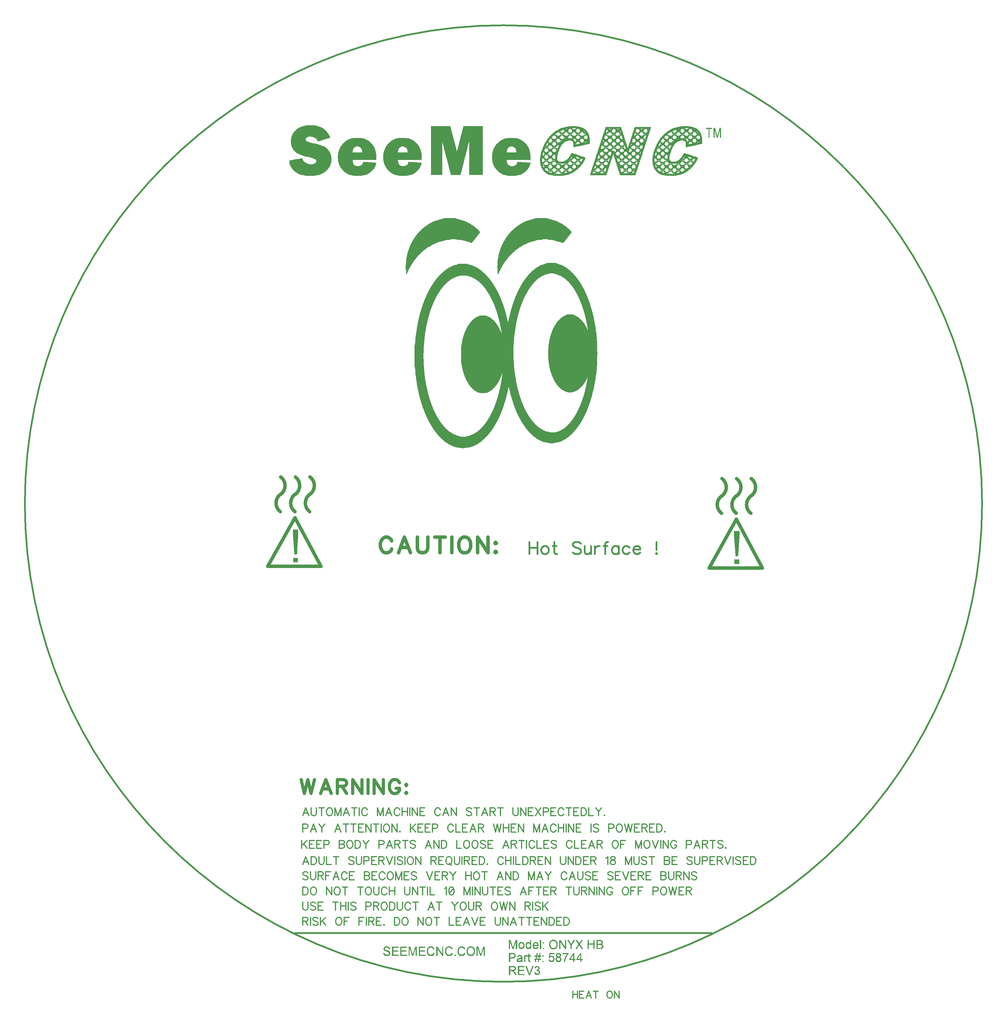
<source format=gbr>
G04 DipTrace 2.3.1.0*
%INTopSilk_58742_ONYX_REV3.gbr*%
%MOIN*%
%ADD12C,0.003*%
%ADD22C,0.02*%
%ADD23C,0.0216*%
%ADD25C,0.0124*%
%ADD26C,0.04*%
%ADD27C,0.0394*%
%ADD28C,0.0139*%
%ADD29C,0.035*%
%FSLAX44Y44*%
G04*
G70*
G90*
G75*
G01*
%LNTopSilk*%
%LPD*%
X9846Y64964D2*
D22*
G02X9846Y64964I55118J0D01*
G01*
X37833Y57711D2*
D26*
X43958D1*
X37833D2*
X40958Y63336D1*
X43958Y57711D2*
X40958Y63336D1*
X39271Y64024D2*
G02X39271Y66024I750J1000D01*
G01*
X39312Y68024D2*
G02X39312Y66024I-750J-1000D01*
G01*
X42646Y64024D2*
G02X42646Y66024I750J1000D01*
G01*
X42687Y68024D2*
G02X42687Y66024I-750J-1000D01*
G01*
X40958Y64024D2*
G02X40958Y66024I750J1000D01*
G01*
X41000Y68024D2*
G02X41000Y66024I-750J-1000D01*
G01*
X88646Y57524D2*
X94771D1*
X88646D2*
X91771Y63149D1*
X94771Y57524D2*
X91771Y63149D1*
X90083Y63836D2*
G02X90083Y65836I750J1000D01*
G01*
X90125Y67836D2*
G02X90125Y65836I-750J-1000D01*
G01*
X93458Y63836D2*
G02X93458Y65836I750J1000D01*
G01*
X93500Y67836D2*
G02X93500Y65836I-750J-1000D01*
G01*
X91771Y63836D2*
G02X91771Y65836I750J1000D01*
G01*
X91813Y67836D2*
G02X91813Y65836I-750J-1000D01*
G01*
X40964Y15464D2*
D22*
X88964D1*
X40721Y61969D2*
D12*
X41291D1*
X40721Y61939D2*
X41291D1*
X40721Y61909D2*
X41291D1*
X40721Y61879D2*
X41291D1*
X40721Y61849D2*
X41291D1*
X40721Y61819D2*
X41291D1*
X40721Y61789D2*
X41291D1*
X40721Y61759D2*
X41291D1*
X40721Y61729D2*
X41291D1*
X40721Y61699D2*
X41291D1*
X40721Y61669D2*
X41291D1*
X40721Y61639D2*
X41291D1*
X40721Y61609D2*
X41291D1*
X40721Y61579D2*
X41291D1*
X40721Y61549D2*
X41291D1*
X40721Y61519D2*
X41291D1*
X40721Y61489D2*
X41291D1*
X40721Y61459D2*
X41291D1*
X40721Y61429D2*
X41291D1*
X40721Y61399D2*
X41291D1*
X40721Y61369D2*
X41291D1*
X40721Y61339D2*
X41291D1*
X40721Y61309D2*
X41291D1*
X40721Y61279D2*
X41291D1*
X40721Y61249D2*
X41291D1*
X40722Y61219D2*
X41291D1*
X40726Y61189D2*
X41291D1*
X40733Y61159D2*
X41291D1*
X40741Y61129D2*
X41291D1*
X40746Y61099D2*
X41290D1*
X40749Y61069D2*
X41286D1*
X40750Y61039D2*
X41279D1*
X40751Y61009D2*
X41271D1*
X40751Y60979D2*
X41266D1*
X40751Y60949D2*
X41263D1*
X40751Y60919D2*
X41262D1*
X40751Y60889D2*
X41261D1*
X40751Y60859D2*
X41261D1*
X40751Y60829D2*
X41261D1*
X40751Y60799D2*
X41261D1*
X40752Y60769D2*
X41261D1*
X40756Y60739D2*
X41261D1*
X40763Y60709D2*
X41261D1*
X40771Y60679D2*
X41261D1*
X40776Y60649D2*
X41260D1*
X40779Y60619D2*
X41256D1*
X40780Y60589D2*
X41249D1*
X40781Y60559D2*
X41241D1*
X40781Y60529D2*
X41236D1*
X40781Y60499D2*
X41233D1*
X40781Y60469D2*
X41232D1*
X40781Y60439D2*
X41231D1*
X40781Y60409D2*
X41231D1*
X40781Y60379D2*
X41231D1*
X40782Y60349D2*
X41231D1*
X40786Y60319D2*
X41231D1*
X40793Y60289D2*
X41231D1*
X40801Y60259D2*
X41231D1*
X40806Y60229D2*
X41231D1*
X40809Y60199D2*
X41230D1*
X40810Y60169D2*
X41226D1*
X40811Y60139D2*
X41219D1*
X40811Y60109D2*
X41211D1*
X40811Y60079D2*
X41206D1*
X40811Y60049D2*
X41203D1*
X40811Y60019D2*
X41202D1*
X40811Y59989D2*
X41201D1*
X40811Y59959D2*
X41201D1*
X40812Y59929D2*
X41201D1*
X40816Y59899D2*
X41201D1*
X40823Y59869D2*
X41201D1*
X40831Y59839D2*
X41201D1*
X40836Y59809D2*
X41201D1*
X40839Y59779D2*
X41201D1*
X40840Y59749D2*
X41201D1*
X40841Y59719D2*
X41200D1*
X40841Y59689D2*
X41196D1*
X40841Y59659D2*
X41189D1*
X40841Y59629D2*
X41181D1*
X40841Y59599D2*
X41176D1*
X40841Y59569D2*
X41173D1*
X40841Y59539D2*
X41172D1*
X40841Y59509D2*
X41171D1*
X40842Y59479D2*
X41171D1*
X40846Y59449D2*
X41171D1*
X40853Y59419D2*
X41171D1*
X40861Y59389D2*
X41171D1*
X40866Y59359D2*
X41171D1*
X40869Y59329D2*
X41171D1*
X40870Y59299D2*
X41171D1*
X40871Y59269D2*
X41170D1*
X40871Y59239D2*
X41166D1*
X40871Y59209D2*
X41159D1*
X40871Y59179D2*
X41151D1*
X40871Y59149D2*
X41145D1*
X40871Y59119D2*
X41141D1*
X40751Y58699D2*
X41261D1*
X40751Y58669D2*
X41261D1*
X40751Y58639D2*
X41261D1*
X40751Y58609D2*
X41261D1*
X40751Y58579D2*
X41261D1*
X40751Y58549D2*
X41261D1*
X40751Y58519D2*
X41261D1*
X40751Y58489D2*
X41261D1*
X40751Y58459D2*
X41261D1*
X40751Y58429D2*
X41261D1*
X40751Y58399D2*
X41261D1*
X40751Y58369D2*
X41261D1*
X40751Y58339D2*
X41261D1*
X40751Y58309D2*
X41261D1*
X40751Y58279D2*
X41261D1*
X40751Y58249D2*
X41261D1*
X40751Y58219D2*
X41261D1*
X91533Y61781D2*
X92103D1*
X91533Y61751D2*
X92103D1*
X91533Y61721D2*
X92103D1*
X91533Y61691D2*
X92103D1*
X91533Y61661D2*
X92103D1*
X91533Y61631D2*
X92103D1*
X91533Y61601D2*
X92103D1*
X91533Y61571D2*
X92103D1*
X91533Y61541D2*
X92103D1*
X91533Y61511D2*
X92103D1*
X91533Y61481D2*
X92103D1*
X91533Y61451D2*
X92103D1*
X91533Y61421D2*
X92103D1*
X91533Y61391D2*
X92103D1*
X91533Y61361D2*
X92103D1*
X91533Y61331D2*
X92103D1*
X91533Y61301D2*
X92103D1*
X91533Y61271D2*
X92103D1*
X91533Y61241D2*
X92103D1*
X91533Y61211D2*
X92103D1*
X91533Y61181D2*
X92103D1*
X91533Y61151D2*
X92103D1*
X91533Y61121D2*
X92103D1*
X91533Y61091D2*
X92103D1*
X91533Y61061D2*
X92103D1*
X91535Y61031D2*
X92103D1*
X91538Y61001D2*
X92103D1*
X91546Y60971D2*
X92103D1*
X91553Y60941D2*
X92103D1*
X91558Y60911D2*
X92102D1*
X91561Y60881D2*
X92098D1*
X91562Y60851D2*
X92091D1*
X91563Y60821D2*
X92083D1*
X91563Y60791D2*
X92078D1*
X91563Y60761D2*
X92075D1*
X91563Y60731D2*
X92074D1*
X91563Y60701D2*
X92074D1*
X91563Y60671D2*
X92073D1*
X91563Y60641D2*
X92073D1*
X91563Y60611D2*
X92073D1*
X91565Y60581D2*
X92073D1*
X91568Y60551D2*
X92073D1*
X91576Y60521D2*
X92073D1*
X91583Y60491D2*
X92073D1*
X91588Y60461D2*
X92072D1*
X91591Y60431D2*
X92068D1*
X91592Y60401D2*
X92061D1*
X91593Y60371D2*
X92053D1*
X91593Y60341D2*
X92048D1*
X91593Y60311D2*
X92045D1*
X91593Y60281D2*
X92044D1*
X91593Y60251D2*
X92044D1*
X91593Y60221D2*
X92043D1*
X91593Y60191D2*
X92043D1*
X91595Y60161D2*
X92043D1*
X91598Y60131D2*
X92043D1*
X91606Y60101D2*
X92043D1*
X91613Y60071D2*
X92043D1*
X91618Y60041D2*
X92043D1*
X91621Y60011D2*
X92042D1*
X91622Y59981D2*
X92038D1*
X91623Y59951D2*
X92031D1*
X91623Y59921D2*
X92023D1*
X91623Y59891D2*
X92018D1*
X91623Y59861D2*
X92015D1*
X91623Y59831D2*
X92014D1*
X91623Y59801D2*
X92014D1*
X91623Y59771D2*
X92013D1*
X91625Y59741D2*
X92013D1*
X91628Y59711D2*
X92013D1*
X91636Y59681D2*
X92013D1*
X91643Y59651D2*
X92013D1*
X91648Y59621D2*
X92013D1*
X91651Y59591D2*
X92013D1*
X91652Y59561D2*
X92013D1*
X91653Y59531D2*
X92012D1*
X91653Y59501D2*
X92008D1*
X91653Y59471D2*
X92001D1*
X91653Y59441D2*
X91993D1*
X91653Y59411D2*
X91988D1*
X91653Y59381D2*
X91985D1*
X91653Y59351D2*
X91984D1*
X91653Y59321D2*
X91984D1*
X91655Y59291D2*
X91983D1*
X91658Y59261D2*
X91983D1*
X91666Y59231D2*
X91983D1*
X91673Y59201D2*
X91983D1*
X91678Y59171D2*
X91983D1*
X91681Y59141D2*
X91983D1*
X91682Y59111D2*
X91983D1*
X91683Y59081D2*
X91982D1*
X91683Y59051D2*
X91978D1*
X91683Y59021D2*
X91971D1*
X91683Y58991D2*
X91963D1*
X91683Y58961D2*
X91958D1*
X91683Y58931D2*
X91953D1*
X91563Y58511D2*
X92073D1*
X91563Y58481D2*
X92073D1*
X91563Y58451D2*
X92073D1*
X91563Y58421D2*
X92073D1*
X91563Y58391D2*
X92073D1*
X91563Y58361D2*
X92073D1*
X91563Y58331D2*
X92073D1*
X91563Y58301D2*
X92073D1*
X91563Y58271D2*
X92073D1*
X91563Y58241D2*
X92073D1*
X91563Y58211D2*
X92073D1*
X91563Y58181D2*
X92073D1*
X91563Y58151D2*
X92073D1*
X91563Y58121D2*
X92073D1*
X91563Y58091D2*
X92073D1*
X91563Y58061D2*
X92073D1*
X91563Y58031D2*
X92073D1*
X51398Y13924D2*
X51608D1*
X56498D2*
X56708D1*
X58598D2*
X58808D1*
X60038D2*
X60248D1*
X61088D2*
X61298D1*
X51330Y13894D2*
X51676D1*
X52118D2*
X52838D1*
X53078D2*
X53798D1*
X54038D2*
X54218D1*
X54818D2*
X54968D1*
X55208D2*
X55928D1*
X56429D2*
X56770D1*
X57218D2*
X57338D1*
X57908D2*
X57998D1*
X58529D2*
X58870D1*
X59969D2*
X60310D1*
X61020D2*
X61366D1*
X61868D2*
X62048D1*
X62648D2*
X62798D1*
X51275Y13864D2*
X51731D1*
X52118D2*
X52838D1*
X53078D2*
X53798D1*
X54038D2*
X54222D1*
X54803D2*
X54968D1*
X55208D2*
X55928D1*
X56370D2*
X56824D1*
X57218D2*
X57363D1*
X57908D2*
X57998D1*
X58470D2*
X58924D1*
X59910D2*
X60364D1*
X60964D2*
X61422D1*
X61868D2*
X62052D1*
X62633D2*
X62798D1*
X51234Y13834D2*
X51771D1*
X52118D2*
X52838D1*
X53078D2*
X53798D1*
X54038D2*
X54230D1*
X54790D2*
X54968D1*
X55208D2*
X55928D1*
X56322D2*
X56866D1*
X57218D2*
X57386D1*
X57908D2*
X57998D1*
X58422D2*
X58966D1*
X59862D2*
X60406D1*
X60919D2*
X61466D1*
X61868D2*
X62060D1*
X62620D2*
X62798D1*
X51206Y13804D2*
X51375D1*
X51631D2*
X51800D1*
X52118D2*
X52838D1*
X53078D2*
X53798D1*
X54038D2*
X54239D1*
X54779D2*
X54968D1*
X55208D2*
X55928D1*
X56285D2*
X56474D1*
X56702D2*
X56897D1*
X57218D2*
X57407D1*
X57908D2*
X57998D1*
X58385D2*
X58574D1*
X58802D2*
X58997D1*
X59825D2*
X60014D1*
X60242D2*
X60437D1*
X60883D2*
X61100D1*
X61286D2*
X61503D1*
X61868D2*
X62069D1*
X62609D2*
X62798D1*
X51186Y13774D2*
X51331D1*
X51674D2*
X51821D1*
X52118D2*
X52238D1*
X53078D2*
X53198D1*
X54038D2*
X54248D1*
X54768D2*
X54968D1*
X55208D2*
X55328D1*
X56255D2*
X56426D1*
X56749D2*
X56920D1*
X57218D2*
X57428D1*
X57908D2*
X57998D1*
X58355D2*
X58526D1*
X58849D2*
X59020D1*
X59795D2*
X59966D1*
X60289D2*
X60460D1*
X60851D2*
X61034D1*
X61351D2*
X61535D1*
X61868D2*
X62078D1*
X62598D2*
X62798D1*
X51172Y13744D2*
X51300D1*
X51706D2*
X51839D1*
X52118D2*
X52238D1*
X53078D2*
X53198D1*
X54038D2*
X54258D1*
X54758D2*
X54968D1*
X55208D2*
X55328D1*
X56231D2*
X56386D1*
X56788D2*
X56938D1*
X57218D2*
X57448D1*
X57908D2*
X57998D1*
X58331D2*
X58486D1*
X58888D2*
X59038D1*
X59771D2*
X59926D1*
X60328D2*
X60478D1*
X60824D2*
X60984D1*
X61401D2*
X61562D1*
X61868D2*
X62088D1*
X62588D2*
X62798D1*
X51164Y13714D2*
X51277D1*
X51728D2*
X51854D1*
X52118D2*
X52238D1*
X53078D2*
X53198D1*
X54038D2*
X54268D1*
X54748D2*
X54968D1*
X55208D2*
X55328D1*
X56210D2*
X56352D1*
X56819D2*
X56953D1*
X57218D2*
X57468D1*
X57908D2*
X57998D1*
X58310D2*
X58452D1*
X58919D2*
X59053D1*
X59750D2*
X59892D1*
X60359D2*
X60493D1*
X60801D2*
X60946D1*
X61440D2*
X61584D1*
X61868D2*
X62098D1*
X62578D2*
X62798D1*
X51160Y13684D2*
X51261D1*
X51743D2*
X51865D1*
X52118D2*
X52238D1*
X53078D2*
X53198D1*
X54038D2*
X54128D1*
X54189D2*
X54278D1*
X54738D2*
X54968D1*
X55208D2*
X55328D1*
X56193D2*
X56325D1*
X56844D2*
X56965D1*
X57218D2*
X57488D1*
X57908D2*
X57998D1*
X58293D2*
X58425D1*
X58944D2*
X59065D1*
X59733D2*
X59865D1*
X60384D2*
X60505D1*
X60784D2*
X60916D1*
X61469D2*
X61602D1*
X61868D2*
X61958D1*
X62019D2*
X62108D1*
X62568D2*
X62798D1*
X51159Y13654D2*
X51256D1*
X51752D2*
X51872D1*
X52118D2*
X52238D1*
X53078D2*
X53198D1*
X54038D2*
X54128D1*
X54193D2*
X54288D1*
X54728D2*
X54968D1*
X55208D2*
X55328D1*
X56180D2*
X56306D1*
X56866D2*
X56972D1*
X57218D2*
X57508D1*
X57908D2*
X57998D1*
X58280D2*
X58406D1*
X58966D2*
X59072D1*
X59720D2*
X59846D1*
X60406D2*
X60512D1*
X60770D2*
X60892D1*
X61490D2*
X61615D1*
X61868D2*
X61958D1*
X62023D2*
X62118D1*
X62558D2*
X62798D1*
X51159Y13624D2*
X51264D1*
X51758D2*
X51878D1*
X52118D2*
X52238D1*
X53078D2*
X53198D1*
X54038D2*
X54128D1*
X54200D2*
X54298D1*
X54718D2*
X54787D1*
X54848D2*
X54968D1*
X55208D2*
X55328D1*
X56169D2*
X56291D1*
X56888D2*
X56978D1*
X57218D2*
X57338D1*
X57404D2*
X57528D1*
X57908D2*
X57998D1*
X58269D2*
X58391D1*
X58988D2*
X59078D1*
X59709D2*
X59831D1*
X60428D2*
X60518D1*
X60759D2*
X60874D1*
X61504D2*
X61627D1*
X61868D2*
X61958D1*
X62030D2*
X62128D1*
X62548D2*
X62617D1*
X62678D2*
X62798D1*
X51163Y13594D2*
X51277D1*
X52118D2*
X52238D1*
X53078D2*
X53198D1*
X54038D2*
X54128D1*
X54209D2*
X54308D1*
X54708D2*
X54783D1*
X54848D2*
X54968D1*
X55208D2*
X55328D1*
X56158D2*
X56279D1*
X57218D2*
X57338D1*
X57415D2*
X57548D1*
X57908D2*
X57998D1*
X58258D2*
X58379D1*
X59698D2*
X59819D1*
X60748D2*
X60861D1*
X61516D2*
X61637D1*
X61868D2*
X61958D1*
X62039D2*
X62138D1*
X62538D2*
X62613D1*
X62678D2*
X62798D1*
X51171Y13564D2*
X51312D1*
X52118D2*
X52238D1*
X53078D2*
X53198D1*
X54038D2*
X54128D1*
X54218D2*
X54318D1*
X54698D2*
X54775D1*
X54848D2*
X54968D1*
X55208D2*
X55328D1*
X56149D2*
X56269D1*
X57218D2*
X57338D1*
X57431D2*
X57568D1*
X57908D2*
X57998D1*
X58249D2*
X58369D1*
X59689D2*
X59809D1*
X60739D2*
X60854D1*
X61526D2*
X61647D1*
X61868D2*
X61958D1*
X62048D2*
X62148D1*
X62528D2*
X62605D1*
X62678D2*
X62798D1*
X51184Y13534D2*
X51365D1*
X52118D2*
X52238D1*
X53078D2*
X53198D1*
X54038D2*
X54128D1*
X54228D2*
X54327D1*
X54688D2*
X54767D1*
X54848D2*
X54968D1*
X55208D2*
X55328D1*
X56143D2*
X56263D1*
X57218D2*
X57338D1*
X57449D2*
X57588D1*
X57908D2*
X57998D1*
X58243D2*
X58363D1*
X59683D2*
X59803D1*
X60733D2*
X60849D1*
X61534D2*
X61652D1*
X61868D2*
X61958D1*
X62058D2*
X62157D1*
X62518D2*
X62597D1*
X62678D2*
X62798D1*
X51202Y13504D2*
X51439D1*
X52118D2*
X52238D1*
X53078D2*
X53198D1*
X54038D2*
X54128D1*
X54238D2*
X54334D1*
X54678D2*
X54758D1*
X54848D2*
X54968D1*
X55208D2*
X55328D1*
X56140D2*
X56260D1*
X57218D2*
X57338D1*
X57468D2*
X57608D1*
X57908D2*
X57998D1*
X58240D2*
X58360D1*
X59680D2*
X59800D1*
X60730D2*
X60844D1*
X61540D2*
X61656D1*
X61868D2*
X61958D1*
X62068D2*
X62164D1*
X62508D2*
X62588D1*
X62678D2*
X62798D1*
X51227Y13474D2*
X51529D1*
X52118D2*
X52238D1*
X53078D2*
X53198D1*
X54038D2*
X54128D1*
X54248D2*
X54341D1*
X54668D2*
X54748D1*
X54848D2*
X54968D1*
X55208D2*
X55328D1*
X56139D2*
X56259D1*
X57218D2*
X57338D1*
X57488D2*
X57628D1*
X57908D2*
X57998D1*
X58239D2*
X58359D1*
X59679D2*
X59799D1*
X60729D2*
X60836D1*
X61549D2*
X61657D1*
X61868D2*
X61958D1*
X62078D2*
X62171D1*
X62498D2*
X62578D1*
X62678D2*
X62798D1*
X51263Y13444D2*
X51619D1*
X52118D2*
X52808D1*
X53078D2*
X53768D1*
X54038D2*
X54128D1*
X54258D2*
X54349D1*
X54658D2*
X54738D1*
X54848D2*
X54968D1*
X55208D2*
X55898D1*
X56138D2*
X56258D1*
X57218D2*
X57338D1*
X57508D2*
X57648D1*
X57908D2*
X57998D1*
X58238D2*
X58358D1*
X59678D2*
X59798D1*
X60728D2*
X60828D1*
X61557D2*
X61657D1*
X61868D2*
X61958D1*
X62088D2*
X62179D1*
X62488D2*
X62568D1*
X62678D2*
X62798D1*
X51317Y13414D2*
X51698D1*
X52118D2*
X52808D1*
X53078D2*
X53768D1*
X54038D2*
X54128D1*
X54268D2*
X54358D1*
X54648D2*
X54728D1*
X54848D2*
X54968D1*
X55208D2*
X55898D1*
X56138D2*
X56258D1*
X57218D2*
X57338D1*
X57528D2*
X57668D1*
X57908D2*
X57998D1*
X58238D2*
X58358D1*
X59678D2*
X59798D1*
X60728D2*
X60823D1*
X61563D2*
X61658D1*
X61868D2*
X61958D1*
X62098D2*
X62188D1*
X62478D2*
X62558D1*
X62678D2*
X62798D1*
X51390Y13384D2*
X51758D1*
X52118D2*
X52808D1*
X53078D2*
X53768D1*
X54038D2*
X54128D1*
X54278D2*
X54368D1*
X54638D2*
X54718D1*
X54848D2*
X54968D1*
X55208D2*
X55898D1*
X56138D2*
X56258D1*
X57218D2*
X57338D1*
X57548D2*
X57688D1*
X57908D2*
X57998D1*
X58238D2*
X58358D1*
X59678D2*
X59798D1*
X60728D2*
X60821D1*
X61564D2*
X61658D1*
X61868D2*
X61958D1*
X62108D2*
X62198D1*
X62468D2*
X62548D1*
X62678D2*
X62798D1*
X51476Y13354D2*
X51804D1*
X52118D2*
X52808D1*
X53078D2*
X53768D1*
X54038D2*
X54128D1*
X54288D2*
X54378D1*
X54628D2*
X54708D1*
X54848D2*
X54968D1*
X55208D2*
X55898D1*
X56138D2*
X56258D1*
X57218D2*
X57338D1*
X57568D2*
X57708D1*
X57908D2*
X57998D1*
X58238D2*
X58358D1*
X59678D2*
X59798D1*
X60728D2*
X60824D1*
X61562D2*
X61658D1*
X61868D2*
X61958D1*
X62118D2*
X62208D1*
X62458D2*
X62538D1*
X62678D2*
X62798D1*
X51563Y13324D2*
X51838D1*
X52118D2*
X52238D1*
X53078D2*
X53198D1*
X54038D2*
X54128D1*
X54298D2*
X54388D1*
X54618D2*
X54698D1*
X54848D2*
X54968D1*
X55208D2*
X55328D1*
X56138D2*
X56258D1*
X57218D2*
X57338D1*
X57588D2*
X57728D1*
X57908D2*
X57998D1*
X58238D2*
X58358D1*
X59678D2*
X59798D1*
X60728D2*
X60830D1*
X61555D2*
X61658D1*
X61868D2*
X61958D1*
X62128D2*
X62218D1*
X62448D2*
X62528D1*
X62678D2*
X62798D1*
X51639Y13294D2*
X51862D1*
X52118D2*
X52238D1*
X53078D2*
X53198D1*
X54038D2*
X54128D1*
X54308D2*
X54398D1*
X54608D2*
X54688D1*
X54848D2*
X54968D1*
X55208D2*
X55328D1*
X56138D2*
X56258D1*
X57218D2*
X57338D1*
X57608D2*
X57748D1*
X57908D2*
X57998D1*
X58238D2*
X58358D1*
X59678D2*
X59798D1*
X60728D2*
X60838D1*
X61548D2*
X61658D1*
X61868D2*
X61958D1*
X62138D2*
X62228D1*
X62438D2*
X62518D1*
X62678D2*
X62798D1*
X51698Y13264D2*
X51881D1*
X52118D2*
X52238D1*
X53078D2*
X53198D1*
X54038D2*
X54128D1*
X54318D2*
X54408D1*
X54598D2*
X54678D1*
X54848D2*
X54968D1*
X55208D2*
X55328D1*
X56139D2*
X56259D1*
X57218D2*
X57338D1*
X57628D2*
X57768D1*
X57908D2*
X57998D1*
X58239D2*
X58359D1*
X59679D2*
X59799D1*
X60729D2*
X60843D1*
X61543D2*
X61657D1*
X61868D2*
X61958D1*
X62148D2*
X62238D1*
X62428D2*
X62508D1*
X62678D2*
X62798D1*
X51745Y13234D2*
X51894D1*
X52118D2*
X52238D1*
X53078D2*
X53198D1*
X54038D2*
X54128D1*
X54328D2*
X54418D1*
X54588D2*
X54668D1*
X54848D2*
X54968D1*
X55208D2*
X55328D1*
X56143D2*
X56263D1*
X57218D2*
X57338D1*
X57648D2*
X57788D1*
X57908D2*
X57998D1*
X58243D2*
X58363D1*
X59683D2*
X59803D1*
X60733D2*
X60847D1*
X61539D2*
X61653D1*
X61868D2*
X61958D1*
X62158D2*
X62248D1*
X62418D2*
X62498D1*
X62678D2*
X62798D1*
X51766Y13204D2*
X51901D1*
X52118D2*
X52238D1*
X53078D2*
X53198D1*
X54038D2*
X54128D1*
X54338D2*
X54428D1*
X54578D2*
X54658D1*
X54848D2*
X54968D1*
X55208D2*
X55328D1*
X56150D2*
X56270D1*
X56918D2*
X56948D1*
X57218D2*
X57338D1*
X57668D2*
X57809D1*
X57907D2*
X57998D1*
X58250D2*
X58370D1*
X59018D2*
X59048D1*
X59690D2*
X59810D1*
X60458D2*
X60488D1*
X60740D2*
X60852D1*
X61533D2*
X61645D1*
X61868D2*
X61958D1*
X62168D2*
X62258D1*
X62408D2*
X62488D1*
X62678D2*
X62798D1*
X51098Y13174D2*
X51218D1*
X51778D2*
X51905D1*
X52118D2*
X52238D1*
X53078D2*
X53198D1*
X54038D2*
X54128D1*
X54348D2*
X54438D1*
X54568D2*
X54648D1*
X54848D2*
X54968D1*
X55208D2*
X55328D1*
X56159D2*
X56279D1*
X56899D2*
X56979D1*
X57218D2*
X57338D1*
X57688D2*
X57835D1*
X57902D2*
X57998D1*
X58259D2*
X58379D1*
X58999D2*
X59079D1*
X59699D2*
X59819D1*
X60439D2*
X60519D1*
X60749D2*
X60861D1*
X61525D2*
X61637D1*
X61868D2*
X61958D1*
X62178D2*
X62268D1*
X62398D2*
X62478D1*
X62678D2*
X62798D1*
X51112Y13144D2*
X51229D1*
X51784D2*
X51906D1*
X52118D2*
X52238D1*
X53078D2*
X53198D1*
X54038D2*
X54128D1*
X54358D2*
X54449D1*
X54556D2*
X54638D1*
X54848D2*
X54968D1*
X55208D2*
X55328D1*
X56168D2*
X56289D1*
X56882D2*
X56992D1*
X57218D2*
X57338D1*
X57708D2*
X57869D1*
X57892D2*
X57998D1*
X58268D2*
X58389D1*
X58982D2*
X59092D1*
X59708D2*
X59829D1*
X60422D2*
X60532D1*
X60758D2*
X60874D1*
X61512D2*
X61628D1*
X61868D2*
X61958D1*
X62188D2*
X62279D1*
X62386D2*
X62468D1*
X62678D2*
X62798D1*
X51121Y13114D2*
X51243D1*
X51785D2*
X51902D1*
X52118D2*
X52238D1*
X53078D2*
X53198D1*
X54038D2*
X54128D1*
X54368D2*
X54464D1*
X54541D2*
X54628D1*
X54848D2*
X54968D1*
X55208D2*
X55328D1*
X56179D2*
X56304D1*
X56865D2*
X56989D1*
X57218D2*
X57338D1*
X57728D2*
X57998D1*
X58279D2*
X58404D1*
X58965D2*
X59089D1*
X59719D2*
X59844D1*
X60405D2*
X60529D1*
X60769D2*
X60891D1*
X61494D2*
X61616D1*
X61868D2*
X61958D1*
X62198D2*
X62294D1*
X62371D2*
X62458D1*
X62678D2*
X62798D1*
X51130Y13084D2*
X51261D1*
X51783D2*
X51894D1*
X52118D2*
X52238D1*
X53078D2*
X53198D1*
X54038D2*
X54128D1*
X54378D2*
X54488D1*
X54518D2*
X54618D1*
X54848D2*
X54968D1*
X55208D2*
X55328D1*
X56193D2*
X56325D1*
X56845D2*
X56981D1*
X57218D2*
X57338D1*
X57748D2*
X57998D1*
X58293D2*
X58425D1*
X58945D2*
X59081D1*
X59733D2*
X59865D1*
X60385D2*
X60521D1*
X60783D2*
X60914D1*
X61471D2*
X61602D1*
X61868D2*
X61958D1*
X62208D2*
X62318D1*
X62348D2*
X62448D1*
X62678D2*
X62798D1*
X51140Y13054D2*
X51286D1*
X51772D2*
X51883D1*
X52118D2*
X52238D1*
X53078D2*
X53198D1*
X54038D2*
X54128D1*
X54388D2*
X54608D1*
X54848D2*
X54968D1*
X55208D2*
X55328D1*
X56210D2*
X56353D1*
X56820D2*
X56968D1*
X57218D2*
X57338D1*
X57768D2*
X57998D1*
X58310D2*
X58453D1*
X58920D2*
X59068D1*
X59750D2*
X59893D1*
X60360D2*
X60508D1*
X60801D2*
X60944D1*
X61442D2*
X61585D1*
X61868D2*
X61958D1*
X62218D2*
X62438D1*
X62678D2*
X62798D1*
X51153Y13024D2*
X51317D1*
X51744D2*
X51869D1*
X52118D2*
X52238D1*
X53078D2*
X53198D1*
X54038D2*
X54128D1*
X54398D2*
X54598D1*
X54848D2*
X54968D1*
X55208D2*
X55328D1*
X56229D2*
X56394D1*
X56789D2*
X56953D1*
X57218D2*
X57338D1*
X57788D2*
X57998D1*
X58329D2*
X58494D1*
X58889D2*
X59053D1*
X59769D2*
X59934D1*
X60329D2*
X60493D1*
X60824D2*
X60989D1*
X61397D2*
X61562D1*
X61868D2*
X61958D1*
X62228D2*
X62428D1*
X62678D2*
X62798D1*
X51171Y12994D2*
X51402D1*
X51661D2*
X51854D1*
X52118D2*
X52238D1*
X53078D2*
X53198D1*
X54038D2*
X54128D1*
X54408D2*
X54588D1*
X54848D2*
X54968D1*
X55208D2*
X55328D1*
X56249D2*
X56468D1*
X56709D2*
X56934D1*
X57218D2*
X57338D1*
X57808D2*
X57998D1*
X58349D2*
X58568D1*
X58809D2*
X59034D1*
X59789D2*
X60008D1*
X60249D2*
X60474D1*
X60850D2*
X61070D1*
X61315D2*
X61535D1*
X61868D2*
X61958D1*
X62238D2*
X62418D1*
X62678D2*
X62798D1*
X51195Y12964D2*
X51534D1*
X51530D2*
X51834D1*
X52118D2*
X52868D1*
X53078D2*
X53828D1*
X54038D2*
X54128D1*
X54418D2*
X54578D1*
X54848D2*
X54968D1*
X55208D2*
X55958D1*
X56274D2*
X56589D1*
X56587D2*
X56907D1*
X57218D2*
X57338D1*
X57828D2*
X57998D1*
X58374D2*
X58689D1*
X58687D2*
X59007D1*
X59318D2*
X59438D1*
X59814D2*
X60129D1*
X60127D2*
X60447D1*
X60880D2*
X61200D1*
X61186D2*
X61505D1*
X61868D2*
X61958D1*
X62248D2*
X62408D1*
X62678D2*
X62798D1*
X51228Y12934D2*
X51804D1*
X52118D2*
X52868D1*
X53078D2*
X53828D1*
X54038D2*
X54128D1*
X54428D2*
X54568D1*
X54848D2*
X54968D1*
X55208D2*
X55958D1*
X56308D2*
X56871D1*
X57218D2*
X57338D1*
X57847D2*
X57998D1*
X58408D2*
X58971D1*
X59318D2*
X59438D1*
X59848D2*
X60411D1*
X60916D2*
X61470D1*
X61868D2*
X61958D1*
X62258D2*
X62398D1*
X62678D2*
X62798D1*
X51273Y12904D2*
X51761D1*
X52118D2*
X52868D1*
X53078D2*
X53828D1*
X54038D2*
X54128D1*
X54442D2*
X54557D1*
X54848D2*
X54968D1*
X55208D2*
X55958D1*
X56352D2*
X56825D1*
X57218D2*
X57338D1*
X57864D2*
X57998D1*
X58452D2*
X58925D1*
X59318D2*
X59438D1*
X59892D2*
X60365D1*
X60962D2*
X61423D1*
X61868D2*
X61958D1*
X62272D2*
X62387D1*
X62678D2*
X62798D1*
X51332Y12874D2*
X51703D1*
X52118D2*
X52868D1*
X53078D2*
X53828D1*
X54038D2*
X54128D1*
X54458D2*
X54548D1*
X54848D2*
X54968D1*
X55208D2*
X55958D1*
X56407D2*
X56769D1*
X57218D2*
X57338D1*
X57878D2*
X57998D1*
X58507D2*
X58869D1*
X59318D2*
X59438D1*
X59947D2*
X60309D1*
X61021D2*
X61364D1*
X61868D2*
X61958D1*
X62288D2*
X62378D1*
X62678D2*
X62798D1*
X51398Y12844D2*
X51638D1*
X56468D2*
X56708D1*
X58568D2*
X58808D1*
X60008D2*
X60248D1*
X61088D2*
X61298D1*
X40721Y61969D2*
Y61939D1*
Y61909D1*
Y61879D1*
Y61849D1*
Y61819D1*
Y61789D1*
Y61759D1*
Y61729D1*
Y61699D1*
Y61669D1*
Y61639D1*
Y61609D1*
Y61579D1*
Y61549D1*
Y61519D1*
Y61489D1*
Y61459D1*
Y61429D1*
Y61399D1*
Y61369D1*
Y61339D1*
Y61309D1*
Y61279D1*
Y61249D1*
X40722Y61219D1*
X40726Y61189D1*
X40733Y61159D1*
X40741Y61129D1*
X40746Y61099D1*
X40749Y61069D1*
X40750Y61039D1*
X40751Y61009D1*
Y60979D1*
Y60949D1*
Y60919D1*
Y60889D1*
Y60859D1*
Y60829D1*
Y60799D1*
X40752Y60769D1*
X40756Y60739D1*
X40763Y60709D1*
X40771Y60679D1*
X40776Y60649D1*
X40779Y60619D1*
X40780Y60589D1*
X40781Y60559D1*
Y60529D1*
Y60499D1*
Y60469D1*
Y60439D1*
Y60409D1*
Y60379D1*
X40782Y60349D1*
X40786Y60319D1*
X40793Y60289D1*
X40801Y60259D1*
X40806Y60229D1*
X40809Y60199D1*
X40810Y60169D1*
X40811Y60139D1*
Y60109D1*
Y60079D1*
Y60049D1*
Y60019D1*
Y59989D1*
Y59959D1*
X40812Y59929D1*
X40816Y59899D1*
X40823Y59869D1*
X40831Y59839D1*
X40836Y59809D1*
X40839Y59779D1*
X40840Y59749D1*
X40841Y59719D1*
Y59689D1*
Y59659D1*
Y59629D1*
Y59599D1*
Y59569D1*
Y59539D1*
Y59509D1*
X40842Y59479D1*
X40846Y59449D1*
X40853Y59419D1*
X40861Y59389D1*
X40866Y59359D1*
X40869Y59329D1*
X40870Y59299D1*
X40871Y59269D1*
Y59239D1*
Y59209D1*
Y59179D1*
Y59149D1*
Y59119D1*
X41291Y61969D2*
Y61939D1*
Y61909D1*
Y61879D1*
Y61849D1*
Y61819D1*
Y61789D1*
Y61759D1*
Y61729D1*
Y61699D1*
Y61669D1*
Y61639D1*
Y61609D1*
Y61579D1*
Y61549D1*
Y61519D1*
Y61489D1*
Y61459D1*
Y61429D1*
Y61399D1*
Y61369D1*
Y61339D1*
Y61309D1*
Y61279D1*
Y61249D1*
Y61219D1*
Y61189D1*
Y61159D1*
Y61129D1*
X41290Y61099D1*
X41286Y61069D1*
X41279Y61039D1*
X41271Y61009D1*
X41266Y60979D1*
X41263Y60949D1*
X41262Y60919D1*
X41261Y60889D1*
Y60859D1*
Y60829D1*
Y60799D1*
Y60769D1*
Y60739D1*
Y60709D1*
Y60679D1*
X41260Y60649D1*
X41256Y60619D1*
X41249Y60589D1*
X41241Y60559D1*
X41236Y60529D1*
X41233Y60499D1*
X41232Y60469D1*
X41231Y60439D1*
Y60409D1*
Y60379D1*
Y60349D1*
Y60319D1*
Y60289D1*
Y60259D1*
Y60229D1*
X41230Y60199D1*
X41226Y60169D1*
X41219Y60139D1*
X41211Y60109D1*
X41206Y60079D1*
X41203Y60049D1*
X41202Y60019D1*
X41201Y59989D1*
Y59959D1*
Y59929D1*
Y59899D1*
Y59869D1*
Y59839D1*
Y59809D1*
Y59779D1*
Y59749D1*
X41200Y59719D1*
X41196Y59689D1*
X41189Y59659D1*
X41181Y59629D1*
X41176Y59599D1*
X41173Y59569D1*
X41172Y59539D1*
X41171Y59509D1*
Y59479D1*
Y59449D1*
Y59419D1*
Y59389D1*
Y59359D1*
Y59329D1*
Y59299D1*
X41170Y59269D1*
X41166Y59239D1*
X41159Y59209D1*
X41151Y59179D1*
X41145Y59149D1*
X41141Y59119D1*
X40751Y58699D2*
Y58669D1*
Y58639D1*
Y58609D1*
Y58579D1*
Y58549D1*
Y58519D1*
Y58489D1*
Y58459D1*
Y58429D1*
Y58399D1*
Y58369D1*
Y58339D1*
Y58309D1*
Y58279D1*
Y58249D1*
Y58219D1*
X41261Y58699D2*
Y58669D1*
Y58639D1*
Y58609D1*
Y58579D1*
Y58549D1*
Y58519D1*
Y58489D1*
Y58459D1*
Y58429D1*
Y58399D1*
Y58369D1*
Y58339D1*
Y58309D1*
Y58279D1*
Y58249D1*
Y58219D1*
X91533Y61781D2*
Y61751D1*
Y61721D1*
Y61691D1*
Y61661D1*
Y61631D1*
Y61601D1*
Y61571D1*
Y61541D1*
Y61511D1*
Y61481D1*
Y61451D1*
Y61421D1*
Y61391D1*
Y61361D1*
Y61331D1*
Y61301D1*
Y61271D1*
Y61241D1*
Y61211D1*
Y61181D1*
Y61151D1*
Y61121D1*
Y61091D1*
Y61061D1*
X91535Y61031D1*
X91538Y61001D1*
X91546Y60971D1*
X91553Y60941D1*
X91558Y60911D1*
X91561Y60881D1*
X91562Y60851D1*
X91563Y60821D1*
Y60791D1*
Y60761D1*
Y60731D1*
Y60701D1*
Y60671D1*
Y60641D1*
Y60611D1*
X91565Y60581D1*
X91568Y60551D1*
X91576Y60521D1*
X91583Y60491D1*
X91588Y60461D1*
X91591Y60431D1*
X91592Y60401D1*
X91593Y60371D1*
Y60341D1*
Y60311D1*
Y60281D1*
Y60251D1*
Y60221D1*
Y60191D1*
X91595Y60161D1*
X91598Y60131D1*
X91606Y60101D1*
X91613Y60071D1*
X91618Y60041D1*
X91621Y60011D1*
X91622Y59981D1*
X91623Y59951D1*
Y59921D1*
Y59891D1*
Y59861D1*
Y59831D1*
Y59801D1*
Y59771D1*
X91625Y59741D1*
X91628Y59711D1*
X91636Y59681D1*
X91643Y59651D1*
X91648Y59621D1*
X91651Y59591D1*
X91652Y59561D1*
X91653Y59531D1*
Y59501D1*
Y59471D1*
Y59441D1*
Y59411D1*
Y59381D1*
Y59351D1*
Y59321D1*
X91655Y59291D1*
X91658Y59261D1*
X91666Y59231D1*
X91673Y59201D1*
X91678Y59171D1*
X91681Y59141D1*
X91682Y59111D1*
X91683Y59081D1*
Y59051D1*
Y59021D1*
Y58991D1*
Y58961D1*
Y58931D1*
X92103Y61781D2*
Y61751D1*
Y61721D1*
Y61691D1*
Y61661D1*
Y61631D1*
Y61601D1*
Y61571D1*
Y61541D1*
Y61511D1*
Y61481D1*
Y61451D1*
Y61421D1*
Y61391D1*
Y61361D1*
Y61331D1*
Y61301D1*
Y61271D1*
Y61241D1*
Y61211D1*
Y61181D1*
Y61151D1*
Y61121D1*
Y61091D1*
Y61061D1*
Y61031D1*
Y61001D1*
Y60971D1*
Y60941D1*
X92102Y60911D1*
X92098Y60881D1*
X92091Y60851D1*
X92083Y60821D1*
X92078Y60791D1*
X92075Y60761D1*
X92074Y60731D1*
Y60701D1*
X92073Y60671D1*
Y60641D1*
Y60611D1*
Y60581D1*
Y60551D1*
Y60521D1*
Y60491D1*
X92072Y60461D1*
X92068Y60431D1*
X92061Y60401D1*
X92053Y60371D1*
X92048Y60341D1*
X92045Y60311D1*
X92044Y60281D1*
Y60251D1*
X92043Y60221D1*
Y60191D1*
Y60161D1*
Y60131D1*
Y60101D1*
Y60071D1*
Y60041D1*
X92042Y60011D1*
X92038Y59981D1*
X92031Y59951D1*
X92023Y59921D1*
X92018Y59891D1*
X92015Y59861D1*
X92014Y59831D1*
Y59801D1*
X92013Y59771D1*
Y59741D1*
Y59711D1*
Y59681D1*
Y59651D1*
Y59621D1*
Y59591D1*
Y59561D1*
X92012Y59531D1*
X92008Y59501D1*
X92001Y59471D1*
X91993Y59441D1*
X91988Y59411D1*
X91985Y59381D1*
X91984Y59351D1*
Y59321D1*
X91983Y59291D1*
Y59261D1*
Y59231D1*
Y59201D1*
Y59171D1*
Y59141D1*
Y59111D1*
X91982Y59081D1*
X91978Y59051D1*
X91971Y59021D1*
X91963Y58991D1*
X91958Y58961D1*
X91953Y58931D1*
X91563Y58511D2*
Y58481D1*
Y58451D1*
Y58421D1*
Y58391D1*
Y58361D1*
Y58331D1*
Y58301D1*
Y58271D1*
Y58241D1*
Y58211D1*
Y58181D1*
Y58151D1*
Y58121D1*
Y58091D1*
Y58061D1*
Y58031D1*
X92073Y58511D2*
Y58481D1*
Y58451D1*
Y58421D1*
Y58391D1*
Y58361D1*
Y58331D1*
Y58301D1*
Y58271D1*
Y58241D1*
Y58211D1*
Y58181D1*
Y58151D1*
Y58121D1*
Y58091D1*
Y58061D1*
Y58031D1*
X51398Y13924D2*
X51330Y13894D1*
X51275Y13864D1*
X51234Y13834D1*
X51206Y13804D1*
X51186Y13774D1*
X51172Y13744D1*
X51164Y13714D1*
X51160Y13684D1*
X51159Y13654D1*
Y13624D1*
X51163Y13594D1*
X51171Y13564D1*
X51184Y13534D1*
X51202Y13504D1*
X51227Y13474D1*
X51263Y13444D1*
X51317Y13414D1*
X51390Y13384D1*
X51476Y13354D1*
X51563Y13324D1*
X51639Y13294D1*
X51698Y13264D1*
X51745Y13234D1*
X51766Y13204D1*
X51778Y13174D1*
X51784Y13144D1*
X51785Y13114D1*
X51783Y13084D1*
X51772Y13054D1*
X51744Y13024D1*
X51661Y12994D1*
X51530Y12964D1*
X51368Y12934D1*
X51608Y13924D2*
X51676Y13894D1*
X51731Y13864D1*
X51771Y13834D1*
X51800Y13804D1*
X51821Y13774D1*
X51839Y13744D1*
X51854Y13714D1*
X51865Y13684D1*
X51872Y13654D1*
X51878Y13624D1*
X56498Y13924D2*
X56429Y13894D1*
X56370Y13864D1*
X56322Y13834D1*
X56285Y13804D1*
X56255Y13774D1*
X56231Y13744D1*
X56210Y13714D1*
X56193Y13684D1*
X56180Y13654D1*
X56169Y13624D1*
X56158Y13594D1*
X56149Y13564D1*
X56143Y13534D1*
X56140Y13504D1*
X56139Y13474D1*
X56138Y13444D1*
Y13414D1*
Y13384D1*
Y13354D1*
Y13324D1*
Y13294D1*
X56139Y13264D1*
X56143Y13234D1*
X56150Y13204D1*
X56159Y13174D1*
X56168Y13144D1*
X56179Y13114D1*
X56193Y13084D1*
X56210Y13054D1*
X56229Y13024D1*
X56249Y12994D1*
X56274Y12964D1*
X56308Y12934D1*
X56352Y12904D1*
X56407Y12874D1*
X56468Y12844D1*
X56708Y13924D2*
X56770Y13894D1*
X56824Y13864D1*
X56866Y13834D1*
X56897Y13804D1*
X56920Y13774D1*
X56938Y13744D1*
X56953Y13714D1*
X56965Y13684D1*
X56972Y13654D1*
X56978Y13624D1*
X58598Y13924D2*
X58529Y13894D1*
X58470Y13864D1*
X58422Y13834D1*
X58385Y13804D1*
X58355Y13774D1*
X58331Y13744D1*
X58310Y13714D1*
X58293Y13684D1*
X58280Y13654D1*
X58269Y13624D1*
X58258Y13594D1*
X58249Y13564D1*
X58243Y13534D1*
X58240Y13504D1*
X58239Y13474D1*
X58238Y13444D1*
Y13414D1*
Y13384D1*
Y13354D1*
Y13324D1*
Y13294D1*
X58239Y13264D1*
X58243Y13234D1*
X58250Y13204D1*
X58259Y13174D1*
X58268Y13144D1*
X58279Y13114D1*
X58293Y13084D1*
X58310Y13054D1*
X58329Y13024D1*
X58349Y12994D1*
X58374Y12964D1*
X58408Y12934D1*
X58452Y12904D1*
X58507Y12874D1*
X58568Y12844D1*
X58808Y13924D2*
X58870Y13894D1*
X58924Y13864D1*
X58966Y13834D1*
X58997Y13804D1*
X59020Y13774D1*
X59038Y13744D1*
X59053Y13714D1*
X59065Y13684D1*
X59072Y13654D1*
X59078Y13624D1*
X60038Y13924D2*
X59969Y13894D1*
X59910Y13864D1*
X59862Y13834D1*
X59825Y13804D1*
X59795Y13774D1*
X59771Y13744D1*
X59750Y13714D1*
X59733Y13684D1*
X59720Y13654D1*
X59709Y13624D1*
X59698Y13594D1*
X59689Y13564D1*
X59683Y13534D1*
X59680Y13504D1*
X59679Y13474D1*
X59678Y13444D1*
Y13414D1*
Y13384D1*
Y13354D1*
Y13324D1*
Y13294D1*
X59679Y13264D1*
X59683Y13234D1*
X59690Y13204D1*
X59699Y13174D1*
X59708Y13144D1*
X59719Y13114D1*
X59733Y13084D1*
X59750Y13054D1*
X59769Y13024D1*
X59789Y12994D1*
X59814Y12964D1*
X59848Y12934D1*
X59892Y12904D1*
X59947Y12874D1*
X60008Y12844D1*
X60248Y13924D2*
X60310Y13894D1*
X60364Y13864D1*
X60406Y13834D1*
X60437Y13804D1*
X60460Y13774D1*
X60478Y13744D1*
X60493Y13714D1*
X60505Y13684D1*
X60512Y13654D1*
X60518Y13624D1*
X61088Y13924D2*
X61020Y13894D1*
X60964Y13864D1*
X60919Y13834D1*
X60883Y13804D1*
X60851Y13774D1*
X60824Y13744D1*
X60801Y13714D1*
X60784Y13684D1*
X60770Y13654D1*
X60759Y13624D1*
X60748Y13594D1*
X60739Y13564D1*
X60733Y13534D1*
X60730Y13504D1*
X60729Y13474D1*
X60728Y13444D1*
Y13414D1*
Y13384D1*
Y13354D1*
Y13324D1*
Y13294D1*
X60729Y13264D1*
X60733Y13234D1*
X60740Y13204D1*
X60749Y13174D1*
X60758Y13144D1*
X60769Y13114D1*
X60783Y13084D1*
X60801Y13054D1*
X60824Y13024D1*
X60850Y12994D1*
X60880Y12964D1*
X60916Y12934D1*
X60962Y12904D1*
X61021Y12874D1*
X61088Y12844D1*
X61298Y13924D2*
X61366Y13894D1*
X61422Y13864D1*
X61466Y13834D1*
X61503Y13804D1*
X61535Y13774D1*
X61562Y13744D1*
X61584Y13714D1*
X61602Y13684D1*
X61615Y13654D1*
X61627Y13624D1*
X61637Y13594D1*
X61647Y13564D1*
X61652Y13534D1*
X61656Y13504D1*
X61657Y13474D1*
Y13444D1*
X61658Y13414D1*
Y13384D1*
Y13354D1*
Y13324D1*
Y13294D1*
X61657Y13264D1*
X61653Y13234D1*
X61645Y13204D1*
X61637Y13174D1*
X61628Y13144D1*
X61616Y13114D1*
X61602Y13084D1*
X61585Y13054D1*
X61562Y13024D1*
X61535Y12994D1*
X61505Y12964D1*
X61470Y12934D1*
X61423Y12904D1*
X61364Y12874D1*
X61298Y12844D1*
X52118Y13894D2*
Y13864D1*
Y13834D1*
Y13804D1*
Y13774D1*
Y13744D1*
Y13714D1*
Y13684D1*
Y13654D1*
Y13624D1*
Y13594D1*
Y13564D1*
Y13534D1*
Y13504D1*
Y13474D1*
Y13444D1*
Y13414D1*
Y13384D1*
Y13354D1*
Y13324D1*
Y13294D1*
Y13264D1*
Y13234D1*
Y13204D1*
Y13174D1*
Y13144D1*
Y13114D1*
Y13084D1*
Y13054D1*
Y13024D1*
Y12994D1*
Y12964D1*
Y12934D1*
Y12904D1*
Y12874D1*
X52838Y13894D2*
Y13864D1*
Y13834D1*
Y13804D1*
X53078Y13894D2*
Y13864D1*
Y13834D1*
Y13804D1*
Y13774D1*
Y13744D1*
Y13714D1*
Y13684D1*
Y13654D1*
Y13624D1*
Y13594D1*
Y13564D1*
Y13534D1*
Y13504D1*
Y13474D1*
Y13444D1*
Y13414D1*
Y13384D1*
Y13354D1*
Y13324D1*
Y13294D1*
Y13264D1*
Y13234D1*
Y13204D1*
Y13174D1*
Y13144D1*
Y13114D1*
Y13084D1*
Y13054D1*
Y13024D1*
Y12994D1*
Y12964D1*
Y12934D1*
Y12904D1*
Y12874D1*
X53798Y13894D2*
Y13864D1*
Y13834D1*
Y13804D1*
X54038Y13894D2*
Y13864D1*
Y13834D1*
Y13804D1*
Y13774D1*
Y13744D1*
Y13714D1*
Y13684D1*
Y13654D1*
Y13624D1*
Y13594D1*
Y13564D1*
Y13534D1*
Y13504D1*
Y13474D1*
Y13444D1*
Y13414D1*
Y13384D1*
Y13354D1*
Y13324D1*
Y13294D1*
Y13264D1*
Y13234D1*
Y13204D1*
Y13174D1*
Y13144D1*
Y13114D1*
Y13084D1*
Y13054D1*
Y13024D1*
Y12994D1*
Y12964D1*
Y12934D1*
Y12904D1*
Y12874D1*
X54218Y13894D2*
X54222Y13864D1*
X54230Y13834D1*
X54239Y13804D1*
X54248Y13774D1*
X54258Y13744D1*
X54268Y13714D1*
X54278Y13684D1*
X54288Y13654D1*
X54298Y13624D1*
X54308Y13594D1*
X54318Y13564D1*
X54327Y13534D1*
X54334Y13504D1*
X54341Y13474D1*
X54349Y13444D1*
X54358Y13414D1*
X54368Y13384D1*
X54378Y13354D1*
X54388Y13324D1*
X54398Y13294D1*
X54408Y13264D1*
X54418Y13234D1*
X54428Y13204D1*
X54438Y13174D1*
X54449Y13144D1*
X54464Y13114D1*
X54488Y13084D1*
X54518Y13054D1*
X54818Y13894D2*
X54803Y13864D1*
X54790Y13834D1*
X54779Y13804D1*
X54768Y13774D1*
X54758Y13744D1*
X54748Y13714D1*
X54738Y13684D1*
X54728Y13654D1*
X54718Y13624D1*
X54708Y13594D1*
X54698Y13564D1*
X54688Y13534D1*
X54678Y13504D1*
X54668Y13474D1*
X54658Y13444D1*
X54648Y13414D1*
X54638Y13384D1*
X54628Y13354D1*
X54618Y13324D1*
X54608Y13294D1*
X54598Y13264D1*
X54588Y13234D1*
X54578Y13204D1*
X54568Y13174D1*
X54556Y13144D1*
X54541Y13114D1*
X54518Y13084D1*
X54488Y13054D1*
X54968Y13894D2*
Y13864D1*
Y13834D1*
Y13804D1*
Y13774D1*
Y13744D1*
Y13714D1*
Y13684D1*
Y13654D1*
Y13624D1*
Y13594D1*
Y13564D1*
Y13534D1*
Y13504D1*
Y13474D1*
Y13444D1*
Y13414D1*
Y13384D1*
Y13354D1*
Y13324D1*
Y13294D1*
Y13264D1*
Y13234D1*
Y13204D1*
Y13174D1*
Y13144D1*
Y13114D1*
Y13084D1*
Y13054D1*
Y13024D1*
Y12994D1*
Y12964D1*
Y12934D1*
Y12904D1*
Y12874D1*
X55208Y13894D2*
Y13864D1*
Y13834D1*
Y13804D1*
Y13774D1*
Y13744D1*
Y13714D1*
Y13684D1*
Y13654D1*
Y13624D1*
Y13594D1*
Y13564D1*
Y13534D1*
Y13504D1*
Y13474D1*
Y13444D1*
Y13414D1*
Y13384D1*
Y13354D1*
Y13324D1*
Y13294D1*
Y13264D1*
Y13234D1*
Y13204D1*
Y13174D1*
Y13144D1*
Y13114D1*
Y13084D1*
Y13054D1*
Y13024D1*
Y12994D1*
Y12964D1*
Y12934D1*
Y12904D1*
Y12874D1*
X55928Y13894D2*
Y13864D1*
Y13834D1*
Y13804D1*
X57218Y13894D2*
Y13864D1*
Y13834D1*
Y13804D1*
Y13774D1*
Y13744D1*
Y13714D1*
Y13684D1*
Y13654D1*
Y13624D1*
Y13594D1*
Y13564D1*
Y13534D1*
Y13504D1*
Y13474D1*
Y13444D1*
Y13414D1*
Y13384D1*
Y13354D1*
Y13324D1*
Y13294D1*
Y13264D1*
Y13234D1*
Y13204D1*
Y13174D1*
Y13144D1*
Y13114D1*
Y13084D1*
Y13054D1*
Y13024D1*
Y12994D1*
Y12964D1*
Y12934D1*
Y12904D1*
Y12874D1*
X57338Y13894D2*
X57363Y13864D1*
X57386Y13834D1*
X57407Y13804D1*
X57428Y13774D1*
X57448Y13744D1*
X57468Y13714D1*
X57488Y13684D1*
X57508Y13654D1*
X57528Y13624D1*
X57548Y13594D1*
X57568Y13564D1*
X57588Y13534D1*
X57608Y13504D1*
X57628Y13474D1*
X57648Y13444D1*
X57668Y13414D1*
X57688Y13384D1*
X57708Y13354D1*
X57728Y13324D1*
X57748Y13294D1*
X57768Y13264D1*
X57788Y13234D1*
X57809Y13204D1*
X57835Y13174D1*
X57869Y13144D1*
X57908Y13114D1*
Y13894D2*
Y13864D1*
Y13834D1*
Y13804D1*
Y13774D1*
Y13744D1*
Y13714D1*
Y13684D1*
Y13654D1*
Y13624D1*
Y13594D1*
Y13564D1*
Y13534D1*
Y13504D1*
Y13474D1*
Y13444D1*
Y13414D1*
Y13384D1*
Y13354D1*
Y13324D1*
Y13294D1*
Y13264D1*
Y13234D1*
X57907Y13204D1*
X57902Y13174D1*
X57892Y13144D1*
X57878Y13114D1*
X57998Y13894D2*
Y13864D1*
Y13834D1*
Y13804D1*
Y13774D1*
Y13744D1*
Y13714D1*
Y13684D1*
Y13654D1*
Y13624D1*
Y13594D1*
Y13564D1*
Y13534D1*
Y13504D1*
Y13474D1*
Y13444D1*
Y13414D1*
Y13384D1*
Y13354D1*
Y13324D1*
Y13294D1*
Y13264D1*
Y13234D1*
Y13204D1*
Y13174D1*
Y13144D1*
Y13114D1*
Y13084D1*
Y13054D1*
Y13024D1*
Y12994D1*
Y12964D1*
Y12934D1*
Y12904D1*
Y12874D1*
X61868Y13894D2*
Y13864D1*
Y13834D1*
Y13804D1*
Y13774D1*
Y13744D1*
Y13714D1*
Y13684D1*
Y13654D1*
Y13624D1*
Y13594D1*
Y13564D1*
Y13534D1*
Y13504D1*
Y13474D1*
Y13444D1*
Y13414D1*
Y13384D1*
Y13354D1*
Y13324D1*
Y13294D1*
Y13264D1*
Y13234D1*
Y13204D1*
Y13174D1*
Y13144D1*
Y13114D1*
Y13084D1*
Y13054D1*
Y13024D1*
Y12994D1*
Y12964D1*
Y12934D1*
Y12904D1*
Y12874D1*
X62048Y13894D2*
X62052Y13864D1*
X62060Y13834D1*
X62069Y13804D1*
X62078Y13774D1*
X62088Y13744D1*
X62098Y13714D1*
X62108Y13684D1*
X62118Y13654D1*
X62128Y13624D1*
X62138Y13594D1*
X62148Y13564D1*
X62157Y13534D1*
X62164Y13504D1*
X62171Y13474D1*
X62179Y13444D1*
X62188Y13414D1*
X62198Y13384D1*
X62208Y13354D1*
X62218Y13324D1*
X62228Y13294D1*
X62238Y13264D1*
X62248Y13234D1*
X62258Y13204D1*
X62268Y13174D1*
X62279Y13144D1*
X62294Y13114D1*
X62318Y13084D1*
X62348Y13054D1*
X62648Y13894D2*
X62633Y13864D1*
X62620Y13834D1*
X62609Y13804D1*
X62598Y13774D1*
X62588Y13744D1*
X62578Y13714D1*
X62568Y13684D1*
X62558Y13654D1*
X62548Y13624D1*
X62538Y13594D1*
X62528Y13564D1*
X62518Y13534D1*
X62508Y13504D1*
X62498Y13474D1*
X62488Y13444D1*
X62478Y13414D1*
X62468Y13384D1*
X62458Y13354D1*
X62448Y13324D1*
X62438Y13294D1*
X62428Y13264D1*
X62418Y13234D1*
X62408Y13204D1*
X62398Y13174D1*
X62386Y13144D1*
X62371Y13114D1*
X62348Y13084D1*
X62318Y13054D1*
X62798Y13894D2*
Y13864D1*
Y13834D1*
Y13804D1*
Y13774D1*
Y13744D1*
Y13714D1*
Y13684D1*
Y13654D1*
Y13624D1*
Y13594D1*
Y13564D1*
Y13534D1*
Y13504D1*
Y13474D1*
Y13444D1*
Y13414D1*
Y13384D1*
Y13354D1*
Y13324D1*
Y13294D1*
Y13264D1*
Y13234D1*
Y13204D1*
Y13174D1*
Y13144D1*
Y13114D1*
Y13084D1*
Y13054D1*
Y13024D1*
Y12994D1*
Y12964D1*
Y12934D1*
Y12904D1*
Y12874D1*
X51428Y13834D2*
X51375Y13804D1*
X51331Y13774D1*
X51300Y13744D1*
X51277Y13714D1*
X51261Y13684D1*
X51256Y13654D1*
X51264Y13624D1*
X51277Y13594D1*
X51312Y13564D1*
X51365Y13534D1*
X51439Y13504D1*
X51529Y13474D1*
X51619Y13444D1*
X51698Y13414D1*
X51758Y13384D1*
X51804Y13354D1*
X51838Y13324D1*
X51862Y13294D1*
X51881Y13264D1*
X51894Y13234D1*
X51901Y13204D1*
X51905Y13174D1*
X51906Y13144D1*
X51902Y13114D1*
X51894Y13084D1*
X51883Y13054D1*
X51869Y13024D1*
X51854Y12994D1*
X51834Y12964D1*
X51804Y12934D1*
X51761Y12904D1*
X51703Y12874D1*
X51638Y12844D1*
X51578Y13834D2*
X51631Y13804D1*
X51674Y13774D1*
X51706Y13744D1*
X51728Y13714D1*
X51743Y13684D1*
X51752Y13654D1*
X51758Y13624D1*
X56528Y13834D2*
X56474Y13804D1*
X56426Y13774D1*
X56386Y13744D1*
X56352Y13714D1*
X56325Y13684D1*
X56306Y13654D1*
X56291Y13624D1*
X56279Y13594D1*
X56269Y13564D1*
X56263Y13534D1*
X56260Y13504D1*
X56259Y13474D1*
X56258Y13444D1*
Y13414D1*
Y13384D1*
Y13354D1*
Y13324D1*
Y13294D1*
X56259Y13264D1*
X56263Y13234D1*
X56270Y13204D1*
X56279Y13174D1*
X56289Y13144D1*
X56304Y13114D1*
X56325Y13084D1*
X56353Y13054D1*
X56394Y13024D1*
X56468Y12994D1*
X56589Y12964D1*
X56738Y12934D1*
X56648Y13834D2*
X56702Y13804D1*
X56749Y13774D1*
X56788Y13744D1*
X56819Y13714D1*
X56844Y13684D1*
X56866Y13654D1*
X56888Y13624D1*
X58628Y13834D2*
X58574Y13804D1*
X58526Y13774D1*
X58486Y13744D1*
X58452Y13714D1*
X58425Y13684D1*
X58406Y13654D1*
X58391Y13624D1*
X58379Y13594D1*
X58369Y13564D1*
X58363Y13534D1*
X58360Y13504D1*
X58359Y13474D1*
X58358Y13444D1*
Y13414D1*
Y13384D1*
Y13354D1*
Y13324D1*
Y13294D1*
X58359Y13264D1*
X58363Y13234D1*
X58370Y13204D1*
X58379Y13174D1*
X58389Y13144D1*
X58404Y13114D1*
X58425Y13084D1*
X58453Y13054D1*
X58494Y13024D1*
X58568Y12994D1*
X58689Y12964D1*
X58838Y12934D1*
X58748Y13834D2*
X58802Y13804D1*
X58849Y13774D1*
X58888Y13744D1*
X58919Y13714D1*
X58944Y13684D1*
X58966Y13654D1*
X58988Y13624D1*
X60068Y13834D2*
X60014Y13804D1*
X59966Y13774D1*
X59926Y13744D1*
X59892Y13714D1*
X59865Y13684D1*
X59846Y13654D1*
X59831Y13624D1*
X59819Y13594D1*
X59809Y13564D1*
X59803Y13534D1*
X59800Y13504D1*
X59799Y13474D1*
X59798Y13444D1*
Y13414D1*
Y13384D1*
Y13354D1*
Y13324D1*
Y13294D1*
X59799Y13264D1*
X59803Y13234D1*
X59810Y13204D1*
X59819Y13174D1*
X59829Y13144D1*
X59844Y13114D1*
X59865Y13084D1*
X59893Y13054D1*
X59934Y13024D1*
X60008Y12994D1*
X60129Y12964D1*
X60278Y12934D1*
X60188Y13834D2*
X60242Y13804D1*
X60289Y13774D1*
X60328Y13744D1*
X60359Y13714D1*
X60384Y13684D1*
X60406Y13654D1*
X60428Y13624D1*
X61178Y13834D2*
X61100Y13804D1*
X61034Y13774D1*
X60984Y13744D1*
X60946Y13714D1*
X60916Y13684D1*
X60892Y13654D1*
X60874Y13624D1*
X60861Y13594D1*
X60854Y13564D1*
X60849Y13534D1*
X60844Y13504D1*
X60836Y13474D1*
X60828Y13444D1*
X60823Y13414D1*
X60821Y13384D1*
X60824Y13354D1*
X60830Y13324D1*
X60838Y13294D1*
X60843Y13264D1*
X60847Y13234D1*
X60852Y13204D1*
X60861Y13174D1*
X60874Y13144D1*
X60891Y13114D1*
X60914Y13084D1*
X60944Y13054D1*
X60989Y13024D1*
X61070Y12994D1*
X61200Y12964D1*
X61358Y12934D1*
X61208Y13834D2*
X61286Y13804D1*
X61351Y13774D1*
X61401Y13744D1*
X61440Y13714D1*
X61469Y13684D1*
X61490Y13654D1*
X61504Y13624D1*
X61516Y13594D1*
X61526Y13564D1*
X61534Y13534D1*
X61540Y13504D1*
X61549Y13474D1*
X61557Y13444D1*
X61563Y13414D1*
X61564Y13384D1*
X61562Y13354D1*
X61555Y13324D1*
X61548Y13294D1*
X61543Y13264D1*
X61539Y13234D1*
X61533Y13204D1*
X61525Y13174D1*
X61512Y13144D1*
X61494Y13114D1*
X61471Y13084D1*
X61442Y13054D1*
X61397Y13024D1*
X61315Y12994D1*
X61186Y12964D1*
X61028Y12934D1*
X52238Y13804D2*
Y13774D1*
Y13744D1*
Y13714D1*
Y13684D1*
Y13654D1*
Y13624D1*
Y13594D1*
Y13564D1*
Y13534D1*
Y13504D1*
Y13474D1*
Y13444D1*
X53198Y13804D2*
Y13774D1*
Y13744D1*
Y13714D1*
Y13684D1*
Y13654D1*
Y13624D1*
Y13594D1*
Y13564D1*
Y13534D1*
Y13504D1*
Y13474D1*
Y13444D1*
X55328Y13804D2*
Y13774D1*
Y13744D1*
Y13714D1*
Y13684D1*
Y13654D1*
Y13624D1*
Y13594D1*
Y13564D1*
Y13534D1*
Y13504D1*
Y13474D1*
Y13444D1*
X54128Y13714D2*
Y13684D1*
Y13654D1*
Y13624D1*
Y13594D1*
Y13564D1*
Y13534D1*
Y13504D1*
Y13474D1*
Y13444D1*
Y13414D1*
Y13384D1*
Y13354D1*
Y13324D1*
Y13294D1*
Y13264D1*
Y13234D1*
Y13204D1*
Y13174D1*
Y13144D1*
Y13114D1*
Y13084D1*
Y13054D1*
Y13024D1*
Y12994D1*
Y12964D1*
Y12934D1*
Y12904D1*
Y12874D1*
X54188Y13714D2*
X54189Y13684D1*
X54193Y13654D1*
X54200Y13624D1*
X54209Y13594D1*
X54218Y13564D1*
X54228Y13534D1*
X54238Y13504D1*
X54248Y13474D1*
X54258Y13444D1*
X54268Y13414D1*
X54278Y13384D1*
X54288Y13354D1*
X54298Y13324D1*
X54308Y13294D1*
X54318Y13264D1*
X54328Y13234D1*
X54338Y13204D1*
X54348Y13174D1*
X54358Y13144D1*
X54368Y13114D1*
X54378Y13084D1*
X54388Y13054D1*
X54398Y13024D1*
X54408Y12994D1*
X54418Y12964D1*
X54428Y12934D1*
X54442Y12904D1*
X54458Y12874D1*
X61958Y13714D2*
Y13684D1*
Y13654D1*
Y13624D1*
Y13594D1*
Y13564D1*
Y13534D1*
Y13504D1*
Y13474D1*
Y13444D1*
Y13414D1*
Y13384D1*
Y13354D1*
Y13324D1*
Y13294D1*
Y13264D1*
Y13234D1*
Y13204D1*
Y13174D1*
Y13144D1*
Y13114D1*
Y13084D1*
Y13054D1*
Y13024D1*
Y12994D1*
Y12964D1*
Y12934D1*
Y12904D1*
Y12874D1*
X62018Y13714D2*
X62019Y13684D1*
X62023Y13654D1*
X62030Y13624D1*
X62039Y13594D1*
X62048Y13564D1*
X62058Y13534D1*
X62068Y13504D1*
X62078Y13474D1*
X62088Y13444D1*
X62098Y13414D1*
X62108Y13384D1*
X62118Y13354D1*
X62128Y13324D1*
X62138Y13294D1*
X62148Y13264D1*
X62158Y13234D1*
X62168Y13204D1*
X62178Y13174D1*
X62188Y13144D1*
X62198Y13114D1*
X62208Y13084D1*
X62218Y13054D1*
X62228Y13024D1*
X62238Y12994D1*
X62248Y12964D1*
X62258Y12934D1*
X62272Y12904D1*
X62288Y12874D1*
X54788Y13654D2*
X54787Y13624D1*
X54783Y13594D1*
X54775Y13564D1*
X54767Y13534D1*
X54758Y13504D1*
X54748Y13474D1*
X54738Y13444D1*
X54728Y13414D1*
X54718Y13384D1*
X54708Y13354D1*
X54698Y13324D1*
X54688Y13294D1*
X54678Y13264D1*
X54668Y13234D1*
X54658Y13204D1*
X54648Y13174D1*
X54638Y13144D1*
X54628Y13114D1*
X54618Y13084D1*
X54608Y13054D1*
X54598Y13024D1*
X54588Y12994D1*
X54578Y12964D1*
X54568Y12934D1*
X54557Y12904D1*
X54548Y12874D1*
X54848Y13654D2*
Y13624D1*
Y13594D1*
Y13564D1*
Y13534D1*
Y13504D1*
Y13474D1*
Y13444D1*
Y13414D1*
Y13384D1*
Y13354D1*
Y13324D1*
Y13294D1*
Y13264D1*
Y13234D1*
Y13204D1*
Y13174D1*
Y13144D1*
Y13114D1*
Y13084D1*
Y13054D1*
Y13024D1*
Y12994D1*
Y12964D1*
Y12934D1*
Y12904D1*
Y12874D1*
X57338Y13654D2*
Y13624D1*
Y13594D1*
Y13564D1*
Y13534D1*
Y13504D1*
Y13474D1*
Y13444D1*
Y13414D1*
Y13384D1*
Y13354D1*
Y13324D1*
Y13294D1*
Y13264D1*
Y13234D1*
Y13204D1*
Y13174D1*
Y13144D1*
Y13114D1*
Y13084D1*
Y13054D1*
Y13024D1*
Y12994D1*
Y12964D1*
Y12934D1*
Y12904D1*
Y12874D1*
X57398Y13654D2*
X57404Y13624D1*
X57415Y13594D1*
X57431Y13564D1*
X57449Y13534D1*
X57468Y13504D1*
X57488Y13474D1*
X57508Y13444D1*
X57528Y13414D1*
X57548Y13384D1*
X57568Y13354D1*
X57588Y13324D1*
X57608Y13294D1*
X57628Y13264D1*
X57648Y13234D1*
X57668Y13204D1*
X57688Y13174D1*
X57708Y13144D1*
X57728Y13114D1*
X57748Y13084D1*
X57768Y13054D1*
X57788Y13024D1*
X57808Y12994D1*
X57828Y12964D1*
X57847Y12934D1*
X57864Y12904D1*
X57878Y12874D1*
X62618Y13654D2*
X62617Y13624D1*
X62613Y13594D1*
X62605Y13564D1*
X62597Y13534D1*
X62588Y13504D1*
X62578Y13474D1*
X62568Y13444D1*
X62558Y13414D1*
X62548Y13384D1*
X62538Y13354D1*
X62528Y13324D1*
X62518Y13294D1*
X62508Y13264D1*
X62498Y13234D1*
X62488Y13204D1*
X62478Y13174D1*
X62468Y13144D1*
X62458Y13114D1*
X62448Y13084D1*
X62438Y13054D1*
X62428Y13024D1*
X62418Y12994D1*
X62408Y12964D1*
X62398Y12934D1*
X62387Y12904D1*
X62378Y12874D1*
X62678Y13654D2*
Y13624D1*
Y13594D1*
Y13564D1*
Y13534D1*
Y13504D1*
Y13474D1*
Y13444D1*
Y13414D1*
Y13384D1*
Y13354D1*
Y13324D1*
Y13294D1*
Y13264D1*
Y13234D1*
Y13204D1*
Y13174D1*
Y13144D1*
Y13114D1*
Y13084D1*
Y13054D1*
Y13024D1*
Y12994D1*
Y12964D1*
Y12934D1*
Y12904D1*
Y12874D1*
X52808Y13444D2*
Y13414D1*
Y13384D1*
Y13354D1*
X53768Y13444D2*
Y13414D1*
Y13384D1*
Y13354D1*
X55898Y13444D2*
Y13414D1*
Y13384D1*
Y13354D1*
X52238D2*
Y13324D1*
Y13294D1*
Y13264D1*
Y13234D1*
Y13204D1*
Y13174D1*
Y13144D1*
Y13114D1*
Y13084D1*
Y13054D1*
Y13024D1*
Y12994D1*
Y12964D1*
X53198Y13354D2*
Y13324D1*
Y13294D1*
Y13264D1*
Y13234D1*
Y13204D1*
Y13174D1*
Y13144D1*
Y13114D1*
Y13084D1*
Y13054D1*
Y13024D1*
Y12994D1*
Y12964D1*
X55328Y13354D2*
Y13324D1*
Y13294D1*
Y13264D1*
Y13234D1*
Y13204D1*
Y13174D1*
Y13144D1*
Y13114D1*
Y13084D1*
Y13054D1*
Y13024D1*
Y12994D1*
Y12964D1*
X56918Y13204D2*
X56899Y13174D1*
X56882Y13144D1*
X56865Y13114D1*
X56845Y13084D1*
X56820Y13054D1*
X56789Y13024D1*
X56709Y12994D1*
X56587Y12964D1*
X56438Y12934D1*
X56948Y13204D2*
X56979Y13174D1*
X56992Y13144D1*
X56989Y13114D1*
X56981Y13084D1*
X56968Y13054D1*
X56953Y13024D1*
X56934Y12994D1*
X56907Y12964D1*
X56871Y12934D1*
X56825Y12904D1*
X56769Y12874D1*
X56708Y12844D1*
X59018Y13204D2*
X58999Y13174D1*
X58982Y13144D1*
X58965Y13114D1*
X58945Y13084D1*
X58920Y13054D1*
X58889Y13024D1*
X58809Y12994D1*
X58687Y12964D1*
X58538Y12934D1*
X59048Y13204D2*
X59079Y13174D1*
X59092Y13144D1*
X59089Y13114D1*
X59081Y13084D1*
X59068Y13054D1*
X59053Y13024D1*
X59034Y12994D1*
X59007Y12964D1*
X58971Y12934D1*
X58925Y12904D1*
X58869Y12874D1*
X58808Y12844D1*
X60458Y13204D2*
X60439Y13174D1*
X60422Y13144D1*
X60405Y13114D1*
X60385Y13084D1*
X60360Y13054D1*
X60329Y13024D1*
X60249Y12994D1*
X60127Y12964D1*
X59978Y12934D1*
X60488Y13204D2*
X60519Y13174D1*
X60532Y13144D1*
X60529Y13114D1*
X60521Y13084D1*
X60508Y13054D1*
X60493Y13024D1*
X60474Y12994D1*
X60447Y12964D1*
X60411Y12934D1*
X60365Y12904D1*
X60309Y12874D1*
X60248Y12844D1*
X51098Y13174D2*
X51112Y13144D1*
X51121Y13114D1*
X51130Y13084D1*
X51140Y13054D1*
X51153Y13024D1*
X51171Y12994D1*
X51195Y12964D1*
X51228Y12934D1*
X51273Y12904D1*
X51332Y12874D1*
X51398Y12844D1*
X51218Y13174D2*
X51229Y13144D1*
X51243Y13114D1*
X51261Y13084D1*
X51286Y13054D1*
X51317Y13024D1*
X51402Y12994D1*
X51534Y12964D1*
X51698Y12934D1*
X52868Y12964D2*
Y12934D1*
Y12904D1*
Y12874D1*
X53828Y12964D2*
Y12934D1*
Y12904D1*
Y12874D1*
X55958Y12964D2*
Y12934D1*
Y12904D1*
Y12874D1*
X59318Y12964D2*
Y12934D1*
Y12904D1*
Y12874D1*
X59438Y12964D2*
Y12934D1*
Y12904D1*
Y12874D1*
X52088Y60658D2*
D27*
X52003Y60830D1*
X51830Y61003D1*
X51659Y61088D1*
X51314D1*
X51141Y61003D1*
X50970Y60830D1*
X50883Y60658D1*
X50797Y60400D1*
Y59968D1*
X50883Y59711D1*
X50970Y59538D1*
X51141Y59367D1*
X51314Y59280D1*
X51659D1*
X51830Y59367D1*
X52003Y59538D1*
X52088Y59711D1*
X54255Y59280D2*
X53564Y61088D1*
X52876Y59280D1*
X53134Y59882D2*
X53996D1*
X55042Y61088D2*
Y59797D1*
X55128Y59538D1*
X55301Y59367D1*
X55559Y59280D1*
X55731D1*
X55989Y59367D1*
X56162Y59538D1*
X56248Y59797D1*
Y61088D1*
X57638D2*
Y59280D1*
X57035Y61088D2*
X58241D1*
X59028D2*
Y59280D1*
X60333Y61088D2*
X60160Y61003D1*
X59989Y60830D1*
X59901Y60658D1*
X59816Y60400D1*
Y59968D1*
X59901Y59711D1*
X59989Y59538D1*
X60160Y59367D1*
X60333Y59280D1*
X60677D1*
X60848Y59367D1*
X61022Y59538D1*
X61107Y59711D1*
X61193Y59968D1*
Y60400D1*
X61107Y60658D1*
X61022Y60830D1*
X60848Y61003D1*
X60677Y61088D1*
X60333D1*
X63186D2*
Y59280D1*
X61980Y61088D1*
Y59280D1*
X64061Y60485D2*
X63973Y60398D1*
X64061Y60312D1*
X64146Y60398D1*
X64061Y60485D1*
Y59453D2*
X63973Y59365D1*
X64061Y59280D1*
X64146Y59365D1*
X64061Y59453D1*
X67958Y60532D2*
D23*
Y59125D1*
X68896Y60532D2*
Y59125D1*
X67958Y59862D2*
X68896D1*
X69663Y60063D2*
X69530Y59996D1*
X69395Y59862D1*
X69328Y59661D1*
Y59527D1*
X69395Y59326D1*
X69530Y59193D1*
X69663Y59125D1*
X69864D1*
X69999Y59193D1*
X70132Y59326D1*
X70200Y59527D1*
Y59661D1*
X70132Y59862D1*
X69999Y59996D1*
X69864Y60063D1*
X69663D1*
X70833Y60532D2*
Y59393D1*
X70900Y59193D1*
X71034Y59125D1*
X71167D1*
X70632Y60063D2*
X71101D1*
X73898Y60331D2*
X73765Y60465D1*
X73564Y60532D1*
X73296D1*
X73095Y60465D1*
X72961Y60331D1*
Y60198D1*
X73029Y60063D1*
X73095Y59996D1*
X73228Y59930D1*
X73631Y59795D1*
X73765Y59729D1*
X73832Y59661D1*
X73898Y59527D1*
Y59326D1*
X73765Y59193D1*
X73564Y59125D1*
X73296D1*
X73095Y59193D1*
X72961Y59326D1*
X74331Y60063D2*
Y59393D1*
X74397Y59193D1*
X74532Y59125D1*
X74733D1*
X74866Y59193D1*
X75067Y59393D1*
Y60063D2*
Y59125D1*
X75500Y60063D2*
Y59125D1*
Y59661D2*
X75568Y59862D1*
X75701Y59996D1*
X75835Y60063D1*
X76037D1*
X77004Y60532D2*
X76871D1*
X76737Y60465D1*
X76670Y60264D1*
Y59125D1*
X76469Y60063D2*
X76938D1*
X78240D2*
Y59125D1*
Y59862D2*
X78107Y59996D1*
X77972Y60063D1*
X77773D1*
X77638Y59996D1*
X77505Y59862D1*
X77437Y59661D1*
Y59527D1*
X77505Y59326D1*
X77638Y59193D1*
X77773Y59125D1*
X77972D1*
X78107Y59193D1*
X78240Y59326D1*
X79477Y59862D2*
X79342Y59996D1*
X79208Y60063D1*
X79008D1*
X78873Y59996D1*
X78740Y59862D1*
X78672Y59661D1*
Y59527D1*
X78740Y59326D1*
X78873Y59193D1*
X79008Y59125D1*
X79208D1*
X79342Y59193D1*
X79477Y59326D1*
X79909Y59661D2*
X80712D1*
Y59795D1*
X80646Y59930D1*
X80579Y59996D1*
X80445Y60063D1*
X80243D1*
X80110Y59996D1*
X79976Y59862D1*
X79909Y59661D1*
Y59527D1*
X79976Y59326D1*
X80110Y59193D1*
X80243Y59125D1*
X80445D1*
X80579Y59193D1*
X80712Y59326D1*
X82574Y60530D2*
Y59594D1*
Y59260D2*
X82505Y59192D1*
X82574Y59125D1*
X82640Y59192D1*
X82574Y59260D1*
X42547Y23360D2*
D28*
X42201Y24264D1*
X41857Y23360D1*
X41987Y23661D2*
X42417D1*
X42825Y24264D2*
Y23360D1*
X43126D1*
X43255Y23403D1*
X43342Y23489D1*
X43385Y23575D1*
X43427Y23704D1*
Y23920D1*
X43385Y24049D1*
X43342Y24135D1*
X43255Y24221D1*
X43126Y24264D1*
X42825D1*
X43705D2*
Y23618D1*
X43748Y23489D1*
X43835Y23403D1*
X43964Y23360D1*
X44050D1*
X44179Y23403D1*
X44265Y23489D1*
X44308Y23618D1*
Y24264D1*
X44586D2*
Y23360D1*
X45102D1*
X45682Y24264D2*
Y23360D1*
X45380Y24264D2*
X45983D1*
X47739Y24135D2*
X47653Y24221D1*
X47524Y24264D1*
X47352D1*
X47223Y24221D1*
X47136Y24135D1*
Y24049D1*
X47180Y23962D1*
X47223Y23920D1*
X47308Y23877D1*
X47567Y23790D1*
X47653Y23748D1*
X47696Y23704D1*
X47739Y23618D1*
Y23489D1*
X47653Y23403D1*
X47524Y23360D1*
X47352D1*
X47223Y23403D1*
X47136Y23489D1*
X48017Y24264D2*
Y23618D1*
X48060Y23489D1*
X48146Y23403D1*
X48275Y23360D1*
X48361D1*
X48490Y23403D1*
X48577Y23489D1*
X48620Y23618D1*
Y24264D1*
X48898Y23790D2*
X49286D1*
X49414Y23833D1*
X49458Y23877D1*
X49500Y23962D1*
Y24092D1*
X49458Y24177D1*
X49414Y24221D1*
X49286Y24264D1*
X48898D1*
Y23360D1*
X50337Y24264D2*
X49778D1*
Y23360D1*
X50337D1*
X49778Y23833D2*
X50123D1*
X50615D2*
X51002D1*
X51132Y23877D1*
X51175Y23920D1*
X51218Y24005D1*
Y24092D1*
X51175Y24177D1*
X51132Y24221D1*
X51002Y24264D1*
X50615D1*
Y23360D1*
X50917Y23833D2*
X51218Y23360D1*
X51496Y24264D2*
X51840Y23360D1*
X52185Y24264D1*
X52462D2*
Y23360D1*
X53343Y24135D2*
X53258Y24221D1*
X53128Y24264D1*
X52956D1*
X52827Y24221D1*
X52740Y24135D1*
Y24049D1*
X52784Y23962D1*
X52827Y23920D1*
X52913Y23877D1*
X53171Y23790D1*
X53258Y23748D1*
X53301Y23704D1*
X53343Y23618D1*
Y23489D1*
X53258Y23403D1*
X53128Y23360D1*
X52956D1*
X52827Y23403D1*
X52740Y23489D1*
X53621Y24264D2*
Y23360D1*
X54158Y24264D2*
X54071Y24221D1*
X53986Y24135D1*
X53942Y24049D1*
X53899Y23920D1*
Y23704D1*
X53942Y23575D1*
X53986Y23489D1*
X54071Y23403D1*
X54158Y23360D1*
X54330D1*
X54415Y23403D1*
X54502Y23489D1*
X54545Y23575D1*
X54588Y23704D1*
Y23920D1*
X54545Y24049D1*
X54502Y24135D1*
X54415Y24221D1*
X54330Y24264D1*
X54158D1*
X55468D2*
Y23360D1*
X54865Y24264D1*
Y23360D1*
X56621Y23833D2*
X57008D1*
X57137Y23877D1*
X57181Y23920D1*
X57224Y24005D1*
Y24092D1*
X57181Y24177D1*
X57137Y24221D1*
X57008Y24264D1*
X56621D1*
Y23360D1*
X56922Y23833D2*
X57224Y23360D1*
X58061Y24264D2*
X57502D1*
Y23360D1*
X58061D1*
X57502Y23833D2*
X57846D1*
X58598Y24264D2*
X58512Y24222D1*
X58425Y24136D1*
X58383Y24049D1*
X58339Y23920D1*
Y23705D1*
X58383Y23575D1*
X58425Y23490D1*
X58512Y23403D1*
X58598Y23361D1*
X58770D1*
X58856Y23403D1*
X58942Y23490D1*
X58985Y23575D1*
X59028Y23705D1*
Y23920D1*
X58985Y24049D1*
X58942Y24136D1*
X58856Y24222D1*
X58770Y24264D1*
X58598D1*
X58727Y23533D2*
X58985Y23274D1*
X59306Y24264D2*
Y23618D1*
X59349Y23489D1*
X59436Y23403D1*
X59565Y23360D1*
X59650D1*
X59780Y23403D1*
X59866Y23489D1*
X59909Y23618D1*
Y24264D1*
X60187D2*
Y23360D1*
X60465Y23833D2*
X60852D1*
X60981Y23877D1*
X61025Y23920D1*
X61068Y24005D1*
Y24092D1*
X61025Y24177D1*
X60981Y24221D1*
X60852Y24264D1*
X60465D1*
Y23360D1*
X60766Y23833D2*
X61068Y23360D1*
X61905Y24264D2*
X61346D1*
Y23360D1*
X61905D1*
X61346Y23833D2*
X61690D1*
X62183Y24264D2*
Y23360D1*
X62484D1*
X62613Y23403D1*
X62700Y23489D1*
X62743Y23575D1*
X62786Y23704D1*
Y23920D1*
X62743Y24049D1*
X62700Y24135D1*
X62613Y24221D1*
X62484Y24264D1*
X62183D1*
X63106Y23446D2*
X63063Y23402D1*
X63106Y23360D1*
X63150Y23402D1*
X63106Y23446D1*
X64948Y24049D2*
X64906Y24135D1*
X64819Y24221D1*
X64734Y24264D1*
X64561D1*
X64475Y24221D1*
X64389Y24135D1*
X64346Y24049D1*
X64303Y23920D1*
Y23704D1*
X64346Y23575D1*
X64389Y23489D1*
X64475Y23403D1*
X64561Y23360D1*
X64734D1*
X64819Y23403D1*
X64906Y23489D1*
X64948Y23575D1*
X65226Y24264D2*
Y23360D1*
X65829Y24264D2*
Y23360D1*
X65226Y23833D2*
X65829D1*
X66107Y24264D2*
Y23360D1*
X66385Y24264D2*
Y23360D1*
X66901D1*
X67179Y24264D2*
Y23360D1*
X67481D1*
X67610Y23403D1*
X67697Y23489D1*
X67739Y23575D1*
X67782Y23704D1*
Y23920D1*
X67739Y24049D1*
X67697Y24135D1*
X67610Y24221D1*
X67481Y24264D1*
X67179D1*
X68060Y23833D2*
X68447D1*
X68576Y23877D1*
X68620Y23920D1*
X68663Y24005D1*
Y24092D1*
X68620Y24177D1*
X68576Y24221D1*
X68447Y24264D1*
X68060D1*
Y23360D1*
X68361Y23833D2*
X68663Y23360D1*
X69500Y24264D2*
X68941D1*
Y23360D1*
X69500D1*
X68941Y23833D2*
X69285D1*
X70381Y24264D2*
Y23360D1*
X69778Y24264D1*
Y23360D1*
X71533Y24264D2*
Y23618D1*
X71576Y23489D1*
X71663Y23403D1*
X71792Y23360D1*
X71878D1*
X72007Y23403D1*
X72094Y23489D1*
X72136Y23618D1*
Y24264D1*
X73017D2*
Y23360D1*
X72414Y24264D1*
Y23360D1*
X73295Y24264D2*
Y23360D1*
X73596D1*
X73726Y23403D1*
X73812Y23489D1*
X73855Y23575D1*
X73898Y23704D1*
Y23920D1*
X73855Y24049D1*
X73812Y24135D1*
X73726Y24221D1*
X73596Y24264D1*
X73295D1*
X74735D2*
X74176D1*
Y23360D1*
X74735D1*
X74176Y23833D2*
X74520D1*
X75013D2*
X75400D1*
X75529Y23877D1*
X75573Y23920D1*
X75616Y24005D1*
Y24092D1*
X75573Y24177D1*
X75529Y24221D1*
X75400Y24264D1*
X75013D1*
Y23360D1*
X75314Y23833D2*
X75616Y23360D1*
X76768Y24091D2*
X76855Y24135D1*
X76984Y24263D1*
Y23360D1*
X77477Y24263D2*
X77349Y24220D1*
X77305Y24135D1*
Y24048D1*
X77349Y23962D1*
X77434Y23919D1*
X77606Y23876D1*
X77736Y23833D1*
X77821Y23747D1*
X77864Y23661D1*
Y23532D1*
X77821Y23446D1*
X77779Y23402D1*
X77649Y23360D1*
X77477D1*
X77349Y23402D1*
X77305Y23446D1*
X77262Y23532D1*
Y23661D1*
X77305Y23747D1*
X77392Y23833D1*
X77520Y23876D1*
X77692Y23919D1*
X77779Y23962D1*
X77821Y24048D1*
Y24135D1*
X77779Y24220D1*
X77649Y24263D1*
X77477D1*
X79705Y23360D2*
Y24264D1*
X79361Y23360D1*
X79017Y24264D1*
Y23360D1*
X79983Y24264D2*
Y23618D1*
X80026Y23489D1*
X80112Y23403D1*
X80242Y23360D1*
X80327D1*
X80457Y23403D1*
X80543Y23489D1*
X80586Y23618D1*
Y24264D1*
X81467Y24135D2*
X81381Y24221D1*
X81252Y24264D1*
X81080D1*
X80950Y24221D1*
X80864Y24135D1*
Y24049D1*
X80908Y23962D1*
X80950Y23920D1*
X81036Y23877D1*
X81295Y23790D1*
X81381Y23748D1*
X81424Y23704D1*
X81467Y23618D1*
Y23489D1*
X81381Y23403D1*
X81252Y23360D1*
X81080D1*
X80950Y23403D1*
X80864Y23489D1*
X82046Y24264D2*
Y23360D1*
X81745Y24264D2*
X82348D1*
X83500D2*
Y23360D1*
X83888D1*
X84018Y23403D1*
X84060Y23446D1*
X84103Y23532D1*
Y23661D1*
X84060Y23748D1*
X84018Y23790D1*
X83888Y23833D1*
X84018Y23877D1*
X84060Y23920D1*
X84103Y24005D1*
Y24092D1*
X84060Y24177D1*
X84018Y24221D1*
X83888Y24264D1*
X83500D1*
Y23833D2*
X83888D1*
X84940Y24264D2*
X84381D1*
Y23360D1*
X84940D1*
X84381Y23833D2*
X84725D1*
X86696Y24135D2*
X86610Y24221D1*
X86481Y24264D1*
X86309D1*
X86179Y24221D1*
X86093Y24135D1*
Y24049D1*
X86137Y23962D1*
X86179Y23920D1*
X86265Y23877D1*
X86524Y23790D1*
X86610Y23748D1*
X86653Y23704D1*
X86696Y23618D1*
Y23489D1*
X86610Y23403D1*
X86481Y23360D1*
X86309D1*
X86179Y23403D1*
X86093Y23489D1*
X86974Y24264D2*
Y23618D1*
X87016Y23489D1*
X87103Y23403D1*
X87232Y23360D1*
X87318D1*
X87447Y23403D1*
X87534Y23489D1*
X87577Y23618D1*
Y24264D1*
X87855Y23790D2*
X88242D1*
X88371Y23833D1*
X88415Y23877D1*
X88457Y23962D1*
Y24092D1*
X88415Y24177D1*
X88371Y24221D1*
X88242Y24264D1*
X87855D1*
Y23360D1*
X89294Y24264D2*
X88735D1*
Y23360D1*
X89294D1*
X88735Y23833D2*
X89080D1*
X89572D2*
X89959D1*
X90089Y23877D1*
X90132Y23920D1*
X90175Y24005D1*
Y24092D1*
X90132Y24177D1*
X90089Y24221D1*
X89959Y24264D1*
X89572D1*
Y23360D1*
X89874Y23833D2*
X90175Y23360D1*
X90453Y24264D2*
X90797Y23360D1*
X91142Y24264D1*
X91419D2*
Y23360D1*
X92300Y24135D2*
X92215Y24221D1*
X92085Y24264D1*
X91913D1*
X91784Y24221D1*
X91697Y24135D1*
Y24049D1*
X91741Y23962D1*
X91784Y23920D1*
X91869Y23877D1*
X92128Y23790D1*
X92215Y23748D1*
X92257Y23704D1*
X92300Y23618D1*
Y23489D1*
X92215Y23403D1*
X92085Y23360D1*
X91913D1*
X91784Y23403D1*
X91697Y23489D1*
X93137Y24264D2*
X92578D1*
Y23360D1*
X93137D1*
X92578Y23833D2*
X92922D1*
X93415Y24264D2*
Y23360D1*
X93717D1*
X93846Y23403D1*
X93932Y23489D1*
X93975Y23575D1*
X94018Y23704D1*
Y23920D1*
X93975Y24049D1*
X93932Y24135D1*
X93846Y24221D1*
X93717Y24264D1*
X93415D1*
X41857Y20764D2*
Y19860D1*
X42159D1*
X42288Y19903D1*
X42375Y19989D1*
X42417Y20075D1*
X42460Y20204D1*
Y20420D1*
X42417Y20549D1*
X42375Y20635D1*
X42288Y20721D1*
X42159Y20764D1*
X41857D1*
X42997D2*
X42910Y20721D1*
X42825Y20635D1*
X42781Y20549D1*
X42738Y20420D1*
Y20204D1*
X42781Y20075D1*
X42825Y19989D1*
X42910Y19903D1*
X42997Y19860D1*
X43169D1*
X43254Y19903D1*
X43341Y19989D1*
X43384Y20075D1*
X43426Y20204D1*
Y20420D1*
X43384Y20549D1*
X43341Y20635D1*
X43254Y20721D1*
X43169Y20764D1*
X42997D1*
X45182D2*
Y19860D1*
X44579Y20764D1*
Y19860D1*
X45719Y20764D2*
X45632Y20721D1*
X45547Y20635D1*
X45503Y20549D1*
X45460Y20420D1*
Y20204D1*
X45503Y20075D1*
X45547Y19989D1*
X45632Y19903D1*
X45719Y19860D1*
X45891D1*
X45976Y19903D1*
X46063Y19989D1*
X46106Y20075D1*
X46148Y20204D1*
Y20420D1*
X46106Y20549D1*
X46063Y20635D1*
X45976Y20721D1*
X45891Y20764D1*
X45719D1*
X46728D2*
Y19860D1*
X46426Y20764D2*
X47029D1*
X48483D2*
Y19860D1*
X48182Y20764D2*
X48785D1*
X49321D2*
X49235Y20721D1*
X49149Y20635D1*
X49105Y20549D1*
X49063Y20420D1*
Y20204D1*
X49105Y20075D1*
X49149Y19989D1*
X49235Y19903D1*
X49321Y19860D1*
X49493D1*
X49579Y19903D1*
X49666Y19989D1*
X49708Y20075D1*
X49751Y20204D1*
Y20420D1*
X49708Y20549D1*
X49666Y20635D1*
X49579Y20721D1*
X49493Y20764D1*
X49321D1*
X50029D2*
Y20118D1*
X50072Y19989D1*
X50158Y19903D1*
X50288Y19860D1*
X50373D1*
X50503Y19903D1*
X50589Y19989D1*
X50632Y20118D1*
Y20764D1*
X51556Y20549D2*
X51513Y20635D1*
X51426Y20721D1*
X51341Y20764D1*
X51169D1*
X51082Y20721D1*
X50996Y20635D1*
X50953Y20549D1*
X50910Y20420D1*
Y20204D1*
X50953Y20075D1*
X50996Y19989D1*
X51082Y19903D1*
X51169Y19860D1*
X51341D1*
X51426Y19903D1*
X51513Y19989D1*
X51556Y20075D1*
X51833Y20764D2*
Y19860D1*
X52436Y20764D2*
Y19860D1*
X51833Y20333D2*
X52436D1*
X53589Y20764D2*
Y20118D1*
X53632Y19989D1*
X53718Y19903D1*
X53848Y19860D1*
X53933D1*
X54063Y19903D1*
X54149Y19989D1*
X54192Y20118D1*
Y20764D1*
X55073D2*
Y19860D1*
X54470Y20764D1*
Y19860D1*
X55652Y20764D2*
Y19860D1*
X55351Y20764D2*
X55953D1*
X56231D2*
Y19860D1*
X56509Y20764D2*
Y19860D1*
X57026D1*
X58178Y20591D2*
X58265Y20635D1*
X58394Y20763D1*
Y19860D1*
X58931Y20763D2*
X58801Y20720D1*
X58715Y20591D1*
X58672Y20376D1*
Y20247D1*
X58715Y20032D1*
X58801Y19902D1*
X58931Y19860D1*
X59016D1*
X59146Y19902D1*
X59231Y20032D1*
X59275Y20247D1*
Y20376D1*
X59231Y20591D1*
X59146Y20720D1*
X59016Y20763D1*
X58931D1*
X59231Y20591D2*
X58715Y20032D1*
X61116Y19860D2*
Y20764D1*
X60772Y19860D1*
X60428Y20764D1*
Y19860D1*
X61394Y20764D2*
Y19860D1*
X62275Y20764D2*
Y19860D1*
X61672Y20764D1*
Y19860D1*
X62553Y20764D2*
Y20118D1*
X62596Y19989D1*
X62682Y19903D1*
X62811Y19860D1*
X62897D1*
X63026Y19903D1*
X63113Y19989D1*
X63156Y20118D1*
Y20764D1*
X63735D2*
Y19860D1*
X63434Y20764D2*
X64036D1*
X64873D2*
X64314D1*
Y19860D1*
X64873D1*
X64314Y20333D2*
X64659D1*
X65754Y20635D2*
X65669Y20721D1*
X65539Y20764D1*
X65367D1*
X65238Y20721D1*
X65151Y20635D1*
Y20549D1*
X65195Y20462D1*
X65238Y20420D1*
X65323Y20377D1*
X65582Y20290D1*
X65669Y20248D1*
X65711Y20204D1*
X65754Y20118D1*
Y19989D1*
X65669Y19903D1*
X65539Y19860D1*
X65367D1*
X65238Y19903D1*
X65151Y19989D1*
X67596Y19860D2*
X67251Y20764D1*
X66907Y19860D1*
X67036Y20161D2*
X67467D1*
X68434Y20764D2*
X67874D1*
Y19860D1*
Y20333D2*
X68219D1*
X69014Y20764D2*
Y19860D1*
X68712Y20764D2*
X69315D1*
X70152D2*
X69593D1*
Y19860D1*
X70152D1*
X69593Y20333D2*
X69937D1*
X70430D2*
X70817D1*
X70946Y20377D1*
X70990Y20420D1*
X71033Y20505D1*
Y20592D1*
X70990Y20677D1*
X70946Y20721D1*
X70817Y20764D1*
X70430D1*
Y19860D1*
X70732Y20333D2*
X71033Y19860D1*
X72487Y20764D2*
Y19860D1*
X72186Y20764D2*
X72789D1*
X73066D2*
Y20118D1*
X73109Y19989D1*
X73196Y19903D1*
X73325Y19860D1*
X73411D1*
X73540Y19903D1*
X73627Y19989D1*
X73669Y20118D1*
Y20764D1*
X73947Y20333D2*
X74334D1*
X74464Y20377D1*
X74507Y20420D1*
X74550Y20505D1*
Y20592D1*
X74507Y20677D1*
X74464Y20721D1*
X74334Y20764D1*
X73947D1*
Y19860D1*
X74249Y20333D2*
X74550Y19860D1*
X75431Y20764D2*
Y19860D1*
X74828Y20764D1*
Y19860D1*
X75709Y20764D2*
Y19860D1*
X76590Y20764D2*
Y19860D1*
X75987Y20764D1*
Y19860D1*
X77513Y20549D2*
X77470Y20635D1*
X77384Y20721D1*
X77298Y20764D1*
X77126D1*
X77040Y20721D1*
X76954Y20635D1*
X76910Y20549D1*
X76868Y20420D1*
Y20204D1*
X76910Y20075D1*
X76954Y19989D1*
X77040Y19903D1*
X77126Y19860D1*
X77298D1*
X77384Y19903D1*
X77470Y19989D1*
X77513Y20075D1*
Y20204D1*
X77298D1*
X78925Y20764D2*
X78838Y20721D1*
X78752Y20635D1*
X78709Y20549D1*
X78666Y20420D1*
Y20204D1*
X78709Y20075D1*
X78752Y19989D1*
X78838Y19903D1*
X78925Y19860D1*
X79097D1*
X79182Y19903D1*
X79269Y19989D1*
X79312Y20075D1*
X79354Y20204D1*
Y20420D1*
X79312Y20549D1*
X79269Y20635D1*
X79182Y20721D1*
X79097Y20764D1*
X78925D1*
X80192D2*
X79632D1*
Y19860D1*
Y20333D2*
X79976D1*
X81030Y20764D2*
X80470D1*
Y19860D1*
Y20333D2*
X80814D1*
X82183Y20290D2*
X82571D1*
X82699Y20333D1*
X82743Y20377D1*
X82786Y20462D1*
Y20592D1*
X82743Y20677D1*
X82699Y20721D1*
X82571Y20764D1*
X82183D1*
Y19860D1*
X83323Y20764D2*
X83236Y20721D1*
X83150Y20635D1*
X83107Y20549D1*
X83064Y20420D1*
Y20204D1*
X83107Y20075D1*
X83150Y19989D1*
X83236Y19903D1*
X83323Y19860D1*
X83495D1*
X83580Y19903D1*
X83667Y19989D1*
X83710Y20075D1*
X83752Y20204D1*
Y20420D1*
X83710Y20549D1*
X83667Y20635D1*
X83580Y20721D1*
X83495Y20764D1*
X83323D1*
X84030D2*
X84246Y19860D1*
X84461Y20764D1*
X84676Y19860D1*
X84892Y20764D1*
X85729D2*
X85170D1*
Y19860D1*
X85729D1*
X85170Y20333D2*
X85514D1*
X86007D2*
X86394D1*
X86523Y20377D1*
X86567Y20420D1*
X86610Y20505D1*
Y20592D1*
X86567Y20677D1*
X86523Y20721D1*
X86394Y20764D1*
X86007D1*
Y19860D1*
X86308Y20333D2*
X86610Y19860D1*
X42460Y22385D2*
X42375Y22471D1*
X42245Y22514D1*
X42073D1*
X41944Y22471D1*
X41857Y22385D1*
Y22299D1*
X41901Y22212D1*
X41944Y22170D1*
X42029Y22127D1*
X42288Y22040D1*
X42375Y21998D1*
X42417Y21954D1*
X42460Y21868D1*
Y21739D1*
X42375Y21653D1*
X42245Y21610D1*
X42073D1*
X41944Y21653D1*
X41857Y21739D1*
X42738Y22514D2*
Y21868D1*
X42781Y21739D1*
X42867Y21653D1*
X42997Y21610D1*
X43082D1*
X43212Y21653D1*
X43298Y21739D1*
X43341Y21868D1*
Y22514D1*
X43619Y22083D2*
X44006D1*
X44135Y22127D1*
X44179Y22170D1*
X44222Y22255D1*
Y22342D1*
X44179Y22427D1*
X44135Y22471D1*
X44006Y22514D1*
X43619D1*
Y21610D1*
X43920Y22083D2*
X44222Y21610D1*
X45060Y22514D2*
X44500D1*
Y21610D1*
Y22083D2*
X44844D1*
X46027Y21610D2*
X45682Y22514D1*
X45338Y21610D1*
X45467Y21911D2*
X45898D1*
X46951Y22299D2*
X46908Y22385D1*
X46821Y22471D1*
X46736Y22514D1*
X46564D1*
X46477Y22471D1*
X46392Y22385D1*
X46348Y22299D1*
X46305Y22170D1*
Y21954D1*
X46348Y21825D1*
X46392Y21739D1*
X46477Y21653D1*
X46564Y21610D1*
X46736D1*
X46821Y21653D1*
X46908Y21739D1*
X46951Y21825D1*
X47788Y22514D2*
X47229D1*
Y21610D1*
X47788D1*
X47229Y22083D2*
X47573D1*
X48940Y22514D2*
Y21610D1*
X49328D1*
X49458Y21653D1*
X49500Y21696D1*
X49543Y21782D1*
Y21911D1*
X49500Y21998D1*
X49458Y22040D1*
X49328Y22083D1*
X49458Y22127D1*
X49500Y22170D1*
X49543Y22255D1*
Y22342D1*
X49500Y22427D1*
X49458Y22471D1*
X49328Y22514D1*
X48940D1*
Y22083D2*
X49328D1*
X50380Y22514D2*
X49821D1*
Y21610D1*
X50380D1*
X49821Y22083D2*
X50165D1*
X51304Y22299D2*
X51261Y22385D1*
X51174Y22471D1*
X51089Y22514D1*
X50917D1*
X50830Y22471D1*
X50745Y22385D1*
X50701Y22299D1*
X50658Y22170D1*
Y21954D1*
X50701Y21825D1*
X50745Y21739D1*
X50830Y21653D1*
X50917Y21610D1*
X51089D1*
X51174Y21653D1*
X51261Y21739D1*
X51304Y21825D1*
X51840Y22514D2*
X51754Y22471D1*
X51668Y22385D1*
X51624Y22299D1*
X51582Y22170D1*
Y21954D1*
X51624Y21825D1*
X51668Y21739D1*
X51754Y21653D1*
X51840Y21610D1*
X52012D1*
X52098Y21653D1*
X52185Y21739D1*
X52227Y21825D1*
X52270Y21954D1*
Y22170D1*
X52227Y22299D1*
X52185Y22385D1*
X52098Y22471D1*
X52012Y22514D1*
X51840D1*
X53236Y21610D2*
Y22514D1*
X52892Y21610D1*
X52548Y22514D1*
Y21610D1*
X54074Y22514D2*
X53514D1*
Y21610D1*
X54074D1*
X53514Y22083D2*
X53859D1*
X54954Y22385D2*
X54869Y22471D1*
X54739Y22514D1*
X54567D1*
X54438Y22471D1*
X54351Y22385D1*
Y22299D1*
X54395Y22212D1*
X54438Y22170D1*
X54524Y22127D1*
X54782Y22040D1*
X54869Y21998D1*
X54912Y21954D1*
X54954Y21868D1*
Y21739D1*
X54869Y21653D1*
X54739Y21610D1*
X54567D1*
X54438Y21653D1*
X54351Y21739D1*
X56107Y22514D2*
X56451Y21610D1*
X56795Y22514D1*
X57632D2*
X57073D1*
Y21610D1*
X57632D1*
X57073Y22083D2*
X57418D1*
X57910D2*
X58297D1*
X58427Y22127D1*
X58470Y22170D1*
X58513Y22255D1*
Y22342D1*
X58470Y22427D1*
X58427Y22471D1*
X58297Y22514D1*
X57910D1*
Y21610D1*
X58212Y22083D2*
X58513Y21610D1*
X58791Y22514D2*
X59135Y22083D1*
Y21610D1*
X59480Y22514D2*
X59135Y22083D1*
X60632Y22514D2*
Y21610D1*
X61235Y22514D2*
Y21610D1*
X60632Y22083D2*
X61235D1*
X61772Y22514D2*
X61685Y22471D1*
X61600Y22385D1*
X61556Y22299D1*
X61513Y22170D1*
Y21954D1*
X61556Y21825D1*
X61600Y21739D1*
X61685Y21653D1*
X61772Y21610D1*
X61944D1*
X62029Y21653D1*
X62116Y21739D1*
X62159Y21825D1*
X62202Y21954D1*
Y22170D1*
X62159Y22299D1*
X62116Y22385D1*
X62029Y22471D1*
X61944Y22514D1*
X61772D1*
X62781D2*
Y21610D1*
X62479Y22514D2*
X63082D1*
X64924Y21610D2*
X64579Y22514D1*
X64235Y21610D1*
X64364Y21911D2*
X64795D1*
X65805Y22514D2*
Y21610D1*
X65202Y22514D1*
Y21610D1*
X66083Y22514D2*
Y21610D1*
X66385D1*
X66514Y21653D1*
X66601Y21739D1*
X66643Y21825D1*
X66686Y21954D1*
Y22170D1*
X66643Y22299D1*
X66601Y22385D1*
X66514Y22471D1*
X66385Y22514D1*
X66083D1*
X68527Y21610D2*
Y22514D1*
X68183Y21610D1*
X67839Y22514D1*
Y21610D1*
X69495D2*
X69149Y22514D1*
X68805Y21610D1*
X68934Y21911D2*
X69365D1*
X69772Y22514D2*
X70117Y22083D1*
Y21610D1*
X70461Y22514D2*
X70117Y22083D1*
X72259Y22299D2*
X72217Y22385D1*
X72130Y22471D1*
X72044Y22514D1*
X71872D1*
X71786Y22471D1*
X71700Y22385D1*
X71656Y22299D1*
X71614Y22170D1*
Y21954D1*
X71656Y21825D1*
X71700Y21739D1*
X71786Y21653D1*
X71872Y21610D1*
X72044D1*
X72130Y21653D1*
X72217Y21739D1*
X72259Y21825D1*
X73227Y21610D2*
X72881Y22514D1*
X72537Y21610D1*
X72667Y21911D2*
X73097D1*
X73505Y22514D2*
Y21868D1*
X73547Y21739D1*
X73634Y21653D1*
X73763Y21610D1*
X73849D1*
X73978Y21653D1*
X74065Y21739D1*
X74107Y21868D1*
Y22514D1*
X74988Y22385D2*
X74903Y22471D1*
X74773Y22514D1*
X74601D1*
X74472Y22471D1*
X74385Y22385D1*
Y22299D1*
X74429Y22212D1*
X74472Y22170D1*
X74557Y22127D1*
X74816Y22040D1*
X74903Y21998D1*
X74945Y21954D1*
X74988Y21868D1*
Y21739D1*
X74903Y21653D1*
X74773Y21610D1*
X74601D1*
X74472Y21653D1*
X74385Y21739D1*
X75825Y22514D2*
X75266D1*
Y21610D1*
X75825D1*
X75266Y22083D2*
X75610D1*
X77581Y22385D2*
X77495Y22471D1*
X77366Y22514D1*
X77194D1*
X77064Y22471D1*
X76978Y22385D1*
Y22299D1*
X77022Y22212D1*
X77064Y22170D1*
X77150Y22127D1*
X77409Y22040D1*
X77495Y21998D1*
X77538Y21954D1*
X77581Y21868D1*
Y21739D1*
X77495Y21653D1*
X77366Y21610D1*
X77194D1*
X77064Y21653D1*
X76978Y21739D1*
X78418Y22514D2*
X77859D1*
Y21610D1*
X78418D1*
X77859Y22083D2*
X78203D1*
X78696Y22514D2*
X79040Y21610D1*
X79384Y22514D1*
X80221D2*
X79662D1*
Y21610D1*
X80221D1*
X79662Y22083D2*
X80006D1*
X80499D2*
X80886D1*
X81015Y22127D1*
X81059Y22170D1*
X81102Y22255D1*
Y22342D1*
X81059Y22427D1*
X81015Y22471D1*
X80886Y22514D1*
X80499D1*
Y21610D1*
X80801Y22083D2*
X81102Y21610D1*
X81939Y22514D2*
X81380D1*
Y21610D1*
X81939D1*
X81380Y22083D2*
X81724D1*
X83092Y22514D2*
Y21610D1*
X83480D1*
X83609Y21653D1*
X83652Y21696D1*
X83695Y21782D1*
Y21911D1*
X83652Y21998D1*
X83609Y22040D1*
X83480Y22083D1*
X83609Y22127D1*
X83652Y22170D1*
X83695Y22255D1*
Y22342D1*
X83652Y22427D1*
X83609Y22471D1*
X83480Y22514D1*
X83092D1*
Y22083D2*
X83480D1*
X83972Y22514D2*
Y21868D1*
X84015Y21739D1*
X84102Y21653D1*
X84231Y21610D1*
X84317D1*
X84446Y21653D1*
X84533Y21739D1*
X84575Y21868D1*
Y22514D1*
X84853Y22083D2*
X85240D1*
X85370Y22127D1*
X85413Y22170D1*
X85456Y22255D1*
Y22342D1*
X85413Y22427D1*
X85370Y22471D1*
X85240Y22514D1*
X84853D1*
Y21610D1*
X85155Y22083D2*
X85456Y21610D1*
X86337Y22514D2*
Y21610D1*
X85734Y22514D1*
Y21610D1*
X87218Y22385D2*
X87132Y22471D1*
X87003Y22514D1*
X86831D1*
X86701Y22471D1*
X86615Y22385D1*
Y22299D1*
X86659Y22212D1*
X86701Y22170D1*
X86787Y22127D1*
X87046Y22040D1*
X87132Y21998D1*
X87175Y21954D1*
X87218Y21868D1*
Y21739D1*
X87132Y21653D1*
X87003Y21610D1*
X86831D1*
X86701Y21653D1*
X86615Y21739D1*
X41857Y19014D2*
Y18368D1*
X41900Y18239D1*
X41987Y18153D1*
X42116Y18110D1*
X42201D1*
X42331Y18153D1*
X42417Y18239D1*
X42460Y18368D1*
Y19014D1*
X43341Y18885D2*
X43255Y18971D1*
X43126Y19014D1*
X42954D1*
X42825Y18971D1*
X42738Y18885D1*
Y18799D1*
X42782Y18712D1*
X42825Y18670D1*
X42910Y18627D1*
X43169Y18540D1*
X43255Y18498D1*
X43298Y18454D1*
X43341Y18368D1*
Y18239D1*
X43255Y18153D1*
X43126Y18110D1*
X42954D1*
X42825Y18153D1*
X42738Y18239D1*
X44178Y19014D2*
X43619D1*
Y18110D1*
X44178D1*
X43619Y18583D2*
X43963D1*
X45632Y19014D2*
Y18110D1*
X45331Y19014D2*
X45934D1*
X46211D2*
Y18110D1*
X46814Y19014D2*
Y18110D1*
X46211Y18583D2*
X46814D1*
X47092Y19014D2*
Y18110D1*
X47973Y18885D2*
X47887Y18971D1*
X47758Y19014D1*
X47586D1*
X47457Y18971D1*
X47370Y18885D1*
Y18799D1*
X47414Y18712D1*
X47457Y18670D1*
X47542Y18627D1*
X47801Y18540D1*
X47887Y18498D1*
X47930Y18454D1*
X47973Y18368D1*
Y18239D1*
X47887Y18153D1*
X47758Y18110D1*
X47586D1*
X47457Y18153D1*
X47370Y18239D1*
X49126Y18540D2*
X49514D1*
X49642Y18583D1*
X49686Y18627D1*
X49729Y18712D1*
Y18842D1*
X49686Y18927D1*
X49642Y18971D1*
X49514Y19014D1*
X49126D1*
Y18110D1*
X50007Y18583D2*
X50394D1*
X50523Y18627D1*
X50567Y18670D1*
X50609Y18755D1*
Y18842D1*
X50567Y18927D1*
X50523Y18971D1*
X50394Y19014D1*
X50007D1*
Y18110D1*
X50308Y18583D2*
X50609Y18110D1*
X51146Y19014D2*
X51059Y18971D1*
X50974Y18885D1*
X50930Y18799D1*
X50887Y18670D1*
Y18454D1*
X50930Y18325D1*
X50974Y18239D1*
X51059Y18153D1*
X51146Y18110D1*
X51318D1*
X51404Y18153D1*
X51490Y18239D1*
X51533Y18325D1*
X51576Y18454D1*
Y18670D1*
X51533Y18799D1*
X51490Y18885D1*
X51404Y18971D1*
X51318Y19014D1*
X51146D1*
X51854D2*
Y18110D1*
X52155D1*
X52284Y18153D1*
X52371Y18239D1*
X52414Y18325D1*
X52457Y18454D1*
Y18670D1*
X52414Y18799D1*
X52371Y18885D1*
X52284Y18971D1*
X52155Y19014D1*
X51854D1*
X52734D2*
Y18368D1*
X52777Y18239D1*
X52864Y18153D1*
X52993Y18110D1*
X53079D1*
X53208Y18153D1*
X53295Y18239D1*
X53337Y18368D1*
Y19014D1*
X54261Y18799D2*
X54218Y18885D1*
X54132Y18971D1*
X54046Y19014D1*
X53874D1*
X53787Y18971D1*
X53702Y18885D1*
X53658Y18799D1*
X53615Y18670D1*
Y18454D1*
X53658Y18325D1*
X53702Y18239D1*
X53787Y18153D1*
X53874Y18110D1*
X54046D1*
X54132Y18153D1*
X54218Y18239D1*
X54261Y18325D1*
X54840Y19014D2*
Y18110D1*
X54539Y19014D2*
X55142D1*
X56984Y18110D2*
X56639Y19014D1*
X56294Y18110D1*
X56424Y18411D2*
X56854D1*
X57563Y19014D2*
Y18110D1*
X57262Y19014D2*
X57865D1*
X59017D2*
X59362Y18583D1*
Y18110D1*
X59706Y19014D2*
X59362Y18583D1*
X60242Y19014D2*
X60156Y18971D1*
X60070Y18885D1*
X60026Y18799D1*
X59984Y18670D1*
Y18454D1*
X60026Y18325D1*
X60070Y18239D1*
X60156Y18153D1*
X60242Y18110D1*
X60414D1*
X60500Y18153D1*
X60587Y18239D1*
X60629Y18325D1*
X60672Y18454D1*
Y18670D1*
X60629Y18799D1*
X60587Y18885D1*
X60500Y18971D1*
X60414Y19014D1*
X60242D1*
X60950D2*
Y18368D1*
X60993Y18239D1*
X61079Y18153D1*
X61209Y18110D1*
X61294D1*
X61424Y18153D1*
X61510Y18239D1*
X61553Y18368D1*
Y19014D1*
X61831Y18583D2*
X62218D1*
X62347Y18627D1*
X62391Y18670D1*
X62434Y18755D1*
Y18842D1*
X62391Y18927D1*
X62347Y18971D1*
X62218Y19014D1*
X61831D1*
Y18110D1*
X62132Y18583D2*
X62434Y18110D1*
X63845Y19014D2*
X63759Y18971D1*
X63673Y18885D1*
X63629Y18799D1*
X63586Y18670D1*
Y18454D1*
X63629Y18325D1*
X63673Y18239D1*
X63759Y18153D1*
X63845Y18110D1*
X64017D1*
X64103Y18153D1*
X64189Y18239D1*
X64232Y18325D1*
X64275Y18454D1*
Y18670D1*
X64232Y18799D1*
X64189Y18885D1*
X64103Y18971D1*
X64017Y19014D1*
X63845D1*
X64553D2*
X64769Y18110D1*
X64984Y19014D1*
X65198Y18110D1*
X65414Y19014D1*
X66295D2*
Y18110D1*
X65692Y19014D1*
Y18110D1*
X67448Y18583D2*
X67835D1*
X67964Y18627D1*
X68008Y18670D1*
X68051Y18755D1*
Y18842D1*
X68008Y18927D1*
X67964Y18971D1*
X67835Y19014D1*
X67448D1*
Y18110D1*
X67749Y18583D2*
X68051Y18110D1*
X68329Y19014D2*
Y18110D1*
X69209Y18885D2*
X69124Y18971D1*
X68994Y19014D1*
X68822D1*
X68693Y18971D1*
X68606Y18885D1*
Y18799D1*
X68650Y18712D1*
X68693Y18670D1*
X68779Y18627D1*
X69037Y18540D1*
X69124Y18498D1*
X69167Y18454D1*
X69209Y18368D1*
Y18239D1*
X69124Y18153D1*
X68994Y18110D1*
X68822D1*
X68693Y18153D1*
X68606Y18239D1*
X69487Y19014D2*
Y18110D1*
X70090Y19014D2*
X69487Y18411D1*
X69702Y18627D2*
X70090Y18110D1*
X41857Y16833D2*
X42244D1*
X42374Y16877D1*
X42417Y16920D1*
X42460Y17005D1*
Y17092D1*
X42417Y17177D1*
X42374Y17221D1*
X42244Y17264D1*
X41857D1*
Y16360D1*
X42159Y16833D2*
X42460Y16360D1*
X42738Y17264D2*
Y16360D1*
X43619Y17135D2*
X43533Y17221D1*
X43404Y17264D1*
X43232D1*
X43102Y17221D1*
X43016Y17135D1*
Y17049D1*
X43060Y16962D1*
X43102Y16920D1*
X43188Y16877D1*
X43447Y16790D1*
X43533Y16748D1*
X43576Y16704D1*
X43619Y16618D1*
Y16489D1*
X43533Y16403D1*
X43404Y16360D1*
X43232D1*
X43102Y16403D1*
X43016Y16489D1*
X43897Y17264D2*
Y16360D1*
X44500Y17264D2*
X43897Y16661D1*
X44112Y16877D2*
X44500Y16360D1*
X45911Y17264D2*
X45824Y17221D1*
X45739Y17135D1*
X45695Y17049D1*
X45652Y16920D1*
Y16704D1*
X45695Y16575D1*
X45739Y16489D1*
X45824Y16403D1*
X45911Y16360D1*
X46083D1*
X46169Y16403D1*
X46255Y16489D1*
X46298Y16575D1*
X46341Y16704D1*
Y16920D1*
X46298Y17049D1*
X46255Y17135D1*
X46169Y17221D1*
X46083Y17264D1*
X45911D1*
X47179D2*
X46619D1*
Y16360D1*
Y16833D2*
X46963D1*
X48892Y17264D2*
X48331D1*
Y16360D1*
Y16833D2*
X48676D1*
X49170Y17264D2*
Y16360D1*
X49447Y16833D2*
X49834D1*
X49964Y16877D1*
X50008Y16920D1*
X50050Y17005D1*
Y17092D1*
X50008Y17177D1*
X49964Y17221D1*
X49834Y17264D1*
X49447D1*
Y16360D1*
X49749Y16833D2*
X50050Y16360D1*
X50887Y17264D2*
X50328D1*
Y16360D1*
X50887D1*
X50328Y16833D2*
X50672D1*
X51208Y16446D2*
X51165Y16402D1*
X51208Y16360D1*
X51252Y16402D1*
X51208Y16446D1*
X52404Y17264D2*
Y16360D1*
X52706D1*
X52835Y16403D1*
X52922Y16489D1*
X52965Y16575D1*
X53007Y16704D1*
Y16920D1*
X52965Y17049D1*
X52922Y17135D1*
X52835Y17221D1*
X52706Y17264D1*
X52404D1*
X53544D2*
X53457Y17221D1*
X53372Y17135D1*
X53328Y17049D1*
X53285Y16920D1*
Y16704D1*
X53328Y16575D1*
X53372Y16489D1*
X53457Y16403D1*
X53544Y16360D1*
X53716D1*
X53802Y16403D1*
X53888Y16489D1*
X53931Y16575D1*
X53974Y16704D1*
Y16920D1*
X53931Y17049D1*
X53888Y17135D1*
X53802Y17221D1*
X53716Y17264D1*
X53544D1*
X55729D2*
Y16360D1*
X55126Y17264D1*
Y16360D1*
X56266Y17264D2*
X56179Y17221D1*
X56094Y17135D1*
X56050Y17049D1*
X56007Y16920D1*
Y16704D1*
X56050Y16575D1*
X56094Y16489D1*
X56179Y16403D1*
X56266Y16360D1*
X56438D1*
X56524Y16403D1*
X56610Y16489D1*
X56653Y16575D1*
X56696Y16704D1*
Y16920D1*
X56653Y17049D1*
X56610Y17135D1*
X56524Y17221D1*
X56438Y17264D1*
X56266D1*
X57275D2*
Y16360D1*
X56974Y17264D2*
X57576D1*
X58729D2*
Y16360D1*
X59245D1*
X60083Y17264D2*
X59523D1*
Y16360D1*
X60083D1*
X59523Y16833D2*
X59868D1*
X61050Y16360D2*
X60705Y17264D1*
X60360Y16360D1*
X60490Y16661D2*
X60921D1*
X61328Y17264D2*
X61672Y16360D1*
X62016Y17264D1*
X62853D2*
X62294D1*
Y16360D1*
X62853D1*
X62294Y16833D2*
X62638D1*
X64006Y17264D2*
Y16618D1*
X64049Y16489D1*
X64135Y16403D1*
X64265Y16360D1*
X64350D1*
X64479Y16403D1*
X64566Y16489D1*
X64609Y16618D1*
Y17264D1*
X65490D2*
Y16360D1*
X64887Y17264D1*
Y16360D1*
X66457D2*
X66112Y17264D1*
X65768Y16360D1*
X65897Y16661D2*
X66328D1*
X67036Y17264D2*
Y16360D1*
X66735Y17264D2*
X67338D1*
X67917D2*
Y16360D1*
X67616Y17264D2*
X68219D1*
X69056D2*
X68496D1*
Y16360D1*
X69056D1*
X68496Y16833D2*
X68841D1*
X69936Y17264D2*
Y16360D1*
X69333Y17264D1*
Y16360D1*
X70214Y17264D2*
Y16360D1*
X70516D1*
X70645Y16403D1*
X70732Y16489D1*
X70774Y16575D1*
X70817Y16704D1*
Y16920D1*
X70774Y17049D1*
X70732Y17135D1*
X70645Y17221D1*
X70516Y17264D1*
X70214D1*
X71654D2*
X71095D1*
Y16360D1*
X71654D1*
X71095Y16833D2*
X71439D1*
X71932Y17264D2*
Y16360D1*
X72233D1*
X72363Y16403D1*
X72449Y16489D1*
X72492Y16575D1*
X72535Y16704D1*
Y16920D1*
X72492Y17049D1*
X72449Y17135D1*
X72363Y17221D1*
X72233Y17264D1*
X71932D1*
X41650Y33163D2*
D29*
X42034Y31555D1*
X42416Y33163D1*
X42798Y31555D1*
X43182Y33163D1*
X45107Y31555D2*
X44494Y33163D1*
X43882Y31555D1*
X44112Y32091D2*
X44878D1*
X45807Y32397D2*
X46495D1*
X46725Y32475D1*
X46803Y32551D1*
X46879Y32703D1*
Y32857D1*
X46803Y33009D1*
X46725Y33086D1*
X46495Y33163D1*
X45807D1*
Y31555D1*
X46343Y32397D2*
X46879Y31555D1*
X48651Y33163D2*
Y31555D1*
X47579Y33163D1*
Y31555D1*
X49351Y33163D2*
Y31555D1*
X51122Y33163D2*
Y31555D1*
X50051Y33163D1*
Y31555D1*
X52970Y32780D2*
X52894Y32933D1*
X52740Y33086D1*
X52588Y33163D1*
X52282D1*
X52128Y33086D1*
X51976Y32933D1*
X51898Y32780D1*
X51822Y32551D1*
Y32167D1*
X51898Y31939D1*
X51976Y31785D1*
X52128Y31633D1*
X52282Y31555D1*
X52588D1*
X52740Y31633D1*
X52894Y31785D1*
X52970Y31939D1*
Y32167D1*
X52588D1*
X53748Y32627D2*
X53670Y32549D1*
X53748Y32473D1*
X53824Y32549D1*
X53748Y32627D1*
Y31709D2*
X53670Y31631D1*
X53748Y31555D1*
X53824Y31631D1*
X53748Y31709D1*
X72943Y8767D2*
D25*
Y7963D1*
X73479Y8767D2*
Y7963D1*
X72943Y8384D2*
X73479D1*
X74223Y8767D2*
X73726D1*
Y7963D1*
X74223D1*
X73726Y8384D2*
X74032D1*
X75083Y7963D2*
X74776Y8767D1*
X74470Y7963D1*
X74585Y8231D2*
X74968D1*
X75598Y8767D2*
Y7963D1*
X75330Y8767D2*
X75866D1*
X77120D2*
X77043Y8729D1*
X76967Y8652D1*
X76928Y8576D1*
X76890Y8461D1*
Y8269D1*
X76928Y8155D1*
X76967Y8078D1*
X77043Y8002D1*
X77120Y7963D1*
X77273D1*
X77349Y8002D1*
X77426Y8078D1*
X77464Y8155D1*
X77502Y8269D1*
Y8461D1*
X77464Y8576D1*
X77426Y8652D1*
X77349Y8729D1*
X77273Y8767D1*
X77120D1*
X78285D2*
Y7963D1*
X77749Y8767D1*
Y7963D1*
X42547Y28985D2*
D28*
X42201Y29889D1*
X41857Y28985D1*
X41987Y29286D2*
X42417D1*
X42825Y29889D2*
Y29243D1*
X42867Y29114D1*
X42954Y29028D1*
X43083Y28985D1*
X43169D1*
X43298Y29028D1*
X43385Y29114D1*
X43427Y29243D1*
Y29889D1*
X44007D2*
Y28985D1*
X43705Y29889D2*
X44308D1*
X44845D2*
X44758Y29846D1*
X44673Y29760D1*
X44629Y29674D1*
X44586Y29545D1*
Y29329D1*
X44629Y29200D1*
X44673Y29114D1*
X44758Y29028D1*
X44845Y28985D1*
X45017D1*
X45102Y29028D1*
X45189Y29114D1*
X45232Y29200D1*
X45275Y29329D1*
Y29545D1*
X45232Y29674D1*
X45189Y29760D1*
X45102Y29846D1*
X45017Y29889D1*
X44845D1*
X46241Y28985D2*
Y29889D1*
X45897Y28985D1*
X45552Y29889D1*
Y28985D1*
X47208D2*
X46863Y29889D1*
X46519Y28985D1*
X46648Y29286D2*
X47079D1*
X47788Y29889D2*
Y28985D1*
X47486Y29889D2*
X48089D1*
X48367D2*
Y28985D1*
X49291Y29674D2*
X49248Y29760D1*
X49161Y29846D1*
X49076Y29889D1*
X48904D1*
X48817Y29846D1*
X48731Y29760D1*
X48688Y29674D1*
X48645Y29545D1*
Y29329D1*
X48688Y29200D1*
X48731Y29114D1*
X48817Y29028D1*
X48904Y28985D1*
X49076D1*
X49161Y29028D1*
X49248Y29114D1*
X49291Y29200D1*
X51132Y28985D2*
Y29889D1*
X50787Y28985D1*
X50443Y29889D1*
Y28985D1*
X52099D2*
X51754Y29889D1*
X51410Y28985D1*
X51539Y29286D2*
X51970D1*
X53023Y29674D2*
X52980Y29760D1*
X52893Y29846D1*
X52808Y29889D1*
X52636D1*
X52549Y29846D1*
X52463Y29760D1*
X52420Y29674D1*
X52377Y29545D1*
Y29329D1*
X52420Y29200D1*
X52463Y29114D1*
X52549Y29028D1*
X52636Y28985D1*
X52808D1*
X52893Y29028D1*
X52980Y29114D1*
X53023Y29200D1*
X53301Y29889D2*
Y28985D1*
X53903Y29889D2*
Y28985D1*
X53301Y29458D2*
X53903D1*
X54181Y29889D2*
Y28985D1*
X55062Y29889D2*
Y28985D1*
X54459Y29889D1*
Y28985D1*
X55899Y29889D2*
X55340D1*
Y28985D1*
X55899D1*
X55340Y29458D2*
X55684D1*
X57697Y29674D2*
X57655Y29760D1*
X57568Y29846D1*
X57483Y29889D1*
X57310D1*
X57224Y29846D1*
X57138Y29760D1*
X57095Y29674D1*
X57052Y29545D1*
Y29329D1*
X57095Y29200D1*
X57138Y29114D1*
X57224Y29028D1*
X57310Y28985D1*
X57483D1*
X57568Y29028D1*
X57655Y29114D1*
X57697Y29200D1*
X58665Y28985D2*
X58320Y29889D1*
X57975Y28985D1*
X58105Y29286D2*
X58535D1*
X59546Y29889D2*
Y28985D1*
X58943Y29889D1*
Y28985D1*
X61301Y29760D2*
X61216Y29846D1*
X61086Y29889D1*
X60914D1*
X60785Y29846D1*
X60698Y29760D1*
Y29674D1*
X60742Y29587D1*
X60785Y29545D1*
X60870Y29502D1*
X61129Y29415D1*
X61216Y29373D1*
X61258Y29329D1*
X61301Y29243D1*
Y29114D1*
X61216Y29028D1*
X61086Y28985D1*
X60914D1*
X60785Y29028D1*
X60698Y29114D1*
X61881Y29889D2*
Y28985D1*
X61579Y29889D2*
X62182D1*
X63149Y28985D2*
X62804Y29889D1*
X62460Y28985D1*
X62589Y29286D2*
X63020D1*
X63427Y29458D2*
X63814D1*
X63944Y29502D1*
X63987Y29545D1*
X64030Y29630D1*
Y29717D1*
X63987Y29802D1*
X63944Y29846D1*
X63814Y29889D1*
X63427D1*
Y28985D1*
X63729Y29458D2*
X64030Y28985D1*
X64609Y29889D2*
Y28985D1*
X64308Y29889D2*
X64911D1*
X66064D2*
Y29243D1*
X66106Y29114D1*
X66193Y29028D1*
X66322Y28985D1*
X66408D1*
X66537Y29028D1*
X66624Y29114D1*
X66667Y29243D1*
Y29889D1*
X67547D2*
Y28985D1*
X66944Y29889D1*
Y28985D1*
X68384Y29889D2*
X67825D1*
Y28985D1*
X68384D1*
X67825Y29458D2*
X68169D1*
X68662Y29889D2*
X69265Y28985D1*
Y29889D2*
X68662Y28985D1*
X69543Y29415D2*
X69931D1*
X70059Y29458D1*
X70103Y29502D1*
X70146Y29587D1*
Y29717D1*
X70103Y29802D1*
X70059Y29846D1*
X69931Y29889D1*
X69543D1*
Y28985D1*
X70983Y29889D2*
X70424D1*
Y28985D1*
X70983D1*
X70424Y29458D2*
X70768D1*
X71906Y29674D2*
X71864Y29760D1*
X71777Y29846D1*
X71692Y29889D1*
X71519D1*
X71433Y29846D1*
X71347Y29760D1*
X71304Y29674D1*
X71261Y29545D1*
Y29329D1*
X71304Y29200D1*
X71347Y29114D1*
X71433Y29028D1*
X71519Y28985D1*
X71692D1*
X71777Y29028D1*
X71864Y29114D1*
X71906Y29200D1*
X72486Y29889D2*
Y28985D1*
X72184Y29889D2*
X72787D1*
X73624D2*
X73065D1*
Y28985D1*
X73624D1*
X73065Y29458D2*
X73409D1*
X73902Y29889D2*
Y28985D1*
X74204D1*
X74333Y29028D1*
X74419Y29114D1*
X74462Y29200D1*
X74505Y29329D1*
Y29545D1*
X74462Y29674D1*
X74419Y29760D1*
X74333Y29846D1*
X74204Y29889D1*
X73902D1*
X74783D2*
Y28985D1*
X75299D1*
X75577Y29889D2*
X75921Y29458D1*
Y28985D1*
X76266Y29889D2*
X75921Y29458D1*
X76586Y29071D2*
X76544Y29027D1*
X76586Y28985D1*
X76630Y29027D1*
X76586Y29071D1*
X41857Y27540D2*
X42245D1*
X42374Y27583D1*
X42417Y27627D1*
X42460Y27712D1*
Y27842D1*
X42417Y27927D1*
X42374Y27971D1*
X42245Y28014D1*
X41857D1*
Y27110D1*
X43427D2*
X43082Y28014D1*
X42738Y27110D1*
X42867Y27411D2*
X43298D1*
X43705Y28014D2*
X44050Y27583D1*
Y27110D1*
X44394Y28014D2*
X44050Y27583D1*
X46236Y27110D2*
X45891Y28014D1*
X45547Y27110D1*
X45676Y27411D2*
X46107D1*
X46815Y28014D2*
Y27110D1*
X46514Y28014D2*
X47117D1*
X47696D2*
Y27110D1*
X47395Y28014D2*
X47998D1*
X48835D2*
X48275D1*
Y27110D1*
X48835D1*
X48275Y27583D2*
X48620D1*
X49715Y28014D2*
Y27110D1*
X49112Y28014D1*
Y27110D1*
X50295Y28014D2*
Y27110D1*
X49993Y28014D2*
X50596D1*
X50874D2*
Y27110D1*
X51411Y28014D2*
X51324Y27971D1*
X51238Y27885D1*
X51195Y27799D1*
X51152Y27670D1*
Y27454D1*
X51195Y27325D1*
X51238Y27239D1*
X51324Y27153D1*
X51411Y27110D1*
X51583D1*
X51668Y27153D1*
X51755Y27239D1*
X51798Y27325D1*
X51840Y27454D1*
Y27670D1*
X51798Y27799D1*
X51755Y27885D1*
X51668Y27971D1*
X51583Y28014D1*
X51411D1*
X52721D2*
Y27110D1*
X52118Y28014D1*
Y27110D1*
X53042Y27196D2*
X52999Y27152D1*
X53042Y27110D1*
X53086Y27152D1*
X53042Y27196D1*
X54238Y28014D2*
Y27110D1*
X54841Y28014D2*
X54238Y27411D1*
X54453Y27627D2*
X54841Y27110D1*
X55678Y28014D2*
X55119D1*
Y27110D1*
X55678D1*
X55119Y27583D2*
X55463D1*
X56515Y28014D2*
X55956D1*
Y27110D1*
X56515D1*
X55956Y27583D2*
X56300D1*
X56793Y27540D2*
X57181D1*
X57309Y27583D1*
X57353Y27627D1*
X57396Y27712D1*
Y27842D1*
X57353Y27927D1*
X57309Y27971D1*
X57181Y28014D1*
X56793D1*
Y27110D1*
X59194Y27799D2*
X59152Y27885D1*
X59065Y27971D1*
X58980Y28014D1*
X58807D1*
X58721Y27971D1*
X58635Y27885D1*
X58592Y27799D1*
X58549Y27670D1*
Y27454D1*
X58592Y27325D1*
X58635Y27239D1*
X58721Y27153D1*
X58807Y27110D1*
X58980D1*
X59065Y27153D1*
X59152Y27239D1*
X59194Y27325D1*
X59472Y28014D2*
Y27110D1*
X59989D1*
X60826Y28014D2*
X60267D1*
Y27110D1*
X60826D1*
X60267Y27583D2*
X60611D1*
X61793Y27110D2*
X61448Y28014D1*
X61104Y27110D1*
X61233Y27411D2*
X61664D1*
X62071Y27583D2*
X62458D1*
X62587Y27627D1*
X62631Y27670D1*
X62674Y27755D1*
Y27842D1*
X62631Y27927D1*
X62587Y27971D1*
X62458Y28014D1*
X62071D1*
Y27110D1*
X62372Y27583D2*
X62674Y27110D1*
X63827Y28014D2*
X64042Y27110D1*
X64257Y28014D1*
X64472Y27110D1*
X64688Y28014D1*
X64966D2*
Y27110D1*
X65569Y28014D2*
Y27110D1*
X64966Y27583D2*
X65569D1*
X66406Y28014D2*
X65847D1*
Y27110D1*
X66406D1*
X65847Y27583D2*
X66191D1*
X67287Y28014D2*
Y27110D1*
X66684Y28014D1*
Y27110D1*
X69128D2*
Y28014D1*
X68784Y27110D1*
X68439Y28014D1*
Y27110D1*
X70095D2*
X69750Y28014D1*
X69406Y27110D1*
X69535Y27411D2*
X69966D1*
X71019Y27799D2*
X70976Y27885D1*
X70889Y27971D1*
X70804Y28014D1*
X70632D1*
X70545Y27971D1*
X70460Y27885D1*
X70416Y27799D1*
X70373Y27670D1*
Y27454D1*
X70416Y27325D1*
X70460Y27239D1*
X70545Y27153D1*
X70632Y27110D1*
X70804D1*
X70889Y27153D1*
X70976Y27239D1*
X71019Y27325D1*
X71297Y28014D2*
Y27110D1*
X71899Y28014D2*
Y27110D1*
X71297Y27583D2*
X71899D1*
X72177Y28014D2*
Y27110D1*
X73058Y28014D2*
Y27110D1*
X72455Y28014D1*
Y27110D1*
X73895Y28014D2*
X73336D1*
Y27110D1*
X73895D1*
X73336Y27583D2*
X73680D1*
X75048Y28014D2*
Y27110D1*
X75929Y27885D2*
X75843Y27971D1*
X75714Y28014D1*
X75542D1*
X75412Y27971D1*
X75326Y27885D1*
Y27799D1*
X75370Y27712D1*
X75412Y27670D1*
X75498Y27627D1*
X75757Y27540D1*
X75843Y27498D1*
X75886Y27454D1*
X75929Y27368D1*
Y27239D1*
X75843Y27153D1*
X75714Y27110D1*
X75542D1*
X75412Y27153D1*
X75326Y27239D1*
X77081Y27540D2*
X77469D1*
X77598Y27583D1*
X77642Y27627D1*
X77684Y27712D1*
Y27842D1*
X77642Y27927D1*
X77598Y27971D1*
X77469Y28014D1*
X77081D1*
Y27110D1*
X78221Y28014D2*
X78134Y27971D1*
X78049Y27885D1*
X78005Y27799D1*
X77962Y27670D1*
Y27454D1*
X78005Y27325D1*
X78049Y27239D1*
X78134Y27153D1*
X78221Y27110D1*
X78393D1*
X78479Y27153D1*
X78565Y27239D1*
X78608Y27325D1*
X78651Y27454D1*
Y27670D1*
X78608Y27799D1*
X78565Y27885D1*
X78479Y27971D1*
X78393Y28014D1*
X78221D1*
X78929D2*
X79144Y27110D1*
X79359Y28014D1*
X79574Y27110D1*
X79790Y28014D1*
X80627D2*
X80068D1*
Y27110D1*
X80627D1*
X80068Y27583D2*
X80412D1*
X80905D2*
X81292D1*
X81421Y27627D1*
X81465Y27670D1*
X81508Y27755D1*
Y27842D1*
X81465Y27927D1*
X81421Y27971D1*
X81292Y28014D1*
X80905D1*
Y27110D1*
X81206Y27583D2*
X81508Y27110D1*
X82345Y28014D2*
X81786D1*
Y27110D1*
X82345D1*
X81786Y27583D2*
X82130D1*
X82623Y28014D2*
Y27110D1*
X82924D1*
X83054Y27153D1*
X83140Y27239D1*
X83183Y27325D1*
X83226Y27454D1*
Y27670D1*
X83183Y27799D1*
X83140Y27885D1*
X83054Y27971D1*
X82924Y28014D1*
X82623D1*
X83546Y27196D2*
X83504Y27152D1*
X83546Y27110D1*
X83590Y27152D1*
X83546Y27196D1*
X41732Y26139D2*
Y25235D1*
X42335Y26139D2*
X41732Y25536D1*
X41947Y25752D2*
X42335Y25235D1*
X43172Y26139D2*
X42613D1*
Y25235D1*
X43172D1*
X42613Y25708D2*
X42957D1*
X44009Y26139D2*
X43450D1*
Y25235D1*
X44009D1*
X43450Y25708D2*
X43794D1*
X44287Y25665D2*
X44675D1*
X44803Y25708D1*
X44847Y25752D1*
X44890Y25837D1*
Y25967D1*
X44847Y26052D1*
X44803Y26096D1*
X44675Y26139D1*
X44287D1*
Y25235D1*
X46043Y26139D2*
Y25235D1*
X46431D1*
X46560Y25278D1*
X46603Y25321D1*
X46646Y25407D1*
Y25536D1*
X46603Y25623D1*
X46560Y25665D1*
X46431Y25708D1*
X46560Y25752D1*
X46603Y25795D1*
X46646Y25880D1*
Y25967D1*
X46603Y26052D1*
X46560Y26096D1*
X46431Y26139D1*
X46043D1*
Y25708D2*
X46431D1*
X47182Y26139D2*
X47096Y26096D1*
X47010Y26010D1*
X46966Y25924D1*
X46923Y25795D1*
Y25579D1*
X46966Y25450D1*
X47010Y25364D1*
X47096Y25278D1*
X47182Y25235D1*
X47354D1*
X47440Y25278D1*
X47526Y25364D1*
X47569Y25450D1*
X47612Y25579D1*
Y25795D1*
X47569Y25924D1*
X47526Y26010D1*
X47440Y26096D1*
X47354Y26139D1*
X47182D1*
X47890D2*
Y25235D1*
X48191D1*
X48321Y25278D1*
X48407Y25364D1*
X48450Y25450D1*
X48493Y25579D1*
Y25795D1*
X48450Y25924D1*
X48407Y26010D1*
X48321Y26096D1*
X48191Y26139D1*
X47890D1*
X48771D2*
X49115Y25708D1*
Y25235D1*
X49459Y26139D2*
X49115Y25708D1*
X50612Y25665D2*
X51000D1*
X51128Y25708D1*
X51172Y25752D1*
X51215Y25837D1*
Y25967D1*
X51172Y26052D1*
X51128Y26096D1*
X51000Y26139D1*
X50612D1*
Y25235D1*
X52182D2*
X51837Y26139D1*
X51493Y25235D1*
X51622Y25536D2*
X52053D1*
X52460Y25708D2*
X52847D1*
X52976Y25752D1*
X53020Y25795D1*
X53063Y25880D1*
Y25967D1*
X53020Y26052D1*
X52976Y26096D1*
X52847Y26139D1*
X52460D1*
Y25235D1*
X52761Y25708D2*
X53063Y25235D1*
X53642Y26139D2*
Y25235D1*
X53341Y26139D2*
X53944D1*
X54824Y26010D2*
X54739Y26096D1*
X54609Y26139D1*
X54437D1*
X54308Y26096D1*
X54221Y26010D1*
Y25924D1*
X54265Y25837D1*
X54308Y25795D1*
X54394Y25752D1*
X54652Y25665D1*
X54739Y25623D1*
X54782Y25579D1*
X54824Y25493D1*
Y25364D1*
X54739Y25278D1*
X54609Y25235D1*
X54437D1*
X54308Y25278D1*
X54221Y25364D1*
X56666Y25235D2*
X56321Y26139D1*
X55977Y25235D1*
X56106Y25536D2*
X56537D1*
X57547Y26139D2*
Y25235D1*
X56944Y26139D1*
Y25235D1*
X57825Y26139D2*
Y25235D1*
X58127D1*
X58256Y25278D1*
X58342Y25364D1*
X58385Y25450D1*
X58428Y25579D1*
Y25795D1*
X58385Y25924D1*
X58342Y26010D1*
X58256Y26096D1*
X58127Y26139D1*
X57825D1*
X59581D2*
Y25235D1*
X60097D1*
X60634Y26139D2*
X60547Y26096D1*
X60462Y26010D1*
X60418Y25924D1*
X60375Y25795D1*
Y25579D1*
X60418Y25450D1*
X60462Y25364D1*
X60547Y25278D1*
X60634Y25235D1*
X60806D1*
X60891Y25278D1*
X60978Y25364D1*
X61021Y25450D1*
X61063Y25579D1*
Y25795D1*
X61021Y25924D1*
X60978Y26010D1*
X60891Y26096D1*
X60806Y26139D1*
X60634D1*
X61600D2*
X61513Y26096D1*
X61428Y26010D1*
X61384Y25924D1*
X61341Y25795D1*
Y25579D1*
X61384Y25450D1*
X61428Y25364D1*
X61513Y25278D1*
X61600Y25235D1*
X61772D1*
X61858Y25278D1*
X61944Y25364D1*
X61987Y25450D1*
X62030Y25579D1*
Y25795D1*
X61987Y25924D1*
X61944Y26010D1*
X61858Y26096D1*
X61772Y26139D1*
X61600D1*
X62911Y26010D2*
X62825Y26096D1*
X62696Y26139D1*
X62524D1*
X62394Y26096D1*
X62308Y26010D1*
Y25924D1*
X62351Y25837D1*
X62394Y25795D1*
X62480Y25752D1*
X62738Y25665D1*
X62825Y25623D1*
X62868Y25579D1*
X62911Y25493D1*
Y25364D1*
X62825Y25278D1*
X62696Y25235D1*
X62524D1*
X62394Y25278D1*
X62308Y25364D1*
X63748Y26139D2*
X63188D1*
Y25235D1*
X63748D1*
X63188Y25708D2*
X63533D1*
X65590Y25235D2*
X65245Y26139D1*
X64900Y25235D1*
X65030Y25536D2*
X65460D1*
X65868Y25708D2*
X66255D1*
X66384Y25752D1*
X66428Y25795D1*
X66471Y25880D1*
Y25967D1*
X66428Y26052D1*
X66384Y26096D1*
X66255Y26139D1*
X65868D1*
Y25235D1*
X66169Y25708D2*
X66471Y25235D1*
X67050Y26139D2*
Y25235D1*
X66748Y26139D2*
X67351D1*
X67629D2*
Y25235D1*
X68553Y25924D2*
X68510Y26010D1*
X68423Y26096D1*
X68338Y26139D1*
X68166D1*
X68079Y26096D1*
X67994Y26010D1*
X67950Y25924D1*
X67907Y25795D1*
Y25579D1*
X67950Y25450D1*
X67994Y25364D1*
X68079Y25278D1*
X68166Y25235D1*
X68338D1*
X68423Y25278D1*
X68510Y25364D1*
X68553Y25450D1*
X68831Y26139D2*
Y25235D1*
X69347D1*
X70184Y26139D2*
X69625D1*
Y25235D1*
X70184D1*
X69625Y25708D2*
X69969D1*
X71065Y26010D2*
X70979Y26096D1*
X70850Y26139D1*
X70678D1*
X70548Y26096D1*
X70462Y26010D1*
Y25924D1*
X70506Y25837D1*
X70548Y25795D1*
X70634Y25752D1*
X70893Y25665D1*
X70979Y25623D1*
X71022Y25579D1*
X71065Y25493D1*
Y25364D1*
X70979Y25278D1*
X70850Y25235D1*
X70678D1*
X70548Y25278D1*
X70462Y25364D1*
X72863Y25924D2*
X72820Y26010D1*
X72734Y26096D1*
X72648Y26139D1*
X72476D1*
X72390Y26096D1*
X72304Y26010D1*
X72260Y25924D1*
X72218Y25795D1*
Y25579D1*
X72260Y25450D1*
X72304Y25364D1*
X72390Y25278D1*
X72476Y25235D1*
X72648D1*
X72734Y25278D1*
X72820Y25364D1*
X72863Y25450D1*
X73141Y26139D2*
Y25235D1*
X73657D1*
X74494Y26139D2*
X73935D1*
Y25235D1*
X74494D1*
X73935Y25708D2*
X74280D1*
X75462Y25235D2*
X75117Y26139D1*
X74772Y25235D1*
X74902Y25536D2*
X75332D1*
X75740Y25708D2*
X76127D1*
X76256Y25752D1*
X76300Y25795D1*
X76343Y25880D1*
Y25967D1*
X76300Y26052D1*
X76256Y26096D1*
X76127Y26139D1*
X75740D1*
Y25235D1*
X76041Y25708D2*
X76343Y25235D1*
X77754Y26139D2*
X77667Y26096D1*
X77582Y26010D1*
X77538Y25924D1*
X77495Y25795D1*
Y25579D1*
X77538Y25450D1*
X77582Y25364D1*
X77667Y25278D1*
X77754Y25235D1*
X77926D1*
X78012Y25278D1*
X78098Y25364D1*
X78141Y25450D1*
X78184Y25579D1*
Y25795D1*
X78141Y25924D1*
X78098Y26010D1*
X78012Y26096D1*
X77926Y26139D1*
X77754D1*
X79022D2*
X78462D1*
Y25235D1*
Y25708D2*
X78806D1*
X80863Y25235D2*
Y26139D1*
X80519Y25235D1*
X80174Y26139D1*
Y25235D1*
X81399Y26139D2*
X81313Y26096D1*
X81227Y26010D1*
X81184Y25924D1*
X81141Y25795D1*
Y25579D1*
X81184Y25450D1*
X81227Y25364D1*
X81313Y25278D1*
X81399Y25235D1*
X81572D1*
X81657Y25278D1*
X81744Y25364D1*
X81786Y25450D1*
X81829Y25579D1*
Y25795D1*
X81786Y25924D1*
X81744Y26010D1*
X81657Y26096D1*
X81572Y26139D1*
X81399D1*
X82107D2*
X82451Y25235D1*
X82796Y26139D1*
X83073D2*
Y25235D1*
X83954Y26139D2*
Y25235D1*
X83351Y26139D1*
Y25235D1*
X84878Y25924D2*
X84835Y26010D1*
X84749Y26096D1*
X84663Y26139D1*
X84491D1*
X84404Y26096D1*
X84319Y26010D1*
X84275Y25924D1*
X84232Y25795D1*
Y25579D1*
X84275Y25450D1*
X84319Y25364D1*
X84404Y25278D1*
X84491Y25235D1*
X84663D1*
X84749Y25278D1*
X84835Y25364D1*
X84878Y25450D1*
Y25579D1*
X84663D1*
X86031Y25665D2*
X86419D1*
X86547Y25708D1*
X86591Y25752D1*
X86633Y25837D1*
Y25967D1*
X86591Y26052D1*
X86547Y26096D1*
X86419Y26139D1*
X86031D1*
Y25235D1*
X87601D2*
X87256Y26139D1*
X86911Y25235D1*
X87041Y25536D2*
X87471D1*
X87879Y25708D2*
X88266D1*
X88395Y25752D1*
X88439Y25795D1*
X88482Y25880D1*
Y25967D1*
X88439Y26052D1*
X88395Y26096D1*
X88266Y26139D1*
X87879D1*
Y25235D1*
X88180Y25708D2*
X88482Y25235D1*
X89061Y26139D2*
Y25235D1*
X88759Y26139D2*
X89362D1*
X90243Y26010D2*
X90158Y26096D1*
X90028Y26139D1*
X89856D1*
X89727Y26096D1*
X89640Y26010D1*
Y25924D1*
X89684Y25837D1*
X89727Y25795D1*
X89812Y25752D1*
X90071Y25665D1*
X90158Y25623D1*
X90200Y25579D1*
X90243Y25493D1*
Y25364D1*
X90158Y25278D1*
X90028Y25235D1*
X89856D1*
X89727Y25278D1*
X89640Y25364D1*
X90564Y25321D2*
X90521Y25277D1*
X90564Y25235D1*
X90608Y25277D1*
X90564Y25321D1*
X70594Y14694D2*
D12*
X70804D1*
X65584Y14664D2*
X65764D1*
X66364D2*
X66514D1*
X68044D2*
X68134D1*
X69154D2*
X69274D1*
X70526D2*
X70872D1*
X71374D2*
X71494D1*
X72064D2*
X72154D1*
X72304D2*
X72454D1*
X73024D2*
X73174D1*
X73264D2*
X73414D1*
X73954D2*
X74074D1*
X74644D2*
X74764D1*
X75334D2*
X75424D1*
X75694D2*
X76174D1*
X65584Y14634D2*
X65768D1*
X66349D2*
X66514D1*
X68044D2*
X68134D1*
X69154D2*
X69274D1*
X70470D2*
X70928D1*
X71374D2*
X71519D1*
X72064D2*
X72154D1*
X72329D2*
X72472D1*
X73012D2*
X73154D1*
X73289D2*
X73429D1*
X73928D2*
X74048D1*
X74644D2*
X74764D1*
X75334D2*
X75424D1*
X75694D2*
X76231D1*
X65584Y14604D2*
X65776D1*
X66336D2*
X66514D1*
X68044D2*
X68134D1*
X69154D2*
X69274D1*
X70425D2*
X70972D1*
X71374D2*
X71541D1*
X72064D2*
X72154D1*
X72351D2*
X72489D1*
X72998D2*
X73134D1*
X73311D2*
X73446D1*
X73906D2*
X74026D1*
X74644D2*
X74764D1*
X75334D2*
X75424D1*
X75694D2*
X76277D1*
X65584Y14574D2*
X65785D1*
X66325D2*
X66514D1*
X68044D2*
X68134D1*
X69154D2*
X69274D1*
X70388D2*
X70605D1*
X70792D2*
X71009D1*
X71374D2*
X71563D1*
X72064D2*
X72154D1*
X72373D2*
X72506D1*
X72981D2*
X73113D1*
X73333D2*
X73465D1*
X73885D2*
X74005D1*
X74644D2*
X74764D1*
X75334D2*
X75424D1*
X75694D2*
X76312D1*
X65584Y14544D2*
X65794D1*
X66314D2*
X66514D1*
X68044D2*
X68134D1*
X69154D2*
X69274D1*
X70357D2*
X70540D1*
X70857D2*
X71041D1*
X71374D2*
X71584D1*
X72064D2*
X72154D1*
X72393D2*
X72525D1*
X72963D2*
X73094D1*
X73354D2*
X73484D1*
X73864D2*
X73984D1*
X74644D2*
X74764D1*
X75334D2*
X75424D1*
X75694D2*
X75784D1*
X76202D2*
X76338D1*
X65584Y14514D2*
X65804D1*
X66304D2*
X66514D1*
X68044D2*
X68134D1*
X69154D2*
X69274D1*
X70329D2*
X70490D1*
X70907D2*
X71068D1*
X71374D2*
X71603D1*
X72064D2*
X72154D1*
X72412D2*
X72544D1*
X72944D2*
X73074D1*
X73373D2*
X73504D1*
X73844D2*
X73964D1*
X74644D2*
X74764D1*
X75334D2*
X75424D1*
X75694D2*
X75784D1*
X76229D2*
X76357D1*
X65584Y14484D2*
X65814D1*
X66294D2*
X66514D1*
X68044D2*
X68134D1*
X69154D2*
X69274D1*
X70307D2*
X70452D1*
X70945D2*
X71090D1*
X71374D2*
X71623D1*
X72064D2*
X72154D1*
X72430D2*
X72563D1*
X72928D2*
X73054D1*
X73393D2*
X73524D1*
X73823D2*
X73943D1*
X74644D2*
X74764D1*
X75334D2*
X75424D1*
X75694D2*
X75784D1*
X76250D2*
X76370D1*
X65584Y14454D2*
X65674D1*
X65735D2*
X65823D1*
X66283D2*
X66514D1*
X68044D2*
X68134D1*
X69154D2*
X69274D1*
X70290D2*
X70421D1*
X70975D2*
X71108D1*
X71374D2*
X71644D1*
X72064D2*
X72154D1*
X72447D2*
X72580D1*
X72912D2*
X73035D1*
X73414D2*
X73543D1*
X73800D2*
X73920D1*
X74644D2*
X74764D1*
X75334D2*
X75424D1*
X75694D2*
X75784D1*
X76267D2*
X76377D1*
X65584Y14424D2*
X65674D1*
X65739D2*
X65834D1*
X66274D2*
X66514D1*
X66934D2*
X67114D1*
X67714D2*
X67894D1*
X68042D2*
X68134D1*
X68554D2*
X68764D1*
X69154D2*
X69274D1*
X70276D2*
X70398D1*
X70995D2*
X71121D1*
X71374D2*
X71664D1*
X72064D2*
X72154D1*
X72465D2*
X72597D1*
X72896D2*
X73018D1*
X73434D2*
X73564D1*
X73776D2*
X73896D1*
X74644D2*
X74764D1*
X75334D2*
X75424D1*
X75694D2*
X75784D1*
X76279D2*
X76381D1*
X65584Y14394D2*
X65674D1*
X65746D2*
X65844D1*
X66264D2*
X66332D1*
X66394D2*
X66514D1*
X66880D2*
X67171D1*
X67670D2*
X67945D1*
X68038D2*
X68134D1*
X68510D2*
X68807D1*
X69154D2*
X69274D1*
X69484D2*
X69604D1*
X70265D2*
X70380D1*
X71010D2*
X71132D1*
X71374D2*
X71494D1*
X71559D2*
X71683D1*
X72064D2*
X72154D1*
X72484D2*
X72615D1*
X72880D2*
X73001D1*
X73453D2*
X73586D1*
X73752D2*
X73875D1*
X74644D2*
X74764D1*
X75334D2*
X75424D1*
X75694D2*
X75784D1*
X76285D2*
X76382D1*
X65584Y14364D2*
X65674D1*
X65755D2*
X65853D1*
X66253D2*
X66329D1*
X66394D2*
X66514D1*
X66833D2*
X67218D1*
X67632D2*
X68006D1*
X68027D2*
X68134D1*
X68471D2*
X68846D1*
X69154D2*
X69274D1*
X69484D2*
X69604D1*
X70254D2*
X70367D1*
X71022D2*
X71143D1*
X71374D2*
X71494D1*
X71571D2*
X71704D1*
X72064D2*
X72154D1*
X72504D2*
X72634D1*
X72862D2*
X72982D1*
X73474D2*
X73616D1*
X73721D2*
X73854D1*
X74644D2*
X74764D1*
X75334D2*
X75424D1*
X75694D2*
X75784D1*
X76278D2*
X76382D1*
X65584Y14334D2*
X65674D1*
X65764D2*
X65864D1*
X66244D2*
X66321D1*
X66394D2*
X66514D1*
X66797D2*
X67256D1*
X67602D2*
X68134D1*
X68438D2*
X68879D1*
X69154D2*
X69274D1*
X69484D2*
X69604D1*
X70245D2*
X70360D1*
X71032D2*
X71152D1*
X71374D2*
X71494D1*
X71587D2*
X71724D1*
X72064D2*
X72154D1*
X72524D2*
X72653D1*
X72843D2*
X72963D1*
X73494D2*
X73661D1*
X73677D2*
X73834D1*
X74644D2*
X74764D1*
X75334D2*
X75424D1*
X75694D2*
X75784D1*
X76265D2*
X76377D1*
X65584Y14304D2*
X65674D1*
X65774D2*
X65873D1*
X66234D2*
X66313D1*
X66394D2*
X66514D1*
X66770D2*
X66941D1*
X67108D2*
X67286D1*
X67578D2*
X67750D1*
X67888D2*
X68134D1*
X68410D2*
X68554D1*
X68764D2*
X68906D1*
X69154D2*
X69274D1*
X69484D2*
X69604D1*
X70239D2*
X70355D1*
X71039D2*
X71158D1*
X71374D2*
X71494D1*
X71605D2*
X71743D1*
X72064D2*
X72154D1*
X72544D2*
X72670D1*
X72825D2*
X72943D1*
X73513D2*
X73814D1*
X74644D2*
X74764D1*
X75334D2*
X75424D1*
X75694D2*
X75784D1*
X76248D2*
X76366D1*
X65584Y14274D2*
X65674D1*
X65784D2*
X65880D1*
X66223D2*
X66304D1*
X66394D2*
X66514D1*
X66750D2*
X66897D1*
X67154D2*
X67309D1*
X67560D2*
X67703D1*
X67934D2*
X68134D1*
X68388D2*
X68524D1*
X68792D2*
X68926D1*
X69154D2*
X69274D1*
X70236D2*
X70350D1*
X71046D2*
X71161D1*
X71374D2*
X71494D1*
X71624D2*
X71764D1*
X72064D2*
X72154D1*
X72563D2*
X72688D1*
X72808D2*
X72924D1*
X73534D2*
X73794D1*
X74644D2*
X74764D1*
X75334D2*
X75424D1*
X75694D2*
X75784D1*
X76210D2*
X76349D1*
X65584Y14244D2*
X65674D1*
X65793D2*
X65886D1*
X66214D2*
X66293D1*
X66394D2*
X66514D1*
X66733D2*
X66865D1*
X67190D2*
X67327D1*
X67546D2*
X67668D1*
X67969D2*
X68134D1*
X68370D2*
X68495D1*
X68819D2*
X68940D1*
X69154D2*
X69274D1*
X70235D2*
X70342D1*
X71055D2*
X71163D1*
X71374D2*
X71494D1*
X71644D2*
X71784D1*
X72064D2*
X72154D1*
X72580D2*
X72712D1*
X72791D2*
X72903D1*
X73552D2*
X73775D1*
X74644D2*
X75424D1*
X75694D2*
X75784D1*
X76164D2*
X76327D1*
X65584Y14214D2*
X65674D1*
X65804D2*
X65895D1*
X66204D2*
X66283D1*
X66394D2*
X66514D1*
X66718D2*
X66843D1*
X67217D2*
X67340D1*
X67535D2*
X67642D1*
X67993D2*
X68134D1*
X68357D2*
X68470D1*
X68840D2*
X68952D1*
X69154D2*
X69274D1*
X70234D2*
X70334D1*
X71063D2*
X71163D1*
X71374D2*
X71494D1*
X71664D2*
X71803D1*
X72064D2*
X72154D1*
X72597D2*
X72745D1*
X72773D2*
X72884D1*
X73567D2*
X73758D1*
X74644D2*
X75424D1*
X75694D2*
X76298D1*
X65584Y14184D2*
X65674D1*
X65814D2*
X65904D1*
X66193D2*
X66274D1*
X66394D2*
X66514D1*
X66706D2*
X66827D1*
X67236D2*
X67347D1*
X67524D2*
X67631D1*
X68009D2*
X68134D1*
X68349D2*
X68452D1*
X68857D2*
X68962D1*
X69154D2*
X69274D1*
X70234D2*
X70329D1*
X71068D2*
X71164D1*
X71374D2*
X71494D1*
X71683D2*
X71824D1*
X72064D2*
X72154D1*
X72615D2*
X72864D1*
X73578D2*
X73753D1*
X74644D2*
X75424D1*
X75694D2*
X76264D1*
X65584Y14154D2*
X65674D1*
X65823D2*
X65914D1*
X66184D2*
X66264D1*
X66394D2*
X66514D1*
X66700D2*
X66815D1*
X67250D2*
X67351D1*
X67515D2*
X67622D1*
X68022D2*
X68134D1*
X68341D2*
X68442D1*
X68870D2*
X68968D1*
X69154D2*
X69274D1*
X70234D2*
X70327D1*
X71070D2*
X71164D1*
X71374D2*
X71494D1*
X71704D2*
X71844D1*
X72064D2*
X72154D1*
X72634D2*
X72844D1*
X73571D2*
X73763D1*
X74644D2*
X75424D1*
X75694D2*
X76304D1*
X65584Y14124D2*
X65674D1*
X65834D2*
X65924D1*
X66174D2*
X66253D1*
X66394D2*
X66514D1*
X66696D2*
X66804D1*
X67257D2*
X67353D1*
X67509D2*
X67613D1*
X68032D2*
X68134D1*
X68332D2*
X68437D1*
X68878D2*
X68971D1*
X69154D2*
X69274D1*
X70234D2*
X70329D1*
X71068D2*
X71164D1*
X71374D2*
X71494D1*
X71724D2*
X71863D1*
X72064D2*
X72154D1*
X72653D2*
X72825D1*
X73558D2*
X73778D1*
X74644D2*
X74764D1*
X75334D2*
X75424D1*
X75694D2*
X76342D1*
X65584Y14094D2*
X65674D1*
X65844D2*
X65934D1*
X66163D2*
X66244D1*
X66394D2*
X66514D1*
X66695D2*
X66795D1*
X67261D2*
X67353D1*
X67506D2*
X67604D1*
X68038D2*
X68134D1*
X68324D2*
X68973D1*
X69154D2*
X69274D1*
X70234D2*
X70336D1*
X71061D2*
X71164D1*
X71374D2*
X71494D1*
X71743D2*
X71884D1*
X72064D2*
X72154D1*
X72668D2*
X72809D1*
X73542D2*
X73795D1*
X74644D2*
X74764D1*
X75334D2*
X75424D1*
X75694D2*
X75784D1*
X76197D2*
X76372D1*
X65584Y14064D2*
X65674D1*
X65853D2*
X65943D1*
X66154D2*
X66234D1*
X66394D2*
X66514D1*
X66694D2*
X66789D1*
X67263D2*
X67353D1*
X67505D2*
X67599D1*
X68041D2*
X68134D1*
X68319D2*
X68973D1*
X69154D2*
X69274D1*
X70234D2*
X70344D1*
X71054D2*
X71164D1*
X71374D2*
X71494D1*
X71764D2*
X71904D1*
X72064D2*
X72154D1*
X72680D2*
X72797D1*
X73523D2*
X73814D1*
X74644D2*
X74764D1*
X75334D2*
X75424D1*
X75694D2*
X75784D1*
X76240D2*
X76394D1*
X65584Y14034D2*
X65674D1*
X65864D2*
X65954D1*
X66144D2*
X66223D1*
X66394D2*
X66514D1*
X66694D2*
X66787D1*
X67263D2*
X67354D1*
X67504D2*
X67597D1*
X68043D2*
X68134D1*
X68316D2*
X68974D1*
X69154D2*
X69274D1*
X70235D2*
X70349D1*
X71048D2*
X71162D1*
X71374D2*
X71494D1*
X71784D2*
X71923D1*
X72064D2*
X72154D1*
X72688D2*
X72790D1*
X73503D2*
X73628D1*
X73682D2*
X73834D1*
X74644D2*
X74764D1*
X75334D2*
X75424D1*
X75694D2*
X75784D1*
X76272D2*
X76409D1*
X65584Y14004D2*
X65674D1*
X65874D2*
X65964D1*
X66133D2*
X66214D1*
X66394D2*
X66514D1*
X66694D2*
X66790D1*
X67263D2*
X67354D1*
X67504D2*
X67599D1*
X68043D2*
X68134D1*
X68316D2*
X68974D1*
X69154D2*
X69274D1*
X70239D2*
X70353D1*
X71045D2*
X71159D1*
X71374D2*
X71494D1*
X71803D2*
X71944D1*
X72064D2*
X72154D1*
X72691D2*
X72786D1*
X73483D2*
X73606D1*
X73709D2*
X73854D1*
X74644D2*
X74764D1*
X75334D2*
X75424D1*
X75694D2*
X75784D1*
X76294D2*
X76422D1*
X65584Y13974D2*
X65674D1*
X65883D2*
X65973D1*
X66124D2*
X66204D1*
X66394D2*
X66514D1*
X66695D2*
X66796D1*
X67262D2*
X67354D1*
X67505D2*
X67606D1*
X68042D2*
X68134D1*
X68319D2*
X68434D1*
X69154D2*
X69274D1*
X70246D2*
X70358D1*
X71039D2*
X71151D1*
X71374D2*
X71494D1*
X71824D2*
X71965D1*
X72062D2*
X72154D1*
X72693D2*
X72785D1*
X73463D2*
X73585D1*
X73731D2*
X73873D1*
X74644D2*
X74764D1*
X75334D2*
X75424D1*
X75694D2*
X75784D1*
X76309D2*
X76432D1*
X65584Y13944D2*
X65674D1*
X65894D2*
X65984D1*
X66113D2*
X66193D1*
X66394D2*
X66514D1*
X66699D2*
X66805D1*
X67258D2*
X67354D1*
X67509D2*
X67615D1*
X68038D2*
X68134D1*
X68326D2*
X68435D1*
X69154D2*
X69274D1*
X70255D2*
X70367D1*
X71030D2*
X71143D1*
X71374D2*
X71494D1*
X71844D2*
X71990D1*
X72058D2*
X72154D1*
X72693D2*
X72784D1*
X73440D2*
X73564D1*
X73753D2*
X73894D1*
X74644D2*
X74764D1*
X75334D2*
X75424D1*
X75694D2*
X75784D1*
X76316D2*
X76438D1*
X65584Y13914D2*
X65674D1*
X65904D2*
X65995D1*
X66102D2*
X66184D1*
X66394D2*
X66514D1*
X66706D2*
X66814D1*
X67250D2*
X67352D1*
X67516D2*
X67624D1*
X68030D2*
X68134D1*
X68335D2*
X68440D1*
X69154D2*
X69274D1*
X70264D2*
X70380D1*
X71018D2*
X71133D1*
X71374D2*
X71494D1*
X71863D2*
X72024D1*
X72047D2*
X72154D1*
X72693D2*
X72784D1*
X73416D2*
X73544D1*
X73774D2*
X73914D1*
X74644D2*
X74764D1*
X75334D2*
X75424D1*
X75694D2*
X75784D1*
X76316D2*
X76440D1*
X65584Y13884D2*
X65674D1*
X65913D2*
X66010D1*
X66087D2*
X66174D1*
X66394D2*
X66514D1*
X66715D2*
X66825D1*
X67237D2*
X67349D1*
X67525D2*
X67635D1*
X68017D2*
X68134D1*
X68344D2*
X68452D1*
X68884D2*
X68914D1*
X69154D2*
X69274D1*
X70275D2*
X70397D1*
X71000D2*
X71122D1*
X71374D2*
X71494D1*
X71884D2*
X72154D1*
X72694D2*
X72784D1*
X73395D2*
X73524D1*
X73793D2*
X73933D1*
X74644D2*
X74764D1*
X75334D2*
X75424D1*
X75694D2*
X75784D1*
X76309D2*
X76438D1*
X65584Y13854D2*
X65674D1*
X65924D2*
X66034D1*
X66063D2*
X66163D1*
X66394D2*
X66514D1*
X66724D2*
X66841D1*
X67218D2*
X67340D1*
X67534D2*
X67651D1*
X67999D2*
X68134D1*
X68355D2*
X68474D1*
X68862D2*
X68941D1*
X69154D2*
X69274D1*
X70289D2*
X70420D1*
X70977D2*
X71108D1*
X71374D2*
X71494D1*
X71904D2*
X72154D1*
X72694D2*
X72784D1*
X73374D2*
X73503D1*
X73813D2*
X73954D1*
X74644D2*
X74764D1*
X75334D2*
X75424D1*
X75694D2*
X75784D1*
X76296D2*
X76430D1*
X65584Y13824D2*
X65674D1*
X65934D2*
X66154D1*
X66394D2*
X66514D1*
X66735D2*
X66862D1*
X67192D2*
X67327D1*
X67545D2*
X67672D1*
X67977D2*
X68134D1*
X68368D2*
X68502D1*
X68837D2*
X68950D1*
X69154D2*
X69274D1*
X70307D2*
X70449D1*
X70948D2*
X71090D1*
X71374D2*
X71494D1*
X71923D2*
X72154D1*
X72694D2*
X72784D1*
X73354D2*
X73484D1*
X73834D2*
X73974D1*
X74644D2*
X74764D1*
X75334D2*
X75424D1*
X75694D2*
X75784D1*
X76274D2*
X76419D1*
X65584Y13794D2*
X65674D1*
X65943D2*
X66144D1*
X66394D2*
X66514D1*
X66749D2*
X66926D1*
X67125D2*
X67310D1*
X67559D2*
X67736D1*
X67923D2*
X68134D1*
X68383D2*
X68571D1*
X68772D2*
X68942D1*
X69154D2*
X69274D1*
X70330D2*
X70495D1*
X70902D2*
X71068D1*
X71374D2*
X71494D1*
X71944D2*
X72154D1*
X72694D2*
X72784D1*
X73334D2*
X73464D1*
X73854D2*
X73993D1*
X74644D2*
X74764D1*
X75334D2*
X75424D1*
X75694D2*
X75784D1*
X76239D2*
X76405D1*
X65584Y13764D2*
X65674D1*
X65954D2*
X66133D1*
X66394D2*
X66514D1*
X66768D2*
X67024D1*
X67025D2*
X67287D1*
X67578D2*
X67834D1*
X67842D2*
X68134D1*
X68403D2*
X68672D1*
X68674D2*
X68930D1*
X69154D2*
X69274D1*
X70356D2*
X70576D1*
X70821D2*
X71041D1*
X71374D2*
X71494D1*
X71964D2*
X72154D1*
X72694D2*
X72784D1*
X73314D2*
X73443D1*
X73873D2*
X74014D1*
X74644D2*
X74764D1*
X75334D2*
X75424D1*
X75694D2*
X75784D1*
X76194D2*
X76388D1*
X65584Y13734D2*
X65674D1*
X65964D2*
X66124D1*
X66394D2*
X66514D1*
X66796D2*
X67259D1*
X67606D2*
X68134D1*
X68430D2*
X68901D1*
X69154D2*
X69274D1*
X69484D2*
X69604D1*
X70386D2*
X70706D1*
X70692D2*
X71011D1*
X71374D2*
X71494D1*
X71983D2*
X72154D1*
X72694D2*
X72784D1*
X73293D2*
X73424D1*
X73894D2*
X74034D1*
X74644D2*
X74764D1*
X75334D2*
X75424D1*
X75694D2*
X76363D1*
X65584Y13704D2*
X65674D1*
X65974D2*
X66113D1*
X66394D2*
X66514D1*
X66835D2*
X67221D1*
X67645D2*
X67978D1*
X68044D2*
X68134D1*
X68465D2*
X68863D1*
X69154D2*
X69274D1*
X69484D2*
X69604D1*
X70422D2*
X70976D1*
X71374D2*
X71494D1*
X72003D2*
X72154D1*
X72694D2*
X72784D1*
X73274D2*
X73403D1*
X73913D2*
X74055D1*
X74644D2*
X74764D1*
X75334D2*
X75424D1*
X75694D2*
X76323D1*
X65584Y13674D2*
X65674D1*
X65988D2*
X66103D1*
X66394D2*
X66514D1*
X66882D2*
X67171D1*
X67692D2*
X67938D1*
X68044D2*
X68134D1*
X68508D2*
X68815D1*
X69154D2*
X69274D1*
X69484D2*
X69604D1*
X70468D2*
X70929D1*
X71374D2*
X71494D1*
X72020D2*
X72154D1*
X72694D2*
X72784D1*
X73254D2*
X73379D1*
X73933D2*
X74078D1*
X74644D2*
X74764D1*
X75334D2*
X75424D1*
X75694D2*
X76268D1*
X65584Y13644D2*
X65674D1*
X66004D2*
X66094D1*
X66394D2*
X66514D1*
X66934D2*
X67114D1*
X67744D2*
X67894D1*
X68044D2*
X68134D1*
X68554D2*
X68764D1*
X69154D2*
X69274D1*
X69484D2*
X69604D1*
X70527D2*
X70870D1*
X71374D2*
X71494D1*
X72034D2*
X72154D1*
X72694D2*
X72784D1*
X73234D2*
X73354D1*
X73954D2*
X74104D1*
X74644D2*
X74764D1*
X75334D2*
X75424D1*
X75694D2*
X76204D1*
X70594Y13614D2*
X70804D1*
X65584Y13164D2*
X66124D1*
X68794D2*
X68884D1*
X69124D2*
X69214D1*
X70264D2*
X70774D1*
X71194D2*
X71374D1*
X71794D2*
X72424D1*
X73024D2*
X73084D1*
X73834D2*
X73894D1*
X65584Y13134D2*
X66181D1*
X67894D2*
X67924D1*
X68783D2*
X68870D1*
X69113D2*
X69200D1*
X70264D2*
X70774D1*
X71141D2*
X71427D1*
X71794D2*
X72422D1*
X72998D2*
X73084D1*
X73808D2*
X73894D1*
X65584Y13104D2*
X66227D1*
X67866D2*
X67924D1*
X68774D2*
X68861D1*
X69104D2*
X69191D1*
X70264D2*
X70774D1*
X71097D2*
X71470D1*
X71794D2*
X72417D1*
X72976D2*
X73084D1*
X73786D2*
X73894D1*
X65584Y13074D2*
X66262D1*
X67845D2*
X67924D1*
X68769D2*
X68856D1*
X69099D2*
X69186D1*
X70262D2*
X70774D1*
X71065D2*
X71502D1*
X71794D2*
X72405D1*
X72954D2*
X73084D1*
X73764D2*
X73894D1*
X65584Y13044D2*
X65704D1*
X66113D2*
X66288D1*
X67839D2*
X67924D1*
X68765D2*
X68850D1*
X69095D2*
X69180D1*
X70259D2*
X70352D1*
X71043D2*
X71194D1*
X71363D2*
X71524D1*
X72278D2*
X72386D1*
X72930D2*
X73084D1*
X73740D2*
X73894D1*
X65584Y13014D2*
X65704D1*
X66152D2*
X66307D1*
X67836D2*
X67924D1*
X68759D2*
X68842D1*
X69089D2*
X69172D1*
X70251D2*
X70349D1*
X71029D2*
X71165D1*
X71402D2*
X71540D1*
X72256D2*
X72365D1*
X72907D2*
X73084D1*
X73717D2*
X73894D1*
X65584Y12984D2*
X65704D1*
X66180D2*
X66320D1*
X67834D2*
X67924D1*
X68752D2*
X68834D1*
X69082D2*
X69164D1*
X70244D2*
X70341D1*
X71020D2*
X71140D1*
X71429D2*
X71552D1*
X72235D2*
X72345D1*
X72885D2*
X73084D1*
X73695D2*
X73894D1*
X65584Y12954D2*
X65704D1*
X66202D2*
X66327D1*
X67834D2*
X67924D1*
X68744D2*
X68829D1*
X69074D2*
X69159D1*
X70238D2*
X70334D1*
X71016D2*
X71122D1*
X71450D2*
X71562D1*
X72214D2*
X72324D1*
X72864D2*
X73084D1*
X73674D2*
X73894D1*
X65584Y12924D2*
X65704D1*
X66217D2*
X66331D1*
X66724D2*
X66964D1*
X67534D2*
X67654D1*
X67834D2*
X67924D1*
X68739D2*
X68826D1*
X69068D2*
X69156D1*
X70235D2*
X70327D1*
X71015D2*
X71110D1*
X71456D2*
X71570D1*
X72194D2*
X72304D1*
X72844D2*
X72928D1*
X72994D2*
X73084D1*
X73654D2*
X73738D1*
X73804D2*
X73894D1*
X65584Y12894D2*
X65704D1*
X66229D2*
X66333D1*
X66666D2*
X67006D1*
X67354D2*
X67414D1*
X67498D2*
X68074D1*
X68736D2*
X68824D1*
X69064D2*
X69154D1*
X69424D2*
X69544D1*
X70229D2*
X70321D1*
X71014D2*
X71110D1*
X71458D2*
X71567D1*
X72174D2*
X72285D1*
X72824D2*
X72915D1*
X72994D2*
X73084D1*
X73634D2*
X73725D1*
X73804D2*
X73894D1*
X65584Y12864D2*
X65704D1*
X66226D2*
X66333D1*
X66620D2*
X67041D1*
X67354D2*
X67428D1*
X67458D2*
X68074D1*
X68524D2*
X69274D1*
X69424D2*
X69544D1*
X70222D2*
X70314D1*
X71015D2*
X71120D1*
X71448D2*
X71560D1*
X72154D2*
X72268D1*
X72804D2*
X72896D1*
X72994D2*
X73084D1*
X73614D2*
X73706D1*
X73804D2*
X73894D1*
X65584Y12834D2*
X65704D1*
X66220D2*
X66333D1*
X66585D2*
X67067D1*
X67354D2*
X67684D1*
X67744D2*
X68074D1*
X68524D2*
X69274D1*
X69424D2*
X69544D1*
X70214D2*
X70307D1*
X70414D2*
X70594D1*
X71020D2*
X71143D1*
X71432D2*
X71551D1*
X72135D2*
X72252D1*
X72783D2*
X72875D1*
X72994D2*
X73084D1*
X73593D2*
X73685D1*
X73804D2*
X73894D1*
X65584Y12804D2*
X65704D1*
X66211D2*
X66332D1*
X66560D2*
X66695D1*
X66923D2*
X67086D1*
X67354D2*
X67535D1*
X67654D2*
X67684D1*
X67744D2*
X68074D1*
X68524D2*
X69274D1*
X69424D2*
X69544D1*
X70208D2*
X70314D1*
X70340D2*
X70647D1*
X71030D2*
X71195D1*
X71374D2*
X71536D1*
X72118D2*
X72236D1*
X72764D2*
X72855D1*
X72994D2*
X73084D1*
X73574D2*
X73665D1*
X73804D2*
X73894D1*
X65584Y12774D2*
X65704D1*
X66196D2*
X66328D1*
X66542D2*
X66669D1*
X66962D2*
X67100D1*
X67354D2*
X67509D1*
X67834D2*
X67924D1*
X68524D2*
X69274D1*
X70205D2*
X70690D1*
X71057D2*
X71275D1*
X71280D2*
X71510D1*
X72102D2*
X72221D1*
X72743D2*
X72834D1*
X72994D2*
X73084D1*
X73553D2*
X73644D1*
X73804D2*
X73894D1*
X65584Y12744D2*
X65704D1*
X66170D2*
X66320D1*
X66527D2*
X66646D1*
X66989D2*
X67107D1*
X67354D2*
X67487D1*
X67834D2*
X67924D1*
X68704D2*
X68800D1*
X69032D2*
X69194D1*
X70200D2*
X70722D1*
X71093D2*
X71475D1*
X72087D2*
X72206D1*
X72720D2*
X72814D1*
X72994D2*
X73084D1*
X73530D2*
X73624D1*
X73804D2*
X73894D1*
X65584Y12714D2*
X65704D1*
X66132D2*
X66307D1*
X66548D2*
X66625D1*
X67009D2*
X67111D1*
X67354D2*
X67470D1*
X67834D2*
X67924D1*
X68699D2*
X68782D1*
X69029D2*
X69133D1*
X70194D2*
X70390D1*
X70587D2*
X70745D1*
X71134D2*
X71434D1*
X72075D2*
X72191D1*
X72696D2*
X72794D1*
X72994D2*
X73084D1*
X73506D2*
X73604D1*
X73804D2*
X73894D1*
X65584Y12684D2*
X65704D1*
X66085D2*
X66290D1*
X66574D2*
X66604D1*
X67016D2*
X67113D1*
X67354D2*
X67457D1*
X67834D2*
X67924D1*
X68692D2*
X68772D1*
X69021D2*
X69109D1*
X70191D2*
X70342D1*
X70630D2*
X70764D1*
X71093D2*
X71474D1*
X72064D2*
X72176D1*
X72675D2*
X72774D1*
X72994D2*
X73084D1*
X73485D2*
X73584D1*
X73804D2*
X73894D1*
X65584Y12654D2*
X66265D1*
X66966D2*
X67113D1*
X67354D2*
X67450D1*
X67834D2*
X67924D1*
X68684D2*
X68766D1*
X69014D2*
X69099D1*
X70209D2*
X70301D1*
X70662D2*
X70779D1*
X71056D2*
X71512D1*
X72053D2*
X72161D1*
X72654D2*
X72753D1*
X72994D2*
X73084D1*
X73464D2*
X73563D1*
X73804D2*
X73894D1*
X65584Y12624D2*
X66229D1*
X66884D2*
X67113D1*
X67354D2*
X67446D1*
X67834D2*
X67924D1*
X68679D2*
X68760D1*
X69009D2*
X69091D1*
X70234D2*
X70264D1*
X70684D2*
X70791D1*
X71025D2*
X71200D1*
X71368D2*
X71543D1*
X72040D2*
X72147D1*
X72634D2*
X72734D1*
X72994D2*
X73084D1*
X73444D2*
X73544D1*
X73804D2*
X73894D1*
X65584Y12594D2*
X66180D1*
X66782D2*
X67114D1*
X67354D2*
X67445D1*
X67834D2*
X67924D1*
X68676D2*
X68752D1*
X69006D2*
X69082D1*
X70699D2*
X70798D1*
X71003D2*
X71153D1*
X71414D2*
X71568D1*
X72027D2*
X72135D1*
X72614D2*
X72713D1*
X72994D2*
X73084D1*
X73424D2*
X73523D1*
X73804D2*
X73894D1*
X65584Y12564D2*
X66124D1*
X66687D2*
X67114D1*
X67354D2*
X67444D1*
X67834D2*
X67924D1*
X68674D2*
X68742D1*
X69004D2*
X69074D1*
X70707D2*
X70801D1*
X70988D2*
X71118D1*
X71449D2*
X71587D1*
X72015D2*
X72124D1*
X72594D2*
X72688D1*
X72994D2*
X73084D1*
X73404D2*
X73498D1*
X73804D2*
X73894D1*
X65584Y12534D2*
X65704D1*
X66616D2*
X67114D1*
X67354D2*
X67444D1*
X67834D2*
X67924D1*
X68674D2*
X68734D1*
X69004D2*
X69068D1*
X70711D2*
X70803D1*
X70975D2*
X71092D1*
X71473D2*
X71600D1*
X72004D2*
X72114D1*
X72575D2*
X72662D1*
X72994D2*
X73084D1*
X73385D2*
X73472D1*
X73804D2*
X73894D1*
X65584Y12504D2*
X65704D1*
X66561D2*
X66939D1*
X67024D2*
X67114D1*
X67354D2*
X67444D1*
X67834D2*
X67924D1*
X68524D2*
X69274D1*
X70712D2*
X70803D1*
X70965D2*
X71082D1*
X71489D2*
X71607D1*
X71994D2*
X72104D1*
X72560D2*
X72634D1*
X72994D2*
X73084D1*
X73370D2*
X73444D1*
X73804D2*
X73894D1*
X65584Y12474D2*
X65704D1*
X66536D2*
X66810D1*
X67022D2*
X67114D1*
X67354D2*
X67444D1*
X67834D2*
X67924D1*
X68524D2*
X69274D1*
X70712D2*
X70803D1*
X70959D2*
X71077D1*
X71501D2*
X71611D1*
X71985D2*
X72094D1*
X72551D2*
X73234D1*
X73361D2*
X74044D1*
X65584Y12444D2*
X65704D1*
X66519D2*
X66714D1*
X67019D2*
X67114D1*
X67354D2*
X67444D1*
X67834D2*
X67924D1*
X68524D2*
X69274D1*
X70708D2*
X70803D1*
X70957D2*
X71075D1*
X71510D2*
X71612D1*
X71978D2*
X72084D1*
X72547D2*
X73234D1*
X73357D2*
X74044D1*
X65584Y12414D2*
X65704D1*
X66506D2*
X66644D1*
X67010D2*
X67114D1*
X67354D2*
X67444D1*
X67834D2*
X67924D1*
X68524D2*
X69274D1*
X70174D2*
X70264D1*
X70700D2*
X70802D1*
X70960D2*
X71075D1*
X71505D2*
X71612D1*
X71971D2*
X72075D1*
X72545D2*
X73234D1*
X73355D2*
X74044D1*
X65584Y12384D2*
X65704D1*
X66496D2*
X66619D1*
X66997D2*
X67114D1*
X67354D2*
X67444D1*
X67834D2*
X67924D1*
X68614D2*
X68704D1*
X68944D2*
X69034D1*
X70175D2*
X70275D1*
X70687D2*
X70799D1*
X70966D2*
X71080D1*
X71495D2*
X71608D1*
X71962D2*
X72069D1*
X72544D2*
X73234D1*
X73354D2*
X74044D1*
X65584Y12354D2*
X65704D1*
X66490D2*
X66612D1*
X66978D2*
X67114D1*
X67354D2*
X67444D1*
X67834D2*
X67925D1*
X68614D2*
X68702D1*
X68944D2*
X69032D1*
X70179D2*
X70291D1*
X70669D2*
X70790D1*
X70975D2*
X71090D1*
X71481D2*
X71600D1*
X71954D2*
X72065D1*
X72994D2*
X73084D1*
X73804D2*
X73894D1*
X65584Y12324D2*
X65704D1*
X66491D2*
X66608D1*
X66952D2*
X67114D1*
X67354D2*
X67444D1*
X67834D2*
X67929D1*
X68612D2*
X68699D1*
X68942D2*
X69029D1*
X70187D2*
X70312D1*
X70646D2*
X70777D1*
X70985D2*
X71116D1*
X71445D2*
X71587D1*
X71949D2*
X72060D1*
X72994D2*
X73084D1*
X73804D2*
X73894D1*
X65584Y12294D2*
X65704D1*
X66498D2*
X66671D1*
X66879D2*
X67115D1*
X67354D2*
X67444D1*
X67834D2*
X67950D1*
X68609D2*
X68691D1*
X68939D2*
X69021D1*
X70200D2*
X70381D1*
X70587D2*
X70760D1*
X71000D2*
X71183D1*
X71383D2*
X71570D1*
X71946D2*
X72052D1*
X72994D2*
X73084D1*
X73804D2*
X73894D1*
X65584Y12264D2*
X65704D1*
X66510D2*
X66774D1*
X66769D2*
X67119D1*
X67354D2*
X67444D1*
X67835D2*
X67991D1*
X68601D2*
X68684D1*
X68931D2*
X69014D1*
X70218D2*
X70490D1*
X70496D2*
X70737D1*
X71021D2*
X71283D1*
X71284D2*
X71547D1*
X71944D2*
X72044D1*
X72994D2*
X73084D1*
X73804D2*
X73894D1*
X65584Y12234D2*
X65704D1*
X66529D2*
X67126D1*
X67354D2*
X67444D1*
X67838D2*
X68028D1*
X68594D2*
X68679D1*
X68924D2*
X69009D1*
X69424D2*
X69544D1*
X70246D2*
X70709D1*
X71049D2*
X71520D1*
X71943D2*
X72039D1*
X72994D2*
X73084D1*
X73804D2*
X73894D1*
X65584Y12204D2*
X65704D1*
X66556D2*
X66953D1*
X67029D2*
X67134D1*
X67354D2*
X67444D1*
X67853D2*
X68056D1*
X68588D2*
X68676D1*
X68918D2*
X69006D1*
X69424D2*
X69544D1*
X70285D2*
X70671D1*
X71087D2*
X71487D1*
X71938D2*
X72036D1*
X72994D2*
X73084D1*
X73804D2*
X73894D1*
X65584Y12174D2*
X65704D1*
X66592D2*
X66902D1*
X67040D2*
X67139D1*
X67354D2*
X67444D1*
X67886D2*
X68066D1*
X68586D2*
X68674D1*
X68916D2*
X69004D1*
X69424D2*
X69544D1*
X70332D2*
X70621D1*
X71136D2*
X71447D1*
X71928D2*
X72034D1*
X72994D2*
X73084D1*
X73804D2*
X73894D1*
X65584Y12144D2*
X65704D1*
X66634D2*
X66844D1*
X67054D2*
X67144D1*
X67354D2*
X67444D1*
X67924D2*
X68074D1*
X68584D2*
X68674D1*
X68914D2*
X69004D1*
X69424D2*
X69544D1*
X70384D2*
X70564D1*
X71194D2*
X71404D1*
X71914D2*
X72034D1*
X72994D2*
X73084D1*
X73804D2*
X73894D1*
X65584Y11664D2*
X66184D1*
X66634D2*
X67354D1*
X67504D2*
X67624D1*
X68284D2*
X68404D1*
X68734D2*
X68914D1*
X65584Y11634D2*
X66241D1*
X66634D2*
X67354D1*
X67508D2*
X67628D1*
X68273D2*
X68389D1*
X68676D2*
X68957D1*
X65584Y11604D2*
X66287D1*
X66634D2*
X67354D1*
X67517D2*
X67636D1*
X68263D2*
X68376D1*
X68630D2*
X68996D1*
X65584Y11574D2*
X66322D1*
X66634D2*
X67354D1*
X67528D2*
X67645D1*
X68254D2*
X68365D1*
X68595D2*
X69029D1*
X65584Y11544D2*
X65704D1*
X66148D2*
X66348D1*
X66634D2*
X66754D1*
X67541D2*
X67654D1*
X68242D2*
X68354D1*
X68570D2*
X68741D1*
X68914D2*
X69056D1*
X65584Y11514D2*
X65704D1*
X66194D2*
X66367D1*
X66634D2*
X66754D1*
X67553D2*
X67665D1*
X68230D2*
X68344D1*
X68551D2*
X68698D1*
X68942D2*
X69075D1*
X65584Y11484D2*
X65704D1*
X66229D2*
X66380D1*
X66634D2*
X66754D1*
X67563D2*
X67678D1*
X68217D2*
X68333D1*
X68536D2*
X68665D1*
X68967D2*
X69085D1*
X65584Y11454D2*
X65704D1*
X66256D2*
X66387D1*
X66634D2*
X66754D1*
X67573D2*
X67691D1*
X68205D2*
X68320D1*
X68536D2*
X68648D1*
X68985D2*
X69090D1*
X65584Y11424D2*
X65704D1*
X66265D2*
X66391D1*
X66634D2*
X66754D1*
X67584D2*
X67702D1*
X68194D2*
X68307D1*
X68557D2*
X68632D1*
X68997D2*
X69092D1*
X65584Y11394D2*
X65704D1*
X66269D2*
X66392D1*
X66634D2*
X66754D1*
X67593D2*
X67713D1*
X68184D2*
X68295D1*
X68584D2*
X68614D1*
X68997D2*
X69092D1*
X65584Y11364D2*
X65704D1*
X66269D2*
X66392D1*
X66634D2*
X66754D1*
X67605D2*
X67723D1*
X68174D2*
X68284D1*
X68987D2*
X69087D1*
X65584Y11334D2*
X65704D1*
X66254D2*
X66388D1*
X66634D2*
X66754D1*
X67618D2*
X67734D1*
X68164D2*
X68273D1*
X68958D2*
X69075D1*
X65584Y11304D2*
X65704D1*
X66229D2*
X66380D1*
X66634D2*
X66754D1*
X67631D2*
X67743D1*
X68154D2*
X68260D1*
X68914D2*
X69055D1*
X65584Y11274D2*
X65704D1*
X66192D2*
X66367D1*
X66634D2*
X66754D1*
X67642D2*
X67754D1*
X68143D2*
X68247D1*
X68862D2*
X69030D1*
X65584Y11244D2*
X65704D1*
X66145D2*
X66349D1*
X66634D2*
X66754D1*
X67653D2*
X67764D1*
X68134D2*
X68235D1*
X68817D2*
X69002D1*
X65584Y11214D2*
X66321D1*
X66634D2*
X67324D1*
X67663D2*
X67773D1*
X68123D2*
X68224D1*
X68783D2*
X68974D1*
X65584Y11184D2*
X66283D1*
X66634D2*
X67324D1*
X67674D2*
X67784D1*
X68110D2*
X68214D1*
X68772D2*
X69023D1*
X65584Y11154D2*
X66234D1*
X66634D2*
X67324D1*
X67683D2*
X67794D1*
X68097D2*
X68204D1*
X68764D2*
X69063D1*
X65584Y11124D2*
X66180D1*
X66634D2*
X67324D1*
X67695D2*
X67803D1*
X68085D2*
X68194D1*
X68876D2*
X69094D1*
X65584Y11094D2*
X65704D1*
X65968D2*
X66124D1*
X66634D2*
X66754D1*
X67708D2*
X67814D1*
X68074D2*
X68183D1*
X68953D2*
X69119D1*
X65584Y11064D2*
X65704D1*
X66014D2*
X66166D1*
X66634D2*
X66754D1*
X67721D2*
X67824D1*
X68064D2*
X68170D1*
X69008D2*
X69136D1*
X65584Y11034D2*
X65704D1*
X66050D2*
X66201D1*
X66634D2*
X66754D1*
X67732D2*
X67833D1*
X68054D2*
X68157D1*
X69032D2*
X69146D1*
X65584Y11004D2*
X65704D1*
X66078D2*
X66228D1*
X66634D2*
X66754D1*
X67743D2*
X67844D1*
X68044D2*
X68145D1*
X69048D2*
X69150D1*
X65584Y10974D2*
X65704D1*
X66102D2*
X66251D1*
X66634D2*
X66754D1*
X67755D2*
X67854D1*
X68034D2*
X68134D1*
X69058D2*
X69152D1*
X65584Y10944D2*
X65704D1*
X66127D2*
X66273D1*
X66634D2*
X66754D1*
X67768D2*
X67863D1*
X68023D2*
X68123D1*
X68584D2*
X68614D1*
X69056D2*
X69153D1*
X65584Y10914D2*
X65704D1*
X66150D2*
X66293D1*
X66634D2*
X66754D1*
X67781D2*
X67874D1*
X68014D2*
X68110D1*
X68556D2*
X68625D1*
X69049D2*
X69152D1*
X65584Y10884D2*
X65704D1*
X66171D2*
X66313D1*
X66634D2*
X66754D1*
X67792D2*
X67884D1*
X68004D2*
X68097D1*
X68536D2*
X68638D1*
X69037D2*
X69148D1*
X65584Y10854D2*
X65704D1*
X66189D2*
X66334D1*
X66634D2*
X66754D1*
X67803D2*
X67896D1*
X67993D2*
X68085D1*
X68532D2*
X68654D1*
X69019D2*
X69140D1*
X65584Y10824D2*
X65704D1*
X66206D2*
X66354D1*
X66634D2*
X66754D1*
X67813D2*
X67912D1*
X67983D2*
X68074D1*
X68539D2*
X68674D1*
X68996D2*
X69127D1*
X65584Y10794D2*
X65704D1*
X66225D2*
X66373D1*
X66634D2*
X66754D1*
X67824D2*
X67945D1*
X67970D2*
X68064D1*
X68551D2*
X68738D1*
X68937D2*
X69110D1*
X65584Y10764D2*
X65704D1*
X66244D2*
X66394D1*
X66634D2*
X66754D1*
X67833D2*
X68054D1*
X68569D2*
X68843D1*
X68846D2*
X69087D1*
X65584Y10734D2*
X65704D1*
X66264D2*
X66412D1*
X66634D2*
X67384D1*
X67845D2*
X68044D1*
X68596D2*
X69059D1*
X65584Y10704D2*
X65704D1*
X66285D2*
X66429D1*
X66634D2*
X67384D1*
X67859D2*
X68033D1*
X68635D2*
X69021D1*
X65584Y10674D2*
X65704D1*
X66308D2*
X66442D1*
X66634D2*
X67384D1*
X67875D2*
X68023D1*
X68682D2*
X68971D1*
X65584Y10644D2*
X65704D1*
X66334D2*
X66454D1*
X66634D2*
X67384D1*
X67894D2*
X68014D1*
X68734D2*
X68914D1*
X88276Y108266D2*
X88966D1*
X89146D2*
X89296D1*
X89836D2*
X89986D1*
X88276Y108236D2*
X88966D1*
X89146D2*
X89306D1*
X89835D2*
X89986D1*
X88276Y108206D2*
X88966D1*
X89146D2*
X89315D1*
X89831D2*
X89986D1*
X88276Y108176D2*
X88966D1*
X89146D2*
X89322D1*
X89824D2*
X89986D1*
X88576Y108146D2*
X88666D1*
X89146D2*
X89329D1*
X89815D2*
X89986D1*
X88576Y108116D2*
X88666D1*
X89146D2*
X89337D1*
X89806D2*
X89986D1*
X88576Y108086D2*
X88666D1*
X89146D2*
X89346D1*
X89796D2*
X89986D1*
X88576Y108056D2*
X88666D1*
X89146D2*
X89352D1*
X89787D2*
X89986D1*
X88576Y108026D2*
X88666D1*
X89146D2*
X89359D1*
X89780D2*
X89986D1*
X88576Y107996D2*
X88666D1*
X89146D2*
X89236D1*
X89296D2*
X89368D1*
X89773D2*
X89835D1*
X89896D2*
X89986D1*
X88576Y107966D2*
X88666D1*
X89146D2*
X89236D1*
X89297D2*
X89377D1*
X89765D2*
X89831D1*
X89896D2*
X89986D1*
X88576Y107936D2*
X88666D1*
X89146D2*
X89236D1*
X89301D2*
X89386D1*
X89756D2*
X89824D1*
X89896D2*
X89986D1*
X88576Y107906D2*
X88666D1*
X89146D2*
X89236D1*
X89308D2*
X89396D1*
X89750D2*
X89816D1*
X89896D2*
X89986D1*
X88576Y107876D2*
X88666D1*
X89146D2*
X89236D1*
X89317D2*
X89405D1*
X89743D2*
X89810D1*
X89896D2*
X89986D1*
X88576Y107846D2*
X88666D1*
X89146D2*
X89236D1*
X89326D2*
X89412D1*
X89735D2*
X89803D1*
X89896D2*
X89986D1*
X88576Y107816D2*
X88666D1*
X89146D2*
X89236D1*
X89336D2*
X89419D1*
X89725D2*
X89795D1*
X89896D2*
X89986D1*
X88576Y107786D2*
X88666D1*
X89146D2*
X89236D1*
X89345D2*
X89427D1*
X89716D2*
X89785D1*
X89896D2*
X89986D1*
X88576Y107756D2*
X88666D1*
X89146D2*
X89236D1*
X89352D2*
X89437D1*
X89706D2*
X89776D1*
X89896D2*
X89986D1*
X88576Y107726D2*
X88666D1*
X89146D2*
X89236D1*
X89359D2*
X89446D1*
X89697D2*
X89766D1*
X89896D2*
X89986D1*
X88576Y107696D2*
X88666D1*
X89146D2*
X89236D1*
X89367D2*
X89456D1*
X89690D2*
X89757D1*
X89896D2*
X89986D1*
X88576Y107666D2*
X88666D1*
X89146D2*
X89236D1*
X89376D2*
X89465D1*
X89683D2*
X89750D1*
X89896D2*
X89986D1*
X88576Y107636D2*
X88666D1*
X89146D2*
X89236D1*
X89382D2*
X89472D1*
X89675D2*
X89743D1*
X89896D2*
X89986D1*
X88576Y107606D2*
X88666D1*
X89146D2*
X89236D1*
X89389D2*
X89479D1*
X89665D2*
X89735D1*
X89896D2*
X89986D1*
X88576Y107576D2*
X88666D1*
X89146D2*
X89236D1*
X89398D2*
X89487D1*
X89656D2*
X89726D1*
X89896D2*
X89986D1*
X88576Y107546D2*
X88666D1*
X89146D2*
X89236D1*
X89407D2*
X89496D1*
X89646D2*
X89720D1*
X89896D2*
X89986D1*
X88576Y107516D2*
X88666D1*
X89146D2*
X89236D1*
X89416D2*
X89502D1*
X89637D2*
X89713D1*
X89896D2*
X89986D1*
X88576Y107486D2*
X88666D1*
X89146D2*
X89236D1*
X89426D2*
X89509D1*
X89630D2*
X89705D1*
X89896D2*
X89986D1*
X88576Y107456D2*
X88666D1*
X89146D2*
X89236D1*
X89435D2*
X89518D1*
X89623D2*
X89695D1*
X89896D2*
X89986D1*
X88576Y107426D2*
X88666D1*
X89146D2*
X89236D1*
X89442D2*
X89527D1*
X89613D2*
X89686D1*
X89896D2*
X89986D1*
X88576Y107396D2*
X88666D1*
X89146D2*
X89236D1*
X89449D2*
X89537D1*
X89601D2*
X89676D1*
X89896D2*
X89986D1*
X88576Y107366D2*
X88666D1*
X89146D2*
X89236D1*
X89457D2*
X89550D1*
X89584D2*
X89667D1*
X89896D2*
X89986D1*
X88576Y107336D2*
X88666D1*
X89146D2*
X89236D1*
X89467D2*
X89660D1*
X89896D2*
X89986D1*
X88576Y107306D2*
X88666D1*
X89146D2*
X89236D1*
X89476D2*
X89653D1*
X89896D2*
X89986D1*
X88576Y107276D2*
X88666D1*
X89146D2*
X89236D1*
X89486D2*
X89645D1*
X89896D2*
X89986D1*
X88576Y107246D2*
X88666D1*
X89146D2*
X89236D1*
X89495D2*
X89635D1*
X89896D2*
X89986D1*
X88576Y107216D2*
X88666D1*
X89146D2*
X89236D1*
X89501D2*
X89625D1*
X89896D2*
X89986D1*
X88576Y107186D2*
X88666D1*
X89146D2*
X89236D1*
X89504D2*
X89612D1*
X89896D2*
X89986D1*
X88576Y107156D2*
X88666D1*
X89146D2*
X89236D1*
X89506D2*
X89596D1*
X89896D2*
X89986D1*
X58090Y97845D2*
X59410D1*
X68680D2*
X69910D1*
X58120Y97815D2*
X59380D1*
X68613D2*
X69986D1*
X57987Y97785D2*
X59513D1*
X68509D2*
X70092D1*
X57850Y97755D2*
X59649D1*
X68384D2*
X70217D1*
X57722Y97725D2*
X59778D1*
X68261D2*
X70339D1*
X57603Y97695D2*
X59897D1*
X68146D2*
X70454D1*
X57489Y97665D2*
X60010D1*
X68037D2*
X70564D1*
X57382Y97635D2*
X60118D1*
X67935D2*
X70670D1*
X57285Y97605D2*
X60214D1*
X67840D2*
X70769D1*
X57197Y97575D2*
X60302D1*
X67752D2*
X70858D1*
X57118Y97545D2*
X60381D1*
X67669D2*
X70936D1*
X57046Y97515D2*
X60454D1*
X67594D2*
X71005D1*
X56974Y97485D2*
X60525D1*
X67522D2*
X71073D1*
X56900Y97455D2*
X60599D1*
X67450D2*
X71145D1*
X56828Y97425D2*
X60672D1*
X67381D2*
X71216D1*
X56758Y97395D2*
X60741D1*
X67314D2*
X71283D1*
X56691Y97365D2*
X60804D1*
X67249D2*
X71346D1*
X56632Y97335D2*
X60859D1*
X67188D2*
X71405D1*
X56577Y97305D2*
X60911D1*
X67130D2*
X71462D1*
X56522Y97275D2*
X60965D1*
X67073D2*
X71521D1*
X56468Y97245D2*
X61021D1*
X67019D2*
X71579D1*
X56418Y97215D2*
X61075D1*
X66968D2*
X71635D1*
X56369Y97185D2*
X61128D1*
X66920D2*
X71687D1*
X56320Y97155D2*
X61178D1*
X66874D2*
X71738D1*
X56274Y97125D2*
X61224D1*
X66830D2*
X71784D1*
X56232Y97095D2*
X61268D1*
X66786D2*
X71827D1*
X56189Y97065D2*
X61314D1*
X66738D2*
X71870D1*
X56146Y97035D2*
X61361D1*
X66690D2*
X71913D1*
X56102Y97005D2*
X61405D1*
X66645D2*
X71958D1*
X56057Y96975D2*
X61448D1*
X66602D2*
X72002D1*
X56012Y96945D2*
X61490D1*
X66560D2*
X72047D1*
X55967Y96915D2*
X61533D1*
X66520D2*
X72092D1*
X55923Y96885D2*
X61577D1*
X66480D2*
X72136D1*
X55882Y96855D2*
X61617D1*
X66440D2*
X72177D1*
X55845Y96825D2*
X61655D1*
X66400D2*
X72214D1*
X55811Y96795D2*
X61692D1*
X66360D2*
X72247D1*
X55776Y96765D2*
X61731D1*
X66321D2*
X72280D1*
X55738Y96735D2*
X61769D1*
X66284D2*
X72314D1*
X55700Y96705D2*
X61805D1*
X66248D2*
X72352D1*
X55665Y96675D2*
X61838D1*
X66213D2*
X72390D1*
X55632Y96645D2*
X61870D1*
X66181D2*
X72425D1*
X55599Y96615D2*
X61904D1*
X66150D2*
X72458D1*
X55566Y96585D2*
X61942D1*
X66115D2*
X72489D1*
X55533Y96555D2*
X61980D1*
X66079D2*
X72519D1*
X55502Y96525D2*
X62015D1*
X66044D2*
X72550D1*
X55473Y96495D2*
X62047D1*
X66012D2*
X72580D1*
X55443Y96465D2*
X62078D1*
X65980D2*
X72610D1*
X55410Y96435D2*
X62105D1*
X65950D2*
X72640D1*
X55378Y96405D2*
X62131D1*
X65920D2*
X72670D1*
X55347Y96375D2*
X62157D1*
X65890D2*
X72698D1*
X55319Y96345D2*
X62181D1*
X65860D2*
X72723D1*
X55292Y96315D2*
X62201D1*
X65830D2*
X72741D1*
X55263Y96285D2*
X62215D1*
X65800D2*
X72751D1*
X55231Y96255D2*
X62222D1*
X65771D2*
X72756D1*
X55201Y96225D2*
X62224D1*
X65744D2*
X72757D1*
X55174Y96195D2*
X62211D1*
X65718D2*
X72753D1*
X55147Y96165D2*
X62191D1*
X65692D2*
X72741D1*
X55120Y96135D2*
X62167D1*
X65667D2*
X72721D1*
X55094Y96105D2*
X62143D1*
X65642D2*
X72696D1*
X55072Y96075D2*
X62121D1*
X65617D2*
X72670D1*
X55050Y96045D2*
X62099D1*
X65593D2*
X72644D1*
X55026Y96015D2*
X62075D1*
X65571D2*
X72622D1*
X55002Y95985D2*
X62049D1*
X65549D2*
X72600D1*
X54977Y95955D2*
X62024D1*
X65525D2*
X72576D1*
X54952Y95925D2*
X62002D1*
X65498D2*
X72553D1*
X54927Y95895D2*
X61980D1*
X65470D2*
X72531D1*
X54902Y95865D2*
X61956D1*
X65444D2*
X72509D1*
X54877Y95835D2*
X61933D1*
X65422D2*
X72485D1*
X54853Y95805D2*
X61911D1*
X65401D2*
X72459D1*
X54832Y95775D2*
X61890D1*
X65380D2*
X72434D1*
X54814Y95745D2*
X61870D1*
X65361D2*
X72412D1*
X54797Y95715D2*
X61850D1*
X65344D2*
X72389D1*
X54779Y95685D2*
X61829D1*
X65327D2*
X72365D1*
X54759Y95655D2*
X61804D1*
X65307D2*
X72339D1*
X54739Y95625D2*
X61778D1*
X65285D2*
X72314D1*
X54719Y95595D2*
X61750D1*
X65262D2*
X72292D1*
X54696Y95565D2*
X61724D1*
X65241D2*
X72270D1*
X54672Y95535D2*
X61702D1*
X65220D2*
X72246D1*
X54651Y95505D2*
X61680D1*
X65200D2*
X72223D1*
X54630Y95475D2*
X61656D1*
X65180D2*
X72201D1*
X54610Y95445D2*
X61632D1*
X65160D2*
X72179D1*
X54591Y95415D2*
X58891D1*
X59508D2*
X61607D1*
X65140D2*
X69427D1*
X70063D2*
X72155D1*
X54574Y95385D2*
X58727D1*
X59672D2*
X61582D1*
X65121D2*
X69273D1*
X70216D2*
X72128D1*
X54558Y95355D2*
X58346D1*
X58510D2*
X58540D1*
X59860D2*
X59890D1*
X60089D2*
X61557D1*
X65104D2*
X68866D1*
X69040D2*
X69100D1*
X70390D2*
X70450D1*
X70623D2*
X72100D1*
X54542Y95325D2*
X58223D1*
X60265D2*
X61532D1*
X65087D2*
X68757D1*
X70732D2*
X72074D1*
X54526Y95295D2*
X58103D1*
X60428D2*
X61507D1*
X65069D2*
X68645D1*
X70844D2*
X72052D1*
X54508Y95265D2*
X57978D1*
X60566D2*
X61483D1*
X65049D2*
X68524D1*
X70965D2*
X72030D1*
X54490Y95235D2*
X57857D1*
X60676D2*
X61461D1*
X65031D2*
X68402D1*
X71087D2*
X72006D1*
X54474Y95205D2*
X57746D1*
X60765D2*
X61439D1*
X65014D2*
X68290D1*
X71200D2*
X71983D1*
X54461Y95175D2*
X57637D1*
X60844D2*
X61415D1*
X64998D2*
X68183D1*
X71308D2*
X71961D1*
X54445Y95145D2*
X57538D1*
X60918D2*
X61389D1*
X64982D2*
X68090D1*
X71408D2*
X71939D1*
X54428Y95115D2*
X57458D1*
X60989D2*
X61363D1*
X64967D2*
X68014D1*
X71500D2*
X71913D1*
X54410Y95085D2*
X57384D1*
X61061D2*
X61336D1*
X64952D2*
X67941D1*
X71591D2*
X71882D1*
X54393Y95055D2*
X57309D1*
X61135D2*
X61305D1*
X64937D2*
X67863D1*
X71682D2*
X71843D1*
X54377Y95025D2*
X57232D1*
X61210D2*
X61270D1*
X64922D2*
X67781D1*
X71770D2*
X71800D1*
X54358Y94995D2*
X57156D1*
X64906D2*
X67701D1*
X54339Y94965D2*
X57080D1*
X64888D2*
X67627D1*
X54321Y94935D2*
X57013D1*
X64870D2*
X67564D1*
X54305Y94905D2*
X56951D1*
X64855D2*
X67502D1*
X54292Y94875D2*
X56890D1*
X64842D2*
X67437D1*
X54281Y94845D2*
X56830D1*
X64829D2*
X67374D1*
X54269Y94815D2*
X56774D1*
X64816D2*
X67317D1*
X54256Y94785D2*
X56717D1*
X64802D2*
X67262D1*
X54242Y94755D2*
X56662D1*
X64787D2*
X67208D1*
X54227Y94725D2*
X56617D1*
X64773D2*
X67160D1*
X54213Y94695D2*
X56582D1*
X64761D2*
X67111D1*
X54201Y94665D2*
X56570D1*
X64750D2*
X67055D1*
X54190Y94635D2*
X56410D1*
X64739D2*
X66999D1*
X54179Y94605D2*
X56384D1*
X64725D2*
X66945D1*
X54166Y94575D2*
X56348D1*
X64708D2*
X66892D1*
X54152Y94545D2*
X56304D1*
X64690D2*
X66841D1*
X54137Y94515D2*
X56258D1*
X64675D2*
X66795D1*
X54123Y94485D2*
X56209D1*
X64666D2*
X66752D1*
X54112Y94455D2*
X56160D1*
X64658D2*
X66710D1*
X54104Y94425D2*
X56115D1*
X64649D2*
X66669D1*
X54097Y94395D2*
X56072D1*
X64639D2*
X66626D1*
X54087Y94365D2*
X56031D1*
X64630D2*
X66583D1*
X54075Y94335D2*
X55994D1*
X64620D2*
X66545D1*
X54062Y94305D2*
X55957D1*
X64610D2*
X66508D1*
X54051Y94275D2*
X55918D1*
X64600D2*
X66468D1*
X54040Y94245D2*
X55880D1*
X64590D2*
X66430D1*
X54030Y94215D2*
X55844D1*
X64581D2*
X66394D1*
X54021Y94185D2*
X55807D1*
X64574D2*
X66357D1*
X54014Y94155D2*
X55768D1*
X64567D2*
X66318D1*
X54007Y94125D2*
X55730D1*
X64557D2*
X66279D1*
X53997Y94095D2*
X55695D1*
X64545D2*
X66240D1*
X53985Y94065D2*
X55662D1*
X64531D2*
X66202D1*
X53972Y94035D2*
X55629D1*
X64517D2*
X66169D1*
X53961Y94005D2*
X55596D1*
X64503D2*
X66139D1*
X53950Y93975D2*
X55563D1*
X64492D2*
X66108D1*
X53940Y93945D2*
X55531D1*
X64485D2*
X66075D1*
X53931Y93915D2*
X55500D1*
X64481D2*
X66043D1*
X53925Y93885D2*
X55466D1*
X64476D2*
X66011D1*
X53921Y93855D2*
X55433D1*
X64468D2*
X65980D1*
X53916Y93825D2*
X55405D1*
X64460D2*
X65950D1*
X53908Y93795D2*
X55376D1*
X64453D2*
X65920D1*
X53900Y93765D2*
X55343D1*
X64447D2*
X65890D1*
X53893Y93735D2*
X55308D1*
X64438D2*
X65860D1*
X53887Y93705D2*
X55274D1*
X64429D2*
X65830D1*
X53878Y93675D2*
X55243D1*
X64420D2*
X65800D1*
X53870Y93645D2*
X55214D1*
X64410D2*
X65770D1*
X53864Y93615D2*
X55187D1*
X64401D2*
X65740D1*
X53857Y93585D2*
X55159D1*
X64395D2*
X65710D1*
X53848Y93555D2*
X55130D1*
X64392D2*
X65680D1*
X53840Y93525D2*
X55105D1*
X64390D2*
X65650D1*
X53835Y93495D2*
X55081D1*
X64389D2*
X65620D1*
X53832Y93465D2*
X55055D1*
X64385D2*
X65591D1*
X53829Y93435D2*
X55028D1*
X64378D2*
X65565D1*
X53825Y93405D2*
X54999D1*
X64370D2*
X65542D1*
X53818Y93375D2*
X54971D1*
X64363D2*
X65520D1*
X53810Y93345D2*
X54945D1*
X64357D2*
X65496D1*
X53804Y93315D2*
X54922D1*
X64348D2*
X65473D1*
X53801Y93285D2*
X54900D1*
X64340D2*
X65451D1*
X53796Y93255D2*
X54875D1*
X64335D2*
X65429D1*
X53788Y93225D2*
X54849D1*
X64331D2*
X65406D1*
X53780Y93195D2*
X54824D1*
X64326D2*
X65383D1*
X53773Y93165D2*
X54802D1*
X64318D2*
X65361D1*
X53767Y93135D2*
X54780D1*
X64310D2*
X65339D1*
X53758Y93105D2*
X54756D1*
X64305D2*
X65315D1*
X53750Y93075D2*
X54733D1*
X64302D2*
X65289D1*
X53745Y93045D2*
X54711D1*
X64301D2*
X65264D1*
X53742Y93015D2*
X54689D1*
X64300D2*
X65242D1*
X53741Y92985D2*
X54666D1*
X64300D2*
X65219D1*
X53740Y92955D2*
X54643D1*
X64300D2*
X65195D1*
X53740Y92925D2*
X54621D1*
X64299D2*
X65169D1*
X53740Y92895D2*
X54599D1*
X64295D2*
X65144D1*
X53740Y92865D2*
X54576D1*
X64288D2*
X65122D1*
X53740Y92835D2*
X54553D1*
X64280D2*
X65101D1*
X53740Y92805D2*
X54531D1*
X64275D2*
X65080D1*
X53740Y92775D2*
X54511D1*
X64272D2*
X65060D1*
X53740Y92745D2*
X54491D1*
X64271D2*
X65040D1*
X53740Y92715D2*
X54475D1*
X64270D2*
X65019D1*
X53739Y92685D2*
X54461D1*
X64270D2*
X65000D1*
X69910D2*
X71050D1*
X53735Y92655D2*
X54444D1*
X64270D2*
X64980D1*
X69970D2*
X70990D1*
X53728Y92625D2*
X54424D1*
X64270D2*
X64960D1*
X69857D2*
X71095D1*
X53720Y92595D2*
X54402D1*
X59770D2*
X60820D1*
X64270D2*
X64941D1*
X69752D2*
X71193D1*
X53715Y92565D2*
X54382D1*
X59726D2*
X60843D1*
X64270D2*
X64924D1*
X69655D2*
X71287D1*
X53712Y92535D2*
X54364D1*
X59663D2*
X60906D1*
X64270D2*
X64907D1*
X69562D2*
X71382D1*
X53711Y92505D2*
X54347D1*
X59579D2*
X60991D1*
X64270D2*
X64887D1*
X69472D2*
X71474D1*
X53710Y92475D2*
X54329D1*
X59482D2*
X61086D1*
X64270D2*
X64865D1*
X69390D2*
X71553D1*
X53710Y92445D2*
X54309D1*
X59382D2*
X61183D1*
X64270D2*
X64843D1*
X69316D2*
X71623D1*
X53710Y92415D2*
X54291D1*
X59283D2*
X61279D1*
X64269D2*
X64826D1*
X69247D2*
X71691D1*
X53650Y92385D2*
D3*
X53710D2*
X54274D1*
X59191D2*
X61371D1*
X64265D2*
X64813D1*
X69184D2*
X71756D1*
X53650Y92355D2*
D3*
X53710D2*
X54257D1*
X59111D2*
X61453D1*
X64258D2*
X64800D1*
X69125D2*
X71817D1*
X53650Y92325D2*
D3*
X53710D2*
X54239D1*
X59038D2*
X61529D1*
X64250D2*
X64785D1*
X69068D2*
X71875D1*
X53650Y92295D2*
D3*
X53710D2*
X54219D1*
X58969D2*
X61598D1*
X64245D2*
X64768D1*
X69013D2*
X71930D1*
X53650Y92265D2*
D3*
X53710D2*
X54201D1*
X58904D2*
X61661D1*
X64242D2*
X64750D1*
X68961D2*
X71982D1*
X53650Y92235D2*
D3*
X53710D2*
X54184D1*
X58843D2*
X61720D1*
X64241D2*
X64734D1*
X68911D2*
X72030D1*
X53650Y92205D2*
D3*
X53710D2*
X54168D1*
X58785D2*
X61779D1*
X64240D2*
X64721D1*
X68860D2*
X72076D1*
X53650Y92175D2*
D3*
X53710D2*
X54152D1*
X58732D2*
X61835D1*
X64241D2*
X64705D1*
X68811D2*
X72122D1*
X53650Y92145D2*
D3*
X53710D2*
X54137D1*
X58681D2*
X61886D1*
X64245D2*
X64688D1*
X68765D2*
X72166D1*
X53650Y92115D2*
D3*
X53710D2*
X54122D1*
X58630D2*
X61935D1*
X64252D2*
X64670D1*
X68722D2*
X72208D1*
X53650Y92085D2*
D3*
X53710D2*
X54107D1*
X58581D2*
X61981D1*
X64260D2*
X64654D1*
X68681D2*
X72249D1*
X53650Y92055D2*
D3*
X53710D2*
X54092D1*
X58534D2*
X62028D1*
X64265D2*
X64638D1*
X68640D2*
X72291D1*
X53650Y92025D2*
D3*
X53710D2*
X54076D1*
X58488D2*
X62076D1*
X64268D2*
X64622D1*
X68601D2*
X72334D1*
X53710Y91995D2*
X54058D1*
X58442D2*
X62124D1*
X64269D2*
X64607D1*
X68564D2*
X72378D1*
X53711Y91965D2*
X54040D1*
X58397D2*
X62170D1*
X64269D2*
X64592D1*
X68527D2*
X72422D1*
X53715Y91935D2*
X54025D1*
X58353D2*
X62212D1*
X64270D2*
X64577D1*
X68487D2*
X72466D1*
X53722Y91905D2*
X54012D1*
X58311D2*
X62255D1*
X64270D2*
X64562D1*
X68445D2*
X72507D1*
X53730Y91875D2*
X53999D1*
X58271D2*
X62298D1*
X64270D2*
X64547D1*
X68403D2*
X72544D1*
X53735Y91845D2*
X53985D1*
X58230D2*
X62342D1*
X64270D2*
X64532D1*
X68362D2*
X72577D1*
X53738Y91815D2*
X53968D1*
X58191D2*
X62382D1*
X64270D2*
X64516D1*
X68325D2*
X72609D1*
X53739Y91785D2*
X53950D1*
X58154D2*
X62420D1*
X64270D2*
X64498D1*
X68292D2*
X72639D1*
X53739Y91755D2*
X53934D1*
X58117D2*
X62456D1*
X64270D2*
X64480D1*
X68261D2*
X72670D1*
X53740Y91725D2*
X53922D1*
X58078D2*
X62492D1*
X64270D2*
X64466D1*
X68230D2*
X72700D1*
X53740Y91695D2*
X53910D1*
X58040D2*
X62526D1*
X64270D2*
X64456D1*
X68200D2*
X72730D1*
X53740Y91665D2*
X53900D1*
X58005D2*
X62559D1*
X64270D2*
X64448D1*
X68170D2*
X72760D1*
X53740Y91635D2*
X53889D1*
X57972D2*
X62593D1*
X64270D2*
X64437D1*
X68140D2*
X72791D1*
X53740Y91605D2*
X53875D1*
X57939D2*
X62628D1*
X64271D2*
X64424D1*
X68110D2*
X72825D1*
X53740Y91575D2*
X53859D1*
X57906D2*
X62662D1*
X64275D2*
X64408D1*
X68080D2*
X72861D1*
X53740Y91545D2*
X53845D1*
X57872D2*
X62697D1*
X64282D2*
X64390D1*
X68050D2*
X72895D1*
X53740Y91515D2*
X53836D1*
X57838D2*
X62732D1*
X64290D2*
X64376D1*
X68020D2*
X72923D1*
X53740Y91485D2*
X53827D1*
X57807D2*
X62766D1*
X64295D2*
X64367D1*
X67990D2*
X70212D1*
X70747D2*
X72948D1*
X53740Y91455D2*
X53815D1*
X57779D2*
X62798D1*
X64298D2*
X64363D1*
X67960D2*
X70071D1*
X70887D2*
X72974D1*
X53740Y91425D2*
X53800D1*
X57752D2*
X62829D1*
X64300D2*
X64360D1*
X67930D2*
X69943D1*
X71012D2*
X73001D1*
X57723Y91395D2*
X62858D1*
X67901D2*
X69829D1*
X71118D2*
X73030D1*
X57691Y91365D2*
X62886D1*
X67875D2*
X69731D1*
X71209D2*
X73060D1*
X57661Y91335D2*
X62912D1*
X67852D2*
X69648D1*
X71291D2*
X73090D1*
X57634Y91305D2*
X62941D1*
X67830D2*
X69579D1*
X71365D2*
X73119D1*
X57607Y91275D2*
X60205D1*
X60480D2*
X62969D1*
X67805D2*
X69517D1*
X71433D2*
X73145D1*
X57578Y91245D2*
X60004D1*
X60664D2*
X62995D1*
X67778D2*
X69458D1*
X71497D2*
X73168D1*
X57549Y91215D2*
X59838D1*
X60820D2*
X63019D1*
X67750D2*
X69400D1*
X71557D2*
X73190D1*
X57519Y91185D2*
X59705D1*
X60949D2*
X63044D1*
X67724D2*
X69344D1*
X71614D2*
X73215D1*
X57490Y91155D2*
X59596D1*
X61058D2*
X63072D1*
X67702D2*
X69292D1*
X71666D2*
X73242D1*
X57461Y91125D2*
X59506D1*
X61153D2*
X63100D1*
X67680D2*
X69241D1*
X71715D2*
X73269D1*
X57434Y91095D2*
X59427D1*
X61235D2*
X63130D1*
X67655D2*
X69191D1*
X71761D2*
X73295D1*
X57408Y91065D2*
X59357D1*
X61309D2*
X63159D1*
X67628D2*
X69145D1*
X71807D2*
X73318D1*
X57382Y91035D2*
X59293D1*
X61378D2*
X63185D1*
X67600D2*
X69102D1*
X71852D2*
X73340D1*
X57357Y91005D2*
X59231D1*
X61441D2*
X63208D1*
X67574D2*
X69059D1*
X71896D2*
X73363D1*
X57332Y90975D2*
X59170D1*
X61499D2*
X63230D1*
X67552D2*
X69016D1*
X71938D2*
X73387D1*
X57306Y90945D2*
X59111D1*
X61556D2*
X63255D1*
X67531D2*
X68973D1*
X71979D2*
X73408D1*
X57279Y90915D2*
X59055D1*
X61611D2*
X63282D1*
X67510D2*
X68932D1*
X72019D2*
X73430D1*
X57254Y90885D2*
X59003D1*
X61662D2*
X63309D1*
X67490D2*
X68895D1*
X72059D2*
X73454D1*
X57232Y90855D2*
X58955D1*
X61710D2*
X63335D1*
X67469D2*
X68862D1*
X72094D2*
X73477D1*
X57210Y90825D2*
X58908D1*
X61755D2*
X63358D1*
X67446D2*
X68831D1*
X72128D2*
X73498D1*
X57186Y90795D2*
X58864D1*
X61798D2*
X63380D1*
X67422D2*
X68800D1*
X72160D2*
X73520D1*
X57163Y90765D2*
X58821D1*
X61839D2*
X63404D1*
X67401D2*
X68770D1*
X72193D2*
X73544D1*
X57141Y90735D2*
X58781D1*
X61881D2*
X63431D1*
X67380D2*
X68740D1*
X72228D2*
X73567D1*
X57119Y90705D2*
X58740D1*
X61924D2*
X63456D1*
X67360D2*
X68710D1*
X72262D2*
X73588D1*
X57096Y90675D2*
X58700D1*
X61967D2*
X63478D1*
X67340D2*
X68679D1*
X72297D2*
X73609D1*
X57073Y90645D2*
X58660D1*
X62007D2*
X63500D1*
X67319D2*
X68646D1*
X72332D2*
X73630D1*
X57051Y90615D2*
X58620D1*
X62044D2*
X63523D1*
X67296D2*
X68613D1*
X72366D2*
X73648D1*
X57030Y90585D2*
X58581D1*
X62078D2*
X63547D1*
X67273D2*
X68582D1*
X72397D2*
X73666D1*
X57010Y90555D2*
X58545D1*
X62114D2*
X63567D1*
X67252D2*
X68554D1*
X72425D2*
X73683D1*
X56990Y90525D2*
X58512D1*
X62152D2*
X63585D1*
X67234D2*
X68527D1*
X72451D2*
X73702D1*
X56970Y90495D2*
X58481D1*
X62189D2*
X63602D1*
X67217D2*
X68498D1*
X72477D2*
X73724D1*
X56949Y90465D2*
X58450D1*
X62225D2*
X63621D1*
X67199D2*
X68469D1*
X72502D2*
X73747D1*
X56930Y90435D2*
X58420D1*
X62258D2*
X63640D1*
X67179D2*
X68439D1*
X72527D2*
X73767D1*
X56910Y90405D2*
X58390D1*
X62289D2*
X63659D1*
X67160D2*
X68410D1*
X72553D2*
X73785D1*
X56889Y90375D2*
X58360D1*
X62319D2*
X63677D1*
X67140D2*
X68381D1*
X72581D2*
X73802D1*
X56870Y90345D2*
X58330D1*
X62350D2*
X63697D1*
X67120D2*
X68355D1*
X72609D2*
X73821D1*
X56849Y90315D2*
X58300D1*
X62380D2*
X63719D1*
X67101D2*
X68332D1*
X72635D2*
X73840D1*
X56826Y90285D2*
X58270D1*
X62410D2*
X63742D1*
X67084D2*
X68310D1*
X72658D2*
X73860D1*
X56803Y90255D2*
X58240D1*
X62440D2*
X63762D1*
X67067D2*
X68286D1*
X72680D2*
X73880D1*
X56782Y90225D2*
X58210D1*
X62470D2*
X63781D1*
X67049D2*
X68262D1*
X72704D2*
X73900D1*
X56764Y90195D2*
X58180D1*
X62500D2*
X63800D1*
X67029D2*
X68237D1*
X72731D2*
X73919D1*
X56747Y90165D2*
X58150D1*
X62530D2*
X63820D1*
X67011D2*
X68212D1*
X72756D2*
X73936D1*
X56729Y90135D2*
X58120D1*
X62559D2*
X63840D1*
X66994D2*
X68187D1*
X72778D2*
X73952D1*
X56709Y90105D2*
X58090D1*
X62585D2*
X63860D1*
X66977D2*
X68163D1*
X72800D2*
X73967D1*
X56690Y90075D2*
X58061D1*
X62608D2*
X63880D1*
X66959D2*
X68141D1*
X72825D2*
X73982D1*
X56670Y90045D2*
X58035D1*
X62630D2*
X63899D1*
X66940D2*
X68120D1*
X72851D2*
X73997D1*
X56650Y90015D2*
X58012D1*
X62653D2*
X63916D1*
X66925D2*
X68100D1*
X72876D2*
X74012D1*
X56631Y89985D2*
X57990D1*
X62677D2*
X63933D1*
X66912D2*
X68080D1*
X72898D2*
X74027D1*
X56614Y89955D2*
X57965D1*
X62698D2*
X63951D1*
X66899D2*
X68060D1*
X72919D2*
X74043D1*
X56597Y89925D2*
X57939D1*
X62720D2*
X63970D1*
X66885D2*
X68039D1*
X72940D2*
X74061D1*
X56579Y89895D2*
X57914D1*
X62745D2*
X63989D1*
X66867D2*
X68016D1*
X72960D2*
X74080D1*
X56560Y89865D2*
X57892D1*
X62771D2*
X64006D1*
X66845D2*
X67992D1*
X72979D2*
X74099D1*
X56544Y89835D2*
X57870D1*
X62796D2*
X64022D1*
X66823D2*
X67971D1*
X73000D2*
X74116D1*
X56531Y89805D2*
X57846D1*
X62818D2*
X64037D1*
X66806D2*
X67950D1*
X73019D2*
X74132D1*
X56515Y89775D2*
X57823D1*
X62840D2*
X64052D1*
X66793D2*
X67930D1*
X73036D2*
X74147D1*
X56498Y89745D2*
X57801D1*
X62863D2*
X64067D1*
X66780D2*
X67911D1*
X73053D2*
X74162D1*
X56480Y89715D2*
X57779D1*
X62887D2*
X64083D1*
X66765D2*
X67894D1*
X73072D2*
X74177D1*
X56464Y89685D2*
X57756D1*
X62908D2*
X64101D1*
X66748D2*
X67877D1*
X73094D2*
X74192D1*
X56448Y89655D2*
X57733D1*
X62930D2*
X64120D1*
X66730D2*
X67857D1*
X73117D2*
X74207D1*
X56432Y89625D2*
X57711D1*
X62954D2*
X64139D1*
X66714D2*
X67835D1*
X73137D2*
X74223D1*
X56416Y89595D2*
X57689D1*
X62977D2*
X64156D1*
X66702D2*
X67812D1*
X73155D2*
X74241D1*
X56398Y89565D2*
X57666D1*
X62998D2*
X64172D1*
X66689D2*
X67792D1*
X73172D2*
X74259D1*
X56380Y89535D2*
X57643D1*
X63019D2*
X64187D1*
X66675D2*
X67774D1*
X73191D2*
X74275D1*
X56364Y89505D2*
X57622D1*
X63040D2*
X64202D1*
X66658D2*
X67758D1*
X73210D2*
X74287D1*
X56351Y89475D2*
X57604D1*
X63058D2*
X64217D1*
X66640D2*
X67742D1*
X73229D2*
X74300D1*
X56335Y89445D2*
X57587D1*
X63076D2*
X64232D1*
X66624D2*
X67726D1*
X73246D2*
X74313D1*
X56318Y89415D2*
X57569D1*
X63093D2*
X64247D1*
X66612D2*
X67708D1*
X73263D2*
X74328D1*
X56300Y89385D2*
X57549D1*
X63112D2*
X64262D1*
X66599D2*
X67689D1*
X73281D2*
X74342D1*
X56284Y89355D2*
X57530D1*
X63134D2*
X64277D1*
X66586D2*
X67671D1*
X73300D2*
X74356D1*
X56268Y89325D2*
X57510D1*
X63157D2*
X64292D1*
X66572D2*
X67654D1*
X73319D2*
X74368D1*
X56253Y89295D2*
X57489D1*
X63177D2*
X64307D1*
X66557D2*
X67638D1*
X73336D2*
X74379D1*
X56241Y89265D2*
X57470D1*
X63195D2*
X64323D1*
X66543D2*
X67622D1*
X73352D2*
X74391D1*
X56229Y89235D2*
X57450D1*
X63212D2*
X64341D1*
X66531D2*
X67607D1*
X73367D2*
X74405D1*
X56215Y89205D2*
X57430D1*
X63231D2*
X64359D1*
X66520D2*
X67592D1*
X73382D2*
X74422D1*
X56198Y89175D2*
X57411D1*
X63250D2*
X64375D1*
X66509D2*
X67577D1*
X73397D2*
X74440D1*
X56184Y89145D2*
X57394D1*
X63269D2*
X64387D1*
X66496D2*
X67562D1*
X73412D2*
X74455D1*
X56172Y89115D2*
X57378D1*
X63286D2*
X64400D1*
X66482D2*
X67546D1*
X73427D2*
X74467D1*
X56159Y89085D2*
X57362D1*
X63303D2*
X64413D1*
X66467D2*
X67528D1*
X73442D2*
X74480D1*
X56145Y89055D2*
X57347D1*
X63321D2*
X64428D1*
X66452D2*
X67509D1*
X73457D2*
X74493D1*
X56128Y89025D2*
X57332D1*
X63340D2*
X64442D1*
X66437D2*
X67491D1*
X73472D2*
X74507D1*
X56110Y88995D2*
X57316D1*
X63359D2*
X64456D1*
X66423D2*
X67474D1*
X73487D2*
X74518D1*
X56094Y88965D2*
X57298D1*
X63376D2*
X64468D1*
X66411D2*
X67457D1*
X73502D2*
X74529D1*
X56082Y88935D2*
X57279D1*
X63392D2*
X64480D1*
X66400D2*
X67439D1*
X73517D2*
X74541D1*
X56070Y88905D2*
X57261D1*
X63407D2*
X64494D1*
X66389D2*
X67419D1*
X73532D2*
X74554D1*
X56060Y88875D2*
X57244D1*
X63422D2*
X64511D1*
X66376D2*
X67401D1*
X73547D2*
X74567D1*
X56049Y88845D2*
X57228D1*
X63437D2*
X64525D1*
X66362D2*
X67385D1*
X73562D2*
X74579D1*
X56035Y88815D2*
X57212D1*
X63452D2*
X64538D1*
X66347D2*
X67372D1*
X73577D2*
X74589D1*
X56018Y88785D2*
X57197D1*
X63467D2*
X64549D1*
X66333D2*
X67361D1*
X73592D2*
X74600D1*
X56004Y88755D2*
X57182D1*
X63483D2*
X64560D1*
X66322D2*
X67349D1*
X73607D2*
X74610D1*
X55992Y88725D2*
X57167D1*
X63501D2*
X64569D1*
X66314D2*
X67336D1*
X73622D2*
X74620D1*
X55980Y88695D2*
X57152D1*
X63520D2*
X64581D1*
X66307D2*
X67322D1*
X73637D2*
X74631D1*
X55970Y88665D2*
X57136D1*
X63539D2*
X64594D1*
X66298D2*
X67307D1*
X73652D2*
X74644D1*
X55959Y88635D2*
X57118D1*
X63555D2*
X64607D1*
X66289D2*
X67293D1*
X73666D2*
X74658D1*
X55945Y88605D2*
X57099D1*
X63568D2*
X64619D1*
X66280D2*
X67281D1*
X73678D2*
X74672D1*
X55929Y88575D2*
X57081D1*
X63579D2*
X64629D1*
X66269D2*
X67269D1*
X73689D2*
X74686D1*
X55915Y88545D2*
X57065D1*
X63590D2*
X64640D1*
X66256D2*
X67255D1*
X73701D2*
X74697D1*
X55906Y88515D2*
X57052D1*
X63604D2*
X64650D1*
X66242D2*
X67238D1*
X73714D2*
X74705D1*
X55898Y88485D2*
X57041D1*
X63618D2*
X64661D1*
X66227D2*
X67224D1*
X73728D2*
X74712D1*
X55888Y88455D2*
X57029D1*
X63632D2*
X64675D1*
X66213D2*
X67212D1*
X73742D2*
X74722D1*
X55875Y88425D2*
X57016D1*
X63647D2*
X64692D1*
X66201D2*
X67199D1*
X73756D2*
X74734D1*
X55861Y88395D2*
X57002D1*
X63662D2*
X64709D1*
X66190D2*
X67186D1*
X73768D2*
X74747D1*
X55847Y88365D2*
X56987D1*
X63677D2*
X64725D1*
X66179D2*
X67173D1*
X73779D2*
X74759D1*
X55833Y88335D2*
X56972D1*
X63692D2*
X64737D1*
X66166D2*
X67161D1*
X73791D2*
X74769D1*
X55822Y88305D2*
X56957D1*
X63707D2*
X64745D1*
X66153D2*
X67150D1*
X73804D2*
X74780D1*
X55814Y88275D2*
X56943D1*
X63722D2*
X64752D1*
X66142D2*
X67139D1*
X73817D2*
X74790D1*
X55807Y88245D2*
X56931D1*
X63737D2*
X64762D1*
X66134D2*
X67126D1*
X73829D2*
X74801D1*
X55797Y88215D2*
X56919D1*
X63752D2*
X64774D1*
X66127D2*
X67113D1*
X73839D2*
X74815D1*
X55785Y88185D2*
X56905D1*
X63766D2*
X64787D1*
X66118D2*
X67101D1*
X73851D2*
X74831D1*
X55771Y88155D2*
X56888D1*
X63778D2*
X64799D1*
X66109D2*
X67090D1*
X73864D2*
X74844D1*
X55757Y88125D2*
X56874D1*
X63789D2*
X64809D1*
X66100D2*
X67080D1*
X73877D2*
X74854D1*
X55743Y88095D2*
X56862D1*
X63801D2*
X64820D1*
X66089D2*
X67070D1*
X73889D2*
X74862D1*
X55731Y88065D2*
X56849D1*
X63814D2*
X64830D1*
X66076D2*
X67060D1*
X73899D2*
X74871D1*
X55721Y88035D2*
X56836D1*
X63828D2*
X64840D1*
X66063D2*
X67049D1*
X73911D2*
X74880D1*
X55710Y88005D2*
X56823D1*
X63842D2*
X64851D1*
X66052D2*
X67036D1*
X73924D2*
X74890D1*
X55700Y87975D2*
X56811D1*
X63856D2*
X64864D1*
X66044D2*
X67022D1*
X73937D2*
X74900D1*
X55690Y87945D2*
X56800D1*
X63868D2*
X64878D1*
X66037D2*
X67007D1*
X73949D2*
X74910D1*
X55679Y87915D2*
X56789D1*
X63879D2*
X64892D1*
X66028D2*
X66993D1*
X73959D2*
X74919D1*
X55666Y87885D2*
X56776D1*
X63891D2*
X64906D1*
X66019D2*
X66981D1*
X73970D2*
X74930D1*
X55653Y87855D2*
X56763D1*
X63904D2*
X64917D1*
X66010D2*
X66971D1*
X73980D2*
X74939D1*
X55642Y87825D2*
X56751D1*
X63917D2*
X64924D1*
X66000D2*
X66960D1*
X73989D2*
X74945D1*
X55635Y87795D2*
X56740D1*
X63929D2*
X64928D1*
X65991D2*
X66950D1*
X74000D2*
X74949D1*
X55631Y87765D2*
X56729D1*
X63939D2*
X64934D1*
X65984D2*
X66940D1*
X74010D2*
X74954D1*
X55626Y87735D2*
X56716D1*
X63950D2*
X64943D1*
X65977D2*
X66930D1*
X74020D2*
X74962D1*
X55618Y87705D2*
X56703D1*
X63960D2*
X64954D1*
X65968D2*
X66920D1*
X74031D2*
X74971D1*
X55609Y87675D2*
X56691D1*
X63970D2*
X64967D1*
X65959D2*
X66910D1*
X74044D2*
X74980D1*
X55600Y87645D2*
X56680D1*
X63981D2*
X64979D1*
X65950D2*
X66900D1*
X74057D2*
X74990D1*
X55588Y87615D2*
X56670D1*
X63994D2*
X64989D1*
X65940D2*
X66891D1*
X74067D2*
X75000D1*
X55576Y87585D2*
X56660D1*
X64007D2*
X64999D1*
X65930D2*
X66884D1*
X74075D2*
X75009D1*
X55563Y87555D2*
X56650D1*
X64019D2*
X65009D1*
X65920D2*
X66877D1*
X74082D2*
X75020D1*
X55551Y87525D2*
X56639D1*
X64029D2*
X65016D1*
X65910D2*
X66867D1*
X74091D2*
X75030D1*
X55540Y87495D2*
X56626D1*
X64040D2*
X65022D1*
X65901D2*
X66855D1*
X74100D2*
X75040D1*
X55530Y87465D2*
X56613D1*
X64050D2*
X65031D1*
X65894D2*
X66842D1*
X74110D2*
X75051D1*
X55520Y87435D2*
X56601D1*
X64059D2*
X65040D1*
X65887D2*
X66831D1*
X74120D2*
X75064D1*
X55510Y87405D2*
X56590D1*
X64070D2*
X65050D1*
X65877D2*
X66820D1*
X74130D2*
X75077D1*
X55500Y87375D2*
X56580D1*
X64080D2*
X65061D1*
X65865D2*
X66810D1*
X74139D2*
X75087D1*
X55490Y87345D2*
X56570D1*
X64090D2*
X65074D1*
X65852D2*
X66800D1*
X74150D2*
X75095D1*
X55480Y87315D2*
X56560D1*
X64101D2*
X65087D1*
X65841D2*
X66790D1*
X74160D2*
X75102D1*
X55470Y87285D2*
X56550D1*
X64114D2*
X65097D1*
X65830D2*
X66780D1*
X74169D2*
X75111D1*
X55461Y87255D2*
X56540D1*
X64127D2*
X65105D1*
X65820D2*
X66771D1*
X74180D2*
X75119D1*
X55455Y87225D2*
X56530D1*
X64139D2*
X65112D1*
X65811D2*
X66764D1*
X74189D2*
X75125D1*
X55451Y87195D2*
X56520D1*
X64149D2*
X65121D1*
X65805D2*
X66757D1*
X74196D2*
X75129D1*
X55445Y87165D2*
X56510D1*
X64160D2*
X65130D1*
X65801D2*
X66748D1*
X74202D2*
X75134D1*
X55437Y87135D2*
X56500D1*
X64170D2*
X65140D1*
X65796D2*
X66739D1*
X74211D2*
X75142D1*
X55425Y87105D2*
X56490D1*
X64179D2*
X65150D1*
X65788D2*
X66730D1*
X74220D2*
X75151D1*
X55412Y87075D2*
X56480D1*
X64190D2*
X65160D1*
X65780D2*
X66720D1*
X74230D2*
X75160D1*
X55401Y87045D2*
X56470D1*
X64199D2*
X65169D1*
X65773D2*
X66711D1*
X74240D2*
X75170D1*
X55390Y87015D2*
X56460D1*
X64206D2*
X65180D1*
X65767D2*
X66704D1*
X74250D2*
X75179D1*
X55380Y86985D2*
X56450D1*
X64212D2*
X65189D1*
X65758D2*
X66697D1*
X74259D2*
X75185D1*
X55371Y86955D2*
X56440D1*
X64221D2*
X65195D1*
X65749D2*
X66688D1*
X74270D2*
X75189D1*
X55365Y86925D2*
X56430D1*
X64230D2*
X65199D1*
X65740D2*
X66680D1*
X74279D2*
X75194D1*
X55362Y86895D2*
X56421D1*
X64240D2*
X65204D1*
X65730D2*
X66674D1*
X74286D2*
X75202D1*
X55359Y86865D2*
X56414D1*
X64250D2*
X65212D1*
X65721D2*
X66667D1*
X74292D2*
X75210D1*
X55355Y86835D2*
X56407D1*
X64259D2*
X65221D1*
X65715D2*
X66658D1*
X74301D2*
X75216D1*
X55346Y86805D2*
X56398D1*
X64266D2*
X65230D1*
X65712D2*
X66649D1*
X74309D2*
X75223D1*
X55335Y86775D2*
X56389D1*
X64273D2*
X65240D1*
X65709D2*
X66640D1*
X74316D2*
X75231D1*
X55322Y86745D2*
X56380D1*
X64282D2*
X65249D1*
X65705D2*
X66630D1*
X72250D2*
X72970D1*
X74323D2*
X75240D1*
X55311Y86715D2*
X56370D1*
X64294D2*
X65255D1*
X65696D2*
X66621D1*
X72230D2*
X73008D1*
X74331D2*
X75250D1*
X55300Y86685D2*
X56361D1*
X64307D2*
X65259D1*
X65685D2*
X66614D1*
X72185D2*
X73061D1*
X74339D2*
X75260D1*
X55290Y86655D2*
X56354D1*
X64318D2*
X65264D1*
X65672D2*
X66607D1*
X72124D2*
X73124D1*
X74346D2*
X75269D1*
X55281Y86625D2*
X56347D1*
X62230D2*
X62920D1*
X64325D2*
X65272D1*
X65662D2*
X66598D1*
X72055D2*
X73190D1*
X74353D2*
X75276D1*
X55275Y86595D2*
X56338D1*
X62172D2*
X62977D1*
X64332D2*
X65280D1*
X65654D2*
X66590D1*
X71988D2*
X73256D1*
X74361D2*
X75282D1*
X55272Y86565D2*
X56329D1*
X62105D2*
X63045D1*
X64341D2*
X65286D1*
X65647D2*
X66584D1*
X71924D2*
X73321D1*
X74369D2*
X75291D1*
X55269Y86535D2*
X56320D1*
X62038D2*
X63117D1*
X64349D2*
X65293D1*
X65638D2*
X66577D1*
X71866D2*
X73381D1*
X74376D2*
X75299D1*
X55265Y86505D2*
X56310D1*
X61974D2*
X63187D1*
X64356D2*
X65301D1*
X65630D2*
X66568D1*
X71814D2*
X73435D1*
X74383D2*
X75305D1*
X55258Y86475D2*
X56301D1*
X61911D2*
X63254D1*
X64363D2*
X65310D1*
X65625D2*
X66560D1*
X71765D2*
X73484D1*
X74391D2*
X75309D1*
X55249Y86445D2*
X56294D1*
X61851D2*
X63315D1*
X64371D2*
X65320D1*
X65622D2*
X66554D1*
X71718D2*
X73531D1*
X74399D2*
X75314D1*
X55240Y86415D2*
X56287D1*
X61796D2*
X63369D1*
X64379D2*
X65330D1*
X65619D2*
X66547D1*
X71674D2*
X73576D1*
X74405D2*
X75322D1*
X55230Y86385D2*
X56278D1*
X61746D2*
X63419D1*
X64386D2*
X65339D1*
X65615D2*
X66538D1*
X71632D2*
X73617D1*
X74409D2*
X75330D1*
X55221Y86355D2*
X56270D1*
X61699D2*
X63465D1*
X64393D2*
X65346D1*
X65608D2*
X66530D1*
X71595D2*
X73654D1*
X74414D2*
X75336D1*
X55214Y86325D2*
X56264D1*
X61654D2*
X63508D1*
X64401D2*
X65352D1*
X65600D2*
X66525D1*
X71561D2*
X73687D1*
X74422D2*
X75343D1*
X55207Y86295D2*
X56257D1*
X61612D2*
X63549D1*
X64409D2*
X65361D1*
X65594D2*
X66521D1*
X71526D2*
X73719D1*
X74431D2*
X75351D1*
X55198Y86265D2*
X56248D1*
X61574D2*
X63589D1*
X64416D2*
X65369D1*
X65591D2*
X66516D1*
X71488D2*
X73749D1*
X74440D2*
X75359D1*
X55190Y86235D2*
X56240D1*
X61537D2*
X63629D1*
X64423D2*
X65375D1*
X65586D2*
X66508D1*
X71451D2*
X73780D1*
X74450D2*
X75365D1*
X55185Y86205D2*
X56234D1*
X61498D2*
X63664D1*
X64431D2*
X65379D1*
X65578D2*
X66500D1*
X71420D2*
X73810D1*
X74459D2*
X75368D1*
X55182Y86175D2*
X56227D1*
X61460D2*
X63697D1*
X64439D2*
X65384D1*
X65570D2*
X66495D1*
X71394D2*
X73840D1*
X74466D2*
X75369D1*
X55179Y86145D2*
X56218D1*
X61425D2*
X63729D1*
X64446D2*
X65392D1*
X65563D2*
X66491D1*
X71369D2*
X73870D1*
X74472D2*
X75371D1*
X55175Y86115D2*
X56210D1*
X61392D2*
X63759D1*
X64453D2*
X65400D1*
X65557D2*
X66486D1*
X71341D2*
X73900D1*
X74481D2*
X75375D1*
X55168Y86085D2*
X56204D1*
X61361D2*
X63790D1*
X64461D2*
X65406D1*
X65548D2*
X66478D1*
X71311D2*
X73930D1*
X74489D2*
X75382D1*
X55159Y86055D2*
X56197D1*
X61330D2*
X63820D1*
X64469D2*
X65413D1*
X65540D2*
X66469D1*
X71281D2*
X73960D1*
X74495D2*
X75390D1*
X55150Y86025D2*
X56188D1*
X61300D2*
X63850D1*
X64476D2*
X65421D1*
X65535D2*
X66460D1*
X71254D2*
X73990D1*
X74498D2*
X75395D1*
X55140Y85995D2*
X56180D1*
X61270D2*
X63880D1*
X64483D2*
X65429D1*
X65532D2*
X66450D1*
X71227D2*
X74019D1*
X74500D2*
X75399D1*
X55131Y85965D2*
X56174D1*
X61241D2*
X63910D1*
X64491D2*
X65435D1*
X65530D2*
X66441D1*
X71200D2*
X74045D1*
X74504D2*
X75404D1*
X55125Y85935D2*
X56167D1*
X61215D2*
X63939D1*
X64499D2*
X65440D1*
X65527D2*
X66435D1*
X71174D2*
X74068D1*
X74512D2*
X75412D1*
X55121Y85905D2*
X56158D1*
X61192D2*
X63965D1*
X64506D2*
X65447D1*
X65522D2*
X66432D1*
X71152D2*
X74090D1*
X74520D2*
X75420D1*
X55116Y85875D2*
X56150D1*
X61170D2*
X63988D1*
X64513D2*
X65471D1*
X65498D2*
X66429D1*
X71130D2*
X74113D1*
X74525D2*
X75426D1*
X55108Y85845D2*
X56145D1*
X61146D2*
X64010D1*
X64521D2*
X66425D1*
X71106D2*
X74137D1*
X74529D2*
X75433D1*
X55100Y85815D2*
X56141D1*
X61123D2*
X64034D1*
X64529D2*
X66418D1*
X71083D2*
X74158D1*
X74534D2*
X75441D1*
X55095Y85785D2*
X56136D1*
X61101D2*
X64061D1*
X64536D2*
X66410D1*
X71062D2*
X74180D1*
X74542D2*
X75449D1*
X55092Y85755D2*
X56128D1*
X61079D2*
X64086D1*
X64543D2*
X66404D1*
X71044D2*
X74204D1*
X74549D2*
X75455D1*
X55090Y85725D2*
X56120D1*
X61056D2*
X64108D1*
X64551D2*
X66401D1*
X71027D2*
X74227D1*
X74555D2*
X75458D1*
X55089Y85695D2*
X56113D1*
X61033D2*
X64130D1*
X64559D2*
X66396D1*
X71009D2*
X74248D1*
X74559D2*
X75459D1*
X55085Y85665D2*
X56107D1*
X61011D2*
X64153D1*
X64565D2*
X66388D1*
X70989D2*
X74269D1*
X74564D2*
X75461D1*
X55078Y85635D2*
X56098D1*
X60989D2*
X64177D1*
X64569D2*
X66380D1*
X70969D2*
X74290D1*
X74572D2*
X75465D1*
X55070Y85605D2*
X56090D1*
X60966D2*
X64197D1*
X64574D2*
X66375D1*
X70949D2*
X74308D1*
X74579D2*
X75472D1*
X55063Y85575D2*
X56085D1*
X60943D2*
X64215D1*
X64582D2*
X66372D1*
X70926D2*
X74326D1*
X74585D2*
X75480D1*
X55057Y85545D2*
X56081D1*
X60922D2*
X64232D1*
X64589D2*
X66369D1*
X70903D2*
X74343D1*
X74588D2*
X75486D1*
X55048Y85515D2*
X56076D1*
X60904D2*
X64251D1*
X64595D2*
X66365D1*
X70882D2*
X74361D1*
X74590D2*
X75493D1*
X55040Y85485D2*
X56068D1*
X60887D2*
X64270D1*
X64598D2*
X66358D1*
X70864D2*
X74380D1*
X74594D2*
X75501D1*
X55035Y85455D2*
X56060D1*
X60869D2*
X64289D1*
X64600D2*
X66350D1*
X70848D2*
X74399D1*
X74602D2*
X75509D1*
X55031Y85425D2*
X56055D1*
X60850D2*
X64306D1*
X64604D2*
X66345D1*
X70833D2*
X74416D1*
X74610D2*
X75515D1*
X55026Y85395D2*
X56051D1*
X60834D2*
X64323D1*
X64612D2*
X66342D1*
X70817D2*
X74432D1*
X74615D2*
X75518D1*
X55018Y85365D2*
X56046D1*
X60821D2*
X64341D1*
X64620D2*
X66339D1*
X70802D2*
X74447D1*
X74618D2*
X75520D1*
X55010Y85335D2*
X56038D1*
X60804D2*
X64359D1*
X64625D2*
X66335D1*
X70787D2*
X74462D1*
X74620D2*
X75524D1*
X55005Y85305D2*
X56030D1*
X60784D2*
X64375D1*
X64629D2*
X66328D1*
X70772D2*
X74477D1*
X74624D2*
X75532D1*
X55002Y85275D2*
X56025D1*
X60763D2*
X64388D1*
X64634D2*
X66320D1*
X70756D2*
X74492D1*
X74632D2*
X75540D1*
X55001Y85245D2*
X56022D1*
X60746D2*
X64404D1*
X64642D2*
X66315D1*
X70738D2*
X74507D1*
X74640D2*
X75545D1*
X55000Y85215D2*
X56019D1*
X60732D2*
X64422D1*
X64649D2*
X66312D1*
X70720D2*
X74522D1*
X74645D2*
X75548D1*
X54999Y85185D2*
X56015D1*
X60720D2*
X64439D1*
X64655D2*
X66310D1*
X70705D2*
X74537D1*
X74649D2*
X75549D1*
X54995Y85155D2*
X56008D1*
X60705D2*
X64455D1*
X64658D2*
X66309D1*
X70692D2*
X74552D1*
X74654D2*
X75549D1*
X54988Y85125D2*
X56000D1*
X60688D2*
X64468D1*
X64660D2*
X66305D1*
X70679D2*
X74567D1*
X74662D2*
X75550D1*
X54980Y85095D2*
X55995D1*
X60670D2*
X64480D1*
X64664D2*
X66298D1*
X70666D2*
X74582D1*
X74669D2*
X75550D1*
X54975Y85065D2*
X55992D1*
X60656D2*
X64494D1*
X64672D2*
X66290D1*
X70652D2*
X74596D1*
X74675D2*
X75551D1*
X54972Y85035D2*
X55989D1*
X60646D2*
X64512D1*
X64680D2*
X66285D1*
X70637D2*
X74608D1*
X74676D2*
X75555D1*
X54969Y85005D2*
X55985D1*
X60637D2*
X64529D1*
X64686D2*
X66282D1*
X70623D2*
X74620D1*
X74673D2*
X75562D1*
X54965Y84975D2*
X55978D1*
X60624D2*
X64545D1*
X64693D2*
X66280D1*
X70612D2*
X74634D1*
X74663D2*
X75570D1*
X54958Y84945D2*
X55970D1*
X60607D2*
X64558D1*
X64701D2*
X66279D1*
X70604D2*
X75575D1*
X54950Y84915D2*
X55965D1*
X60590D2*
X64569D1*
X64709D2*
X66275D1*
X70596D2*
X75578D1*
X54944Y84885D2*
X55962D1*
X60574D2*
X64581D1*
X64715D2*
X66268D1*
X70583D2*
X75580D1*
X54941Y84855D2*
X55959D1*
X60562D2*
X64594D1*
X64718D2*
X66260D1*
X70567D2*
X75584D1*
X54936Y84825D2*
X55955D1*
X60551D2*
X64608D1*
X64719D2*
X66255D1*
X70550D2*
X75592D1*
X54928Y84795D2*
X55948D1*
X60539D2*
X64622D1*
X64721D2*
X66252D1*
X70535D2*
X75600D1*
X54920Y84765D2*
X55940D1*
X60526D2*
X64636D1*
X64725D2*
X66249D1*
X70523D2*
X75605D1*
X54915Y84735D2*
X55934D1*
X60512D2*
X64647D1*
X64732D2*
X66245D1*
X70515D2*
X75609D1*
X54912Y84705D2*
X55931D1*
X60497D2*
X64655D1*
X64739D2*
X66238D1*
X70507D2*
X75614D1*
X54911Y84675D2*
X55926D1*
X60483D2*
X64665D1*
X64744D2*
X66230D1*
X70498D2*
X75622D1*
X54910Y84645D2*
X55918D1*
X60472D2*
X64679D1*
X64744D2*
X66225D1*
X70489D2*
X75629D1*
X54910Y84615D2*
X55910D1*
X60465D2*
X64712D1*
X64733D2*
X66222D1*
X70480D2*
X75635D1*
X54910Y84585D2*
X55905D1*
X60461D2*
X66221D1*
X70469D2*
X75638D1*
X54909Y84555D2*
X55902D1*
X60456D2*
X66220D1*
X70456D2*
X75639D1*
X54905Y84525D2*
X55901D1*
X60447D2*
X66219D1*
X70443D2*
X75639D1*
X54898Y84495D2*
X55900D1*
X60435D2*
X66215D1*
X70432D2*
X75640D1*
X54890Y84465D2*
X55899D1*
X60421D2*
X66208D1*
X70425D2*
X75640D1*
X54885Y84435D2*
X55895D1*
X60407D2*
X66200D1*
X70421D2*
X75640D1*
X54882Y84405D2*
X55888D1*
X60393D2*
X66195D1*
X70416D2*
X75640D1*
X54879Y84375D2*
X55880D1*
X60382D2*
X66192D1*
X70407D2*
X75640D1*
X54875Y84345D2*
X55875D1*
X60374D2*
X66191D1*
X70395D2*
X75641D1*
X54868Y84315D2*
X55872D1*
X60367D2*
X66190D1*
X70382D2*
X75645D1*
X54860Y84285D2*
X55871D1*
X60358D2*
X66190D1*
X70371D2*
X75652D1*
X54855Y84255D2*
X55870D1*
X60349D2*
X66189D1*
X70360D2*
X75660D1*
X54852Y84225D2*
X55869D1*
X60340D2*
X66185D1*
X70350D2*
X75665D1*
X54849Y84195D2*
X55865D1*
X60330D2*
X66178D1*
X70341D2*
X75668D1*
X54845Y84165D2*
X55858D1*
X60320D2*
X66170D1*
X70335D2*
X75669D1*
X54838Y84135D2*
X55850D1*
X60310D2*
X66165D1*
X70331D2*
X75669D1*
X54830Y84105D2*
X55845D1*
X60300D2*
X66162D1*
X70326D2*
X75670D1*
X54825Y84075D2*
X55842D1*
X60291D2*
X66161D1*
X70318D2*
X75671D1*
X54822Y84045D2*
X55841D1*
X60285D2*
X66160D1*
X70310D2*
X75675D1*
X54821Y84015D2*
X55840D1*
X60281D2*
X66160D1*
X70303D2*
X75682D1*
X54820Y83985D2*
X55840D1*
X60276D2*
X66160D1*
X70297D2*
X75690D1*
X54820Y83955D2*
X55839D1*
X60268D2*
X66160D1*
X70288D2*
X75695D1*
X54820Y83925D2*
X55835D1*
X60260D2*
X66160D1*
X70280D2*
X75698D1*
X54820Y83895D2*
X55828D1*
X60253D2*
X66159D1*
X70274D2*
X75699D1*
X54820Y83865D2*
X55820D1*
X60247D2*
X66155D1*
X70267D2*
X75699D1*
X54820Y83835D2*
X55815D1*
X60238D2*
X66148D1*
X70258D2*
X75700D1*
X54820Y83805D2*
X55812D1*
X60229D2*
X66140D1*
X70250D2*
X75700D1*
X54820Y83775D2*
X55811D1*
X60220D2*
X66135D1*
X70245D2*
X75700D1*
X54820Y83745D2*
X55810D1*
X60210D2*
X66132D1*
X70242D2*
X75701D1*
X54819Y83715D2*
X55810D1*
X60201D2*
X66131D1*
X70239D2*
X75705D1*
X54815Y83685D2*
X55810D1*
X60195D2*
X66130D1*
X70235D2*
X75712D1*
X54808Y83655D2*
X55810D1*
X60192D2*
X66130D1*
X70228D2*
X75720D1*
X54800Y83625D2*
X55809D1*
X60190D2*
X66130D1*
X70220D2*
X75725D1*
X54795Y83595D2*
X55805D1*
X60189D2*
X66130D1*
X70215D2*
X75728D1*
X54792Y83565D2*
X55798D1*
X60185D2*
X66130D1*
X70212D2*
X75729D1*
X54791Y83535D2*
X55790D1*
X60178D2*
X66130D1*
X70209D2*
X75729D1*
X54790Y83505D2*
X55785D1*
X60170D2*
X66130D1*
X70205D2*
X75730D1*
X54790Y83475D2*
X55782D1*
X60165D2*
X66130D1*
X70198D2*
X75730D1*
X54790Y83445D2*
X55781D1*
X60162D2*
X66130D1*
X70190D2*
X75730D1*
X54789Y83415D2*
X55780D1*
X60159D2*
X66129D1*
X70184D2*
X75730D1*
X54787Y83385D2*
X55780D1*
X60155D2*
X66125D1*
X70181D2*
X75730D1*
X54782Y83355D2*
X55780D1*
X60148D2*
X66118D1*
X70176D2*
X75730D1*
X54766Y83325D2*
X55780D1*
X60140D2*
X66110D1*
X70168D2*
X75730D1*
X54750Y83295D2*
X55780D1*
X60134D2*
X66105D1*
X70160D2*
X75730D1*
X54740Y83265D2*
X55780D1*
X60131D2*
X66102D1*
X70155D2*
X75730D1*
X54734Y83235D2*
X55780D1*
X60126D2*
X66101D1*
X70152D2*
X75730D1*
X54731Y83205D2*
X55779D1*
X60118D2*
X66100D1*
X70151D2*
X75730D1*
X54730Y83175D2*
X55775D1*
X60110D2*
X66100D1*
X70150D2*
X75730D1*
X54730Y83145D2*
X55768D1*
X60105D2*
X66100D1*
X70150D2*
X75730D1*
X54730Y83115D2*
X55760D1*
X60102D2*
X66100D1*
X70150D2*
X75730D1*
X54730Y83085D2*
X55755D1*
X60101D2*
X66100D1*
X70150D2*
X75730D1*
X54730Y83055D2*
X55752D1*
X60100D2*
X66100D1*
X70150D2*
X75730D1*
X54730Y83025D2*
X55751D1*
X60100D2*
X66100D1*
X70149D2*
X75730D1*
X54730Y82995D2*
X55750D1*
X60100D2*
X66100D1*
X70145D2*
X75730D1*
X54730Y82965D2*
X55750D1*
X60100D2*
X66100D1*
X70138D2*
X75730D1*
X54730Y82935D2*
X55750D1*
X60100D2*
X66100D1*
X70130D2*
X75730D1*
X54730Y82905D2*
X55750D1*
X60100D2*
X66100D1*
X70125D2*
X75730D1*
X54730Y82875D2*
X55750D1*
X60100D2*
X66100D1*
X70122D2*
X75730D1*
X54730Y82845D2*
X55750D1*
X60100D2*
X66100D1*
X70121D2*
X75730D1*
X54730Y82815D2*
X55750D1*
X60100D2*
X66100D1*
X70120D2*
X75730D1*
X54730Y82785D2*
X55750D1*
X60099D2*
X66100D1*
X70120D2*
X75730D1*
X54730Y82755D2*
X55750D1*
X60095D2*
X66100D1*
X70120D2*
X75730D1*
X54730Y82725D2*
X55750D1*
X60088D2*
X66100D1*
X70120D2*
X75730D1*
X54730Y82695D2*
X55750D1*
X60080D2*
X66100D1*
X70120D2*
X75730D1*
X54730Y82665D2*
X55750D1*
X60075D2*
X66100D1*
X70120D2*
X75730D1*
X54730Y82635D2*
X55750D1*
X60072D2*
X66100D1*
X70120D2*
X75730D1*
X54730Y82605D2*
X55750D1*
X60071D2*
X66100D1*
X70120D2*
X75730D1*
X54730Y82575D2*
X55750D1*
X60070D2*
X66100D1*
X70120D2*
X75730D1*
X54730Y82545D2*
X55750D1*
X60070D2*
X66100D1*
X70120D2*
X75730D1*
X54730Y82515D2*
X55750D1*
X60070D2*
X66100D1*
X70120D2*
X75730D1*
X54730Y82485D2*
X55750D1*
X60070D2*
X66100D1*
X70118D2*
X75731D1*
X54730Y82455D2*
X55750D1*
X60070D2*
X66100D1*
X70114D2*
X75735D1*
X54730Y82425D2*
X55749D1*
X60070D2*
X66100D1*
X70104D2*
X75742D1*
X54730Y82395D2*
X55745D1*
X60070D2*
X66100D1*
X70090D2*
X75750D1*
X54730Y82365D2*
X55738D1*
X60070D2*
X66100D1*
X70104D2*
X75755D1*
X54730Y82335D2*
X55730D1*
X60070D2*
X66100D1*
X70112D2*
X75758D1*
X54730Y82305D2*
X55725D1*
X60070D2*
X66100D1*
X70116D2*
X75759D1*
X54730Y82275D2*
X55722D1*
X60070D2*
X66100D1*
X70117D2*
X75759D1*
X54730Y82245D2*
X55721D1*
X60070D2*
X66100D1*
X70114D2*
X75759D1*
X54730Y82215D2*
X55720D1*
X60070D2*
X66100D1*
X70107D2*
X75758D1*
X54730Y82185D2*
X55720D1*
X60070D2*
X66100D1*
X70101D2*
X75755D1*
X54730Y82155D2*
X55720D1*
X60070D2*
X66100D1*
X70100D2*
X75748D1*
X54730Y82125D2*
X55720D1*
X60070D2*
X66100D1*
X70104D2*
X75740D1*
X54730Y82095D2*
X55720D1*
X60070D2*
X66100D1*
X70110D2*
X75735D1*
X54730Y82065D2*
X55720D1*
X60070D2*
X66100D1*
X70115D2*
X75732D1*
X54730Y82035D2*
X55720D1*
X60070D2*
X66100D1*
X70118D2*
X75731D1*
X54730Y82005D2*
X55720D1*
X60070D2*
X66100D1*
X70119D2*
X75730D1*
X54730Y81975D2*
X55720D1*
X60070D2*
X66100D1*
X70119D2*
X75730D1*
X54730Y81945D2*
X55720D1*
X60070D2*
X66100D1*
X70120D2*
X75730D1*
X54730Y81915D2*
X55720D1*
X60070D2*
X66100D1*
X70120D2*
X75730D1*
X54730Y81885D2*
X55720D1*
X60070D2*
X66100D1*
X70120D2*
X75730D1*
X54730Y81855D2*
X55720D1*
X60070D2*
X66100D1*
X70120D2*
X75730D1*
X54730Y81825D2*
X55720D1*
X60070D2*
X66100D1*
X70120D2*
X75730D1*
X54730Y81795D2*
X55720D1*
X60070D2*
X66100D1*
X70120D2*
X75730D1*
X54730Y81765D2*
X55720D1*
X60070D2*
X66100D1*
X70120D2*
X75730D1*
X54730Y81735D2*
X55720D1*
X60070D2*
X66100D1*
X70120D2*
X75730D1*
X54730Y81705D2*
X55720D1*
X60070D2*
X66100D1*
X70120D2*
X75730D1*
X54730Y81675D2*
X55721D1*
X60071D2*
X66100D1*
X70121D2*
X75730D1*
X54730Y81645D2*
X55725D1*
X60075D2*
X66100D1*
X70125D2*
X75730D1*
X54730Y81615D2*
X55732D1*
X60082D2*
X66100D1*
X70132D2*
X75730D1*
X54730Y81585D2*
X55740D1*
X60090D2*
X66101D1*
X70140D2*
X75730D1*
X54730Y81555D2*
X55745D1*
X60095D2*
X66105D1*
X70145D2*
X75730D1*
X54730Y81525D2*
X55748D1*
X60098D2*
X66112D1*
X70148D2*
X75730D1*
X54730Y81495D2*
X55749D1*
X60099D2*
X66120D1*
X70149D2*
X75730D1*
X54730Y81465D2*
X55749D1*
X60099D2*
X66125D1*
X70149D2*
X75730D1*
X54730Y81435D2*
X55750D1*
X60100D2*
X66128D1*
X70150D2*
X75730D1*
X54730Y81405D2*
X55750D1*
X60100D2*
X66129D1*
X70150D2*
X75730D1*
X54730Y81375D2*
X55750D1*
X60100D2*
X66129D1*
X70150D2*
X75730D1*
X54730Y81345D2*
X55750D1*
X60100D2*
X66130D1*
X70150D2*
X75730D1*
X54730Y81315D2*
X55750D1*
X60100D2*
X66130D1*
X70151D2*
X75730D1*
X54730Y81285D2*
X55750D1*
X60100D2*
X66130D1*
X70155D2*
X75730D1*
X54730Y81255D2*
X55750D1*
X60100D2*
X66130D1*
X70162D2*
X75730D1*
X54730Y81225D2*
X55750D1*
X60101D2*
X66130D1*
X70170D2*
X75730D1*
X54730Y81195D2*
X55750D1*
X60105D2*
X66130D1*
X70175D2*
X75730D1*
X54730Y81165D2*
X55750D1*
X60112D2*
X66130D1*
X70179D2*
X75730D1*
X54730Y81135D2*
X55750D1*
X60120D2*
X66130D1*
X70184D2*
X75730D1*
X54730Y81105D2*
X55750D1*
X60125D2*
X66130D1*
X70192D2*
X75730D1*
X54730Y81075D2*
X55750D1*
X60129D2*
X66130D1*
X70199D2*
X75730D1*
X54730Y81045D2*
X55750D1*
X60134D2*
X66131D1*
X70205D2*
X75729D1*
X54730Y81015D2*
X55750D1*
X60142D2*
X66135D1*
X70208D2*
X75725D1*
X54730Y80985D2*
X55750D1*
X60149D2*
X66142D1*
X70210D2*
X75718D1*
X54730Y80955D2*
X55750D1*
X60155D2*
X66150D1*
X70214D2*
X75710D1*
X54730Y80925D2*
X55750D1*
X60158D2*
X66155D1*
X70222D2*
X75705D1*
X54730Y80895D2*
X55751D1*
X60160D2*
X66158D1*
X70230D2*
X75702D1*
X54730Y80865D2*
X55755D1*
X60164D2*
X66159D1*
X70235D2*
X75701D1*
X54730Y80835D2*
X55762D1*
X60172D2*
X66159D1*
X70238D2*
X75700D1*
X54730Y80805D2*
X55770D1*
X60180D2*
X66160D1*
X70239D2*
X75700D1*
X54730Y80775D2*
X55775D1*
X60185D2*
X66160D1*
X70241D2*
X75700D1*
X54730Y80745D2*
X55778D1*
X60188D2*
X66160D1*
X70245D2*
X75700D1*
X54732Y80715D2*
X55779D1*
X60189D2*
X66160D1*
X70252D2*
X75699D1*
X54737Y80685D2*
X55779D1*
X60191D2*
X66161D1*
X70261D2*
X75695D1*
X54753Y80655D2*
X55780D1*
X60195D2*
X66165D1*
X70270D2*
X75688D1*
X54769Y80625D2*
X55780D1*
X60202D2*
X66172D1*
X70280D2*
X75680D1*
X54780Y80595D2*
X55780D1*
X60211D2*
X66180D1*
X70289D2*
X75675D1*
X54785Y80565D2*
X55780D1*
X60220D2*
X66185D1*
X70296D2*
X75672D1*
X54788Y80535D2*
X55780D1*
X60230D2*
X66188D1*
X70302D2*
X75671D1*
X54789Y80505D2*
X55780D1*
X60239D2*
X66189D1*
X70311D2*
X75670D1*
X54789Y80475D2*
X55781D1*
X60246D2*
X66189D1*
X70319D2*
X75670D1*
X54790Y80445D2*
X55785D1*
X60252D2*
X66190D1*
X70325D2*
X75670D1*
X54790Y80415D2*
X55792D1*
X60261D2*
X66190D1*
X70328D2*
X75669D1*
X54791Y80385D2*
X55800D1*
X60269D2*
X66191D1*
X70330D2*
X75665D1*
X54795Y80355D2*
X55805D1*
X60275D2*
X66195D1*
X70334D2*
X75658D1*
X54802Y80325D2*
X55808D1*
X60279D2*
X66202D1*
X70343D2*
X75650D1*
X54810Y80295D2*
X55809D1*
X60284D2*
X66210D1*
X70355D2*
X75645D1*
X54815Y80265D2*
X55809D1*
X60292D2*
X66215D1*
X70368D2*
X75642D1*
X54818Y80235D2*
X55810D1*
X60301D2*
X66218D1*
X70382D2*
X75641D1*
X54819Y80205D2*
X55810D1*
X60310D2*
X66219D1*
X70396D2*
X75640D1*
X54819Y80175D2*
X55810D1*
X60320D2*
X66219D1*
X70407D2*
X75640D1*
X54820Y80145D2*
X55811D1*
X60330D2*
X66220D1*
X70414D2*
X75640D1*
X54820Y80115D2*
X55815D1*
X60339D2*
X66221D1*
X70418D2*
X75640D1*
X54820Y80085D2*
X55822D1*
X60350D2*
X66225D1*
X70424D2*
X75640D1*
X54820Y80055D2*
X55830D1*
X60359D2*
X66232D1*
X70433D2*
X75639D1*
X54820Y80025D2*
X55835D1*
X60365D2*
X66240D1*
X70444D2*
X75635D1*
X54820Y79995D2*
X55838D1*
X60369D2*
X64775D1*
X64835D2*
X66245D1*
X70457D2*
X75628D1*
X54820Y79965D2*
X55839D1*
X60374D2*
X64768D1*
X64828D2*
X66249D1*
X70469D2*
X75620D1*
X54820Y79935D2*
X55839D1*
X60383D2*
X64760D1*
X64820D2*
X66254D1*
X70479D2*
X75615D1*
X54821Y79905D2*
X55840D1*
X60395D2*
X64753D1*
X64815D2*
X66262D1*
X70489D2*
X75612D1*
X54825Y79875D2*
X55841D1*
X60408D2*
X64747D1*
X64812D2*
X66269D1*
X70499D2*
X75609D1*
X54832Y79845D2*
X55845D1*
X60422D2*
X64738D1*
X64811D2*
X66275D1*
X70505D2*
X75605D1*
X54840Y79815D2*
X55852D1*
X60436D2*
X64729D1*
X64810D2*
X66278D1*
X70509D2*
X75598D1*
X54845Y79785D2*
X55860D1*
X60447D2*
X64719D1*
X64810D2*
X66279D1*
X70515D2*
X75590D1*
X54849Y79755D2*
X55865D1*
X60455D2*
X64705D1*
X64809D2*
X66279D1*
X70527D2*
X75585D1*
X54854Y79725D2*
X55868D1*
X60462D2*
X64689D1*
X64805D2*
X66281D1*
X70543D2*
X75582D1*
X54862Y79695D2*
X55869D1*
X60472D2*
X64675D1*
X64798D2*
X66285D1*
X70560D2*
X75579D1*
X54869Y79665D2*
X55870D1*
X60484D2*
X64666D1*
X64790D2*
X66292D1*
X70575D2*
X75575D1*
X54875Y79635D2*
X55871D1*
X60498D2*
X64658D1*
X64785D2*
X66300D1*
X70588D2*
X75568D1*
X54878Y79605D2*
X55875D1*
X60512D2*
X64648D1*
X64782D2*
X66305D1*
X70600D2*
X75560D1*
X54879Y79575D2*
X55882D1*
X60526D2*
X64635D1*
X64781D2*
X66308D1*
X70614D2*
X74620D1*
X74680D2*
X75555D1*
X54881Y79545D2*
X55890D1*
X60538D2*
X64621D1*
X64780D2*
X66310D1*
X70631D2*
X74620D1*
X74680D2*
X75552D1*
X54885Y79515D2*
X55895D1*
X60549D2*
X64607D1*
X64779D2*
X66314D1*
X70645D2*
X75551D1*
X54892Y79485D2*
X55898D1*
X60561D2*
X64593D1*
X64775D2*
X66322D1*
X70658D2*
X74588D1*
X74650D2*
X75550D1*
X54900Y79455D2*
X55899D1*
X60574D2*
X64582D1*
X64768D2*
X66330D1*
X70669D2*
X74584D1*
X74649D2*
X75550D1*
X54905Y79425D2*
X55900D1*
X60588D2*
X64574D1*
X64760D2*
X66335D1*
X70680D2*
X74573D1*
X74645D2*
X75550D1*
X54908Y79395D2*
X55901D1*
X60602D2*
X64566D1*
X64755D2*
X66338D1*
X70691D2*
X74558D1*
X74638D2*
X75549D1*
X54909Y79365D2*
X55905D1*
X60616D2*
X64552D1*
X64752D2*
X66339D1*
X70705D2*
X74544D1*
X74630D2*
X75545D1*
X54909Y79335D2*
X55912D1*
X60628D2*
X64533D1*
X64750D2*
X66341D1*
X70722D2*
X74532D1*
X74625D2*
X75538D1*
X54910Y79305D2*
X55920D1*
X60640D2*
X64513D1*
X64749D2*
X66345D1*
X70739D2*
X74519D1*
X74622D2*
X75530D1*
X54910Y79275D2*
X55925D1*
X60655D2*
X64496D1*
X64745D2*
X66352D1*
X70756D2*
X74505D1*
X74620D2*
X75524D1*
X54911Y79245D2*
X55929D1*
X60672D2*
X64482D1*
X64738D2*
X66360D1*
X70772D2*
X74488D1*
X74619D2*
X75521D1*
X54915Y79215D2*
X55934D1*
X60689D2*
X64470D1*
X64730D2*
X66365D1*
X70787D2*
X74469D1*
X74615D2*
X75516D1*
X54922Y79185D2*
X55942D1*
X60705D2*
X64456D1*
X64725D2*
X66369D1*
X70802D2*
X74451D1*
X74608D2*
X75508D1*
X54930Y79155D2*
X55949D1*
X60718D2*
X64442D1*
X64722D2*
X66374D1*
X70817D2*
X74434D1*
X74600D2*
X75500D1*
X54935Y79125D2*
X55955D1*
X60729D2*
X64427D1*
X64720D2*
X66382D1*
X70832D2*
X74417D1*
X74594D2*
X75493D1*
X54939Y79095D2*
X55958D1*
X60742D2*
X64412D1*
X64719D2*
X66389D1*
X70847D2*
X74398D1*
X74591D2*
X75487D1*
X54944Y79065D2*
X55960D1*
X60759D2*
X64397D1*
X64715D2*
X66395D1*
X70863D2*
X74379D1*
X74586D2*
X75478D1*
X54952Y79035D2*
X55964D1*
X60779D2*
X64382D1*
X64708D2*
X66398D1*
X70881D2*
X74361D1*
X74578D2*
X75470D1*
X54959Y79005D2*
X55972D1*
X60798D2*
X64366D1*
X64700D2*
X66400D1*
X70901D2*
X74344D1*
X74570D2*
X75465D1*
X54965Y78975D2*
X55980D1*
X60815D2*
X64348D1*
X64693D2*
X66404D1*
X70920D2*
X74327D1*
X74565D2*
X75462D1*
X54968Y78945D2*
X55985D1*
X60832D2*
X64329D1*
X64687D2*
X66412D1*
X70940D2*
X74309D1*
X74562D2*
X75460D1*
X54970Y78915D2*
X55988D1*
X60851D2*
X64310D1*
X64678D2*
X66420D1*
X70960D2*
X74289D1*
X74559D2*
X75459D1*
X54974Y78885D2*
X55990D1*
X60869D2*
X64290D1*
X64670D2*
X66425D1*
X70980D2*
X74269D1*
X74555D2*
X75455D1*
X54982Y78855D2*
X55994D1*
X60886D2*
X64270D1*
X64665D2*
X66429D1*
X71000D2*
X74249D1*
X74548D2*
X75448D1*
X54990Y78825D2*
X56002D1*
X60903D2*
X64251D1*
X64662D2*
X66434D1*
X71020D2*
X74226D1*
X74540D2*
X75440D1*
X54995Y78795D2*
X56010D1*
X60921D2*
X64234D1*
X64659D2*
X66442D1*
X71040D2*
X74202D1*
X74534D2*
X75433D1*
X54998Y78765D2*
X56015D1*
X60940D2*
X64217D1*
X64655D2*
X66450D1*
X71060D2*
X74181D1*
X74531D2*
X75427D1*
X54999Y78735D2*
X56018D1*
X60960D2*
X64199D1*
X64648D2*
X66456D1*
X71080D2*
X74160D1*
X74526D2*
X75418D1*
X54999Y78705D2*
X56020D1*
X60981D2*
X64179D1*
X64640D2*
X66463D1*
X71100D2*
X74140D1*
X74518D2*
X75410D1*
X55001Y78675D2*
X56024D1*
X61004D2*
X64159D1*
X64634D2*
X66471D1*
X71121D2*
X74120D1*
X74510D2*
X75405D1*
X55005Y78645D2*
X56032D1*
X61027D2*
X64139D1*
X64631D2*
X66479D1*
X71145D2*
X74099D1*
X74505D2*
X75401D1*
X55012Y78615D2*
X56040D1*
X61048D2*
X64114D1*
X64626D2*
X66486D1*
X71171D2*
X74074D1*
X74501D2*
X75396D1*
X55020Y78585D2*
X56045D1*
X61070D2*
X64088D1*
X64618D2*
X66493D1*
X71196D2*
X74047D1*
X74496D2*
X75388D1*
X55026Y78555D2*
X56049D1*
X61094D2*
X64060D1*
X64610D2*
X66501D1*
X71218D2*
X74019D1*
X74488D2*
X75380D1*
X55033Y78525D2*
X56054D1*
X61117D2*
X64034D1*
X64605D2*
X66509D1*
X71240D2*
X73989D1*
X74480D2*
X75375D1*
X55041Y78495D2*
X56062D1*
X61138D2*
X64012D1*
X64601D2*
X66515D1*
X71265D2*
X73961D1*
X74475D2*
X75372D1*
X55049Y78465D2*
X56069D1*
X61160D2*
X63990D1*
X64596D2*
X66519D1*
X71292D2*
X73934D1*
X74471D2*
X75370D1*
X55055Y78435D2*
X56075D1*
X61185D2*
X63965D1*
X64588D2*
X66524D1*
X71321D2*
X73908D1*
X74466D2*
X75369D1*
X55059Y78405D2*
X56079D1*
X61212D2*
X63938D1*
X64580D2*
X66532D1*
X71350D2*
X73881D1*
X74458D2*
X75365D1*
X55064Y78375D2*
X56084D1*
X61241D2*
X63909D1*
X64575D2*
X65535D1*
X65594D2*
X66540D1*
X71380D2*
X73853D1*
X74449D2*
X75358D1*
X55072Y78345D2*
X56092D1*
X61270D2*
X63879D1*
X64571D2*
X65517D1*
X65602D2*
X66546D1*
X71410D2*
X73824D1*
X74440D2*
X75350D1*
X55079Y78315D2*
X56100D1*
X61300D2*
X63850D1*
X64566D2*
X65503D1*
X65610D2*
X66553D1*
X71441D2*
X73793D1*
X74430D2*
X75343D1*
X55085Y78285D2*
X56106D1*
X61330D2*
X63820D1*
X64558D2*
X65491D1*
X65615D2*
X66561D1*
X71475D2*
X73761D1*
X74421D2*
X75337D1*
X55088Y78255D2*
X56113D1*
X61360D2*
X63790D1*
X64550D2*
X65481D1*
X65618D2*
X66569D1*
X71512D2*
X73726D1*
X74415D2*
X75328D1*
X55089Y78225D2*
X56121D1*
X61390D2*
X63760D1*
X64545D2*
X65475D1*
X65619D2*
X66576D1*
X71550D2*
X73693D1*
X74411D2*
X75320D1*
X55091Y78195D2*
X56129D1*
X61420D2*
X63730D1*
X64541D2*
X65471D1*
X65621D2*
X66583D1*
X71586D2*
X73660D1*
X74406D2*
X75315D1*
X55095Y78165D2*
X56136D1*
X61451D2*
X63700D1*
X64536D2*
X65466D1*
X65625D2*
X66591D1*
X71624D2*
X73624D1*
X74398D2*
X75311D1*
X55102Y78135D2*
X56143D1*
X61485D2*
X63669D1*
X64528D2*
X65458D1*
X65632D2*
X66599D1*
X71666D2*
X73583D1*
X74390D2*
X75306D1*
X55110Y78105D2*
X56151D1*
X61522D2*
X63635D1*
X64520D2*
X65450D1*
X65640D2*
X66606D1*
X71712D2*
X73537D1*
X74383D2*
X75298D1*
X55116Y78075D2*
X56159D1*
X61561D2*
X63596D1*
X64513D2*
X65445D1*
X65646D2*
X66613D1*
X71757D2*
X73492D1*
X74377D2*
X75290D1*
X55123Y78045D2*
X56165D1*
X61601D2*
X63555D1*
X64507D2*
X65442D1*
X65653D2*
X66621D1*
X71804D2*
X73445D1*
X74368D2*
X75283D1*
X55131Y78015D2*
X56169D1*
X61645D2*
X63511D1*
X64498D2*
X65439D1*
X65662D2*
X66629D1*
X71857D2*
X73392D1*
X74360D2*
X75277D1*
X55139Y77985D2*
X56174D1*
X61692D2*
X63467D1*
X64490D2*
X65435D1*
X65674D2*
X66636D1*
X71917D2*
X73332D1*
X74354D2*
X75268D1*
X55146Y77955D2*
X56182D1*
X61741D2*
X63421D1*
X64484D2*
X65428D1*
X65687D2*
X66643D1*
X71980D2*
X73269D1*
X74347D2*
X75259D1*
X55153Y77925D2*
X56190D1*
X61791D2*
X63371D1*
X64477D2*
X65420D1*
X65697D2*
X66651D1*
X72049D2*
X73199D1*
X74338D2*
X75250D1*
X55161Y77895D2*
X56196D1*
X61844D2*
X63316D1*
X64468D2*
X65413D1*
X65704D2*
X66660D1*
X72127D2*
X73116D1*
X74330D2*
X75240D1*
X55169Y77865D2*
X56203D1*
X61899D2*
X63256D1*
X64460D2*
X65407D1*
X65707D2*
X66670D1*
X72217D2*
X73014D1*
X74324D2*
X75231D1*
X55175Y77835D2*
X56211D1*
X61960D2*
X63193D1*
X64454D2*
X65398D1*
X65709D2*
X66680D1*
X72319D2*
X72892D1*
X74317D2*
X75224D1*
X55178Y77805D2*
X56219D1*
X62031D2*
X63120D1*
X64447D2*
X65390D1*
X65711D2*
X66689D1*
X72430D2*
X72760D1*
X74308D2*
X75217D1*
X55180Y77775D2*
X56226D1*
X62113D2*
X63037D1*
X64438D2*
X65385D1*
X65715D2*
X66696D1*
X74300D2*
X75208D1*
X55184Y77745D2*
X56233D1*
X62200D2*
X62949D1*
X64430D2*
X65381D1*
X65722D2*
X66702D1*
X74294D2*
X75200D1*
X55192Y77715D2*
X56241D1*
X62290D2*
X62860D1*
X64424D2*
X65376D1*
X65731D2*
X66711D1*
X74287D2*
X75195D1*
X55201Y77685D2*
X56249D1*
X64417D2*
X65368D1*
X65740D2*
X66719D1*
X74278D2*
X75191D1*
X55210Y77655D2*
X56256D1*
X64408D2*
X65360D1*
X65750D2*
X66726D1*
X74269D2*
X75186D1*
X55220Y77625D2*
X56263D1*
X64400D2*
X65353D1*
X65760D2*
X66733D1*
X74260D2*
X75178D1*
X55229Y77595D2*
X56271D1*
X64394D2*
X65347D1*
X65769D2*
X66741D1*
X74250D2*
X75169D1*
X55236Y77565D2*
X56279D1*
X64387D2*
X65338D1*
X65780D2*
X66750D1*
X74240D2*
X75160D1*
X55242Y77535D2*
X56286D1*
X64378D2*
X65329D1*
X65789D2*
X66760D1*
X74230D2*
X75150D1*
X55251Y77505D2*
X56293D1*
X64370D2*
X65320D1*
X65795D2*
X66770D1*
X74220D2*
X75141D1*
X55259Y77475D2*
X56301D1*
X64364D2*
X65310D1*
X65799D2*
X66780D1*
X74211D2*
X75135D1*
X55265Y77445D2*
X56310D1*
X64357D2*
X65301D1*
X65804D2*
X66789D1*
X74204D2*
X75132D1*
X55268Y77415D2*
X56320D1*
X64348D2*
X65294D1*
X65812D2*
X66800D1*
X74197D2*
X75129D1*
X55270Y77385D2*
X56330D1*
X64340D2*
X65287D1*
X65821D2*
X66809D1*
X74188D2*
X75125D1*
X55274Y77355D2*
X56339D1*
X64334D2*
X65278D1*
X65830D2*
X66816D1*
X74179D2*
X75116D1*
X55282Y77325D2*
X56346D1*
X64327D2*
X65270D1*
X65840D2*
X66823D1*
X74170D2*
X75105D1*
X55291Y77295D2*
X56352D1*
X64317D2*
X65264D1*
X65850D2*
X66832D1*
X74160D2*
X75092D1*
X55300Y77265D2*
X56361D1*
X64305D2*
X65257D1*
X65859D2*
X66844D1*
X74150D2*
X75081D1*
X55311Y77235D2*
X56370D1*
X64293D2*
X65248D1*
X65870D2*
X66857D1*
X74140D2*
X75070D1*
X55324Y77205D2*
X56380D1*
X64282D2*
X65239D1*
X65879D2*
X66869D1*
X74130D2*
X75060D1*
X55337Y77175D2*
X56390D1*
X64274D2*
X65230D1*
X65886D2*
X66879D1*
X74120D2*
X75051D1*
X55347Y77145D2*
X56400D1*
X64267D2*
X65220D1*
X65893D2*
X66890D1*
X74110D2*
X75044D1*
X55354Y77115D2*
X56409D1*
X64258D2*
X65211D1*
X65902D2*
X66900D1*
X74100D2*
X75037D1*
X55357Y77085D2*
X56420D1*
X64249D2*
X65205D1*
X65914D2*
X66909D1*
X74091D2*
X75028D1*
X55360Y77055D2*
X56429D1*
X64240D2*
X65202D1*
X65927D2*
X66920D1*
X74084D2*
X75019D1*
X55364Y77025D2*
X56436D1*
X64230D2*
X65199D1*
X65938D2*
X66930D1*
X74077D2*
X75010D1*
X55373Y76995D2*
X56442D1*
X64220D2*
X65195D1*
X65945D2*
X66939D1*
X74067D2*
X74999D1*
X55385Y76965D2*
X56451D1*
X64210D2*
X65188D1*
X65952D2*
X66950D1*
X74055D2*
X74986D1*
X55397Y76935D2*
X56460D1*
X64200D2*
X65179D1*
X65961D2*
X66960D1*
X74042D2*
X74973D1*
X55409Y76905D2*
X56470D1*
X64191D2*
X65169D1*
X65969D2*
X66969D1*
X74031D2*
X74962D1*
X55419Y76875D2*
X56481D1*
X64184D2*
X65158D1*
X65976D2*
X66980D1*
X74020D2*
X74955D1*
X55429Y76845D2*
X56494D1*
X64177D2*
X65146D1*
X65983D2*
X66990D1*
X74010D2*
X74951D1*
X55439Y76815D2*
X56507D1*
X64168D2*
X65133D1*
X65992D2*
X67000D1*
X74000D2*
X74946D1*
X55445Y76785D2*
X56519D1*
X64159D2*
X65122D1*
X66004D2*
X67011D1*
X73990D2*
X74938D1*
X55449Y76755D2*
X56529D1*
X64150D2*
X65115D1*
X66017D2*
X67024D1*
X73979D2*
X74929D1*
X55454Y76725D2*
X56540D1*
X64139D2*
X65111D1*
X66028D2*
X67037D1*
X73966D2*
X74920D1*
X55463Y76695D2*
X56550D1*
X64126D2*
X65106D1*
X66035D2*
X67049D1*
X73953D2*
X74910D1*
X55474Y76665D2*
X56559D1*
X64113D2*
X65097D1*
X66042D2*
X67059D1*
X73941D2*
X74900D1*
X55487Y76635D2*
X56570D1*
X64101D2*
X65085D1*
X66051D2*
X67071D1*
X73930D2*
X74890D1*
X55498Y76605D2*
X56580D1*
X64090D2*
X65071D1*
X66060D2*
X67084D1*
X73920D2*
X74880D1*
X55505Y76575D2*
X56589D1*
X64080D2*
X65057D1*
X66070D2*
X67097D1*
X73910D2*
X74871D1*
X55512Y76545D2*
X56600D1*
X64070D2*
X65043D1*
X66081D2*
X67109D1*
X73900D2*
X74864D1*
X55521Y76515D2*
X56610D1*
X64060D2*
X65032D1*
X66094D2*
X67119D1*
X73889D2*
X74856D1*
X55530Y76485D2*
X56619D1*
X64050D2*
X65025D1*
X66107D2*
X67131D1*
X73876D2*
X74843D1*
X55540Y76455D2*
X56630D1*
X64040D2*
X65021D1*
X66117D2*
X67144D1*
X73863D2*
X74828D1*
X55551Y76425D2*
X56640D1*
X64030D2*
X65016D1*
X66125D2*
X67157D1*
X73851D2*
X74815D1*
X55564Y76395D2*
X56649D1*
X64019D2*
X65008D1*
X66132D2*
X67169D1*
X73840D2*
X74806D1*
X55577Y76365D2*
X56660D1*
X64006D2*
X64999D1*
X66142D2*
X67179D1*
X73829D2*
X74798D1*
X55589Y76335D2*
X56670D1*
X63993D2*
X64990D1*
X66154D2*
X67191D1*
X73816D2*
X74788D1*
X55599Y76305D2*
X56680D1*
X63981D2*
X64978D1*
X66167D2*
X67204D1*
X73802D2*
X74775D1*
X55609Y76275D2*
X56691D1*
X63970D2*
X64966D1*
X66179D2*
X67218D1*
X73787D2*
X74762D1*
X55619Y76245D2*
X56704D1*
X63960D2*
X64953D1*
X66189D2*
X67232D1*
X73773D2*
X74751D1*
X55625Y76215D2*
X56718D1*
X63950D2*
X64942D1*
X66201D2*
X67247D1*
X73761D2*
X74740D1*
X55629Y76185D2*
X56732D1*
X63940D2*
X64935D1*
X66214D2*
X67262D1*
X73750D2*
X74730D1*
X55634Y76155D2*
X56746D1*
X63929D2*
X64931D1*
X66227D2*
X67276D1*
X73739D2*
X74720D1*
X55643Y76125D2*
X56758D1*
X63916D2*
X64926D1*
X66239D2*
X67288D1*
X73726D2*
X74710D1*
X55655Y76095D2*
X56769D1*
X63902D2*
X64917D1*
X66249D2*
X67299D1*
X73713D2*
X74699D1*
X55668Y76065D2*
X56780D1*
X63887D2*
X64905D1*
X66261D2*
X67311D1*
X73701D2*
X74686D1*
X55682Y76035D2*
X56790D1*
X63873D2*
X64891D1*
X66274D2*
X67324D1*
X73689D2*
X74673D1*
X55696Y76005D2*
X56800D1*
X63861D2*
X64877D1*
X66287D2*
X67338D1*
X73675D2*
X74661D1*
X55708Y75975D2*
X56811D1*
X63850D2*
X64863D1*
X66299D2*
X67352D1*
X73658D2*
X74650D1*
X55719Y75945D2*
X56824D1*
X63839D2*
X64851D1*
X66309D2*
X67367D1*
X73644D2*
X74639D1*
X55730Y75915D2*
X56838D1*
X63826D2*
X64841D1*
X66320D2*
X67382D1*
X73632D2*
X74626D1*
X55740Y75885D2*
X56852D1*
X63813D2*
X64830D1*
X66330D2*
X67397D1*
X73619D2*
X74613D1*
X55750Y75855D2*
X56867D1*
X63801D2*
X64820D1*
X66339D2*
X67412D1*
X73606D2*
X74601D1*
X55761Y75825D2*
X56882D1*
X63790D2*
X64810D1*
X66350D2*
X67427D1*
X73592D2*
X74590D1*
X55774Y75795D2*
X56897D1*
X63779D2*
X64799D1*
X66360D2*
X67442D1*
X73577D2*
X74580D1*
X55787Y75765D2*
X56912D1*
X63766D2*
X64786D1*
X66370D2*
X67457D1*
X73562D2*
X74570D1*
X55799Y75735D2*
X56926D1*
X63752D2*
X64773D1*
X66381D2*
X67472D1*
X73547D2*
X74560D1*
X55809Y75705D2*
X56938D1*
X63737D2*
X64762D1*
X66394D2*
X67487D1*
X73532D2*
X74549D1*
X55821Y75675D2*
X56949D1*
X63722D2*
X64754D1*
X66408D2*
X67502D1*
X73517D2*
X74536D1*
X55834Y75645D2*
X56961D1*
X63707D2*
X64747D1*
X66422D2*
X67517D1*
X73502D2*
X74522D1*
X55847Y75615D2*
X56974D1*
X63692D2*
X64737D1*
X66437D2*
X67532D1*
X73487D2*
X74507D1*
X55859Y75585D2*
X56988D1*
X63677D2*
X64724D1*
X66452D2*
X67547D1*
X73472D2*
X74493D1*
X55869Y75555D2*
X57002D1*
X63662D2*
X64708D1*
X66466D2*
X67562D1*
X73457D2*
X74481D1*
X55880Y75525D2*
X57017D1*
X63647D2*
X64690D1*
X66478D2*
X67577D1*
X73442D2*
X74469D1*
X55890Y75495D2*
X57032D1*
X63632D2*
X64674D1*
X66489D2*
X67593D1*
X73427D2*
X74455D1*
X55900Y75465D2*
X57047D1*
X63617D2*
X64662D1*
X66501D2*
X67611D1*
X73412D2*
X74438D1*
X55911Y75435D2*
X57062D1*
X63603D2*
X64650D1*
X66514D2*
X67630D1*
X73397D2*
X74424D1*
X55924Y75405D2*
X57077D1*
X63591D2*
X64640D1*
X66528D2*
X67649D1*
X73382D2*
X74412D1*
X55938Y75375D2*
X57092D1*
X63580D2*
X64630D1*
X66542D2*
X67666D1*
X73367D2*
X74399D1*
X55952Y75345D2*
X57107D1*
X63569D2*
X64619D1*
X66557D2*
X67683D1*
X73352D2*
X74386D1*
X55966Y75315D2*
X57122D1*
X63555D2*
X64606D1*
X66572D2*
X67701D1*
X73336D2*
X74372D1*
X55977Y75285D2*
X57137D1*
X63538D2*
X64593D1*
X66586D2*
X67720D1*
X73318D2*
X74357D1*
X55985Y75255D2*
X57152D1*
X63519D2*
X64581D1*
X66598D2*
X67739D1*
X73299D2*
X74342D1*
X55993Y75225D2*
X57167D1*
X63500D2*
X64570D1*
X66610D2*
X67756D1*
X73281D2*
X74327D1*
X56006Y75195D2*
X57182D1*
X63484D2*
X64559D1*
X66625D2*
X67773D1*
X73264D2*
X74313D1*
X56023Y75165D2*
X57197D1*
X63468D2*
X64545D1*
X66642D2*
X67791D1*
X73247D2*
X74301D1*
X56040Y75135D2*
X57212D1*
X63452D2*
X64528D1*
X66659D2*
X67810D1*
X73229D2*
X74289D1*
X56055Y75105D2*
X57227D1*
X63437D2*
X64510D1*
X66675D2*
X67829D1*
X73209D2*
X74275D1*
X56067Y75075D2*
X57243D1*
X63422D2*
X64495D1*
X66688D2*
X67846D1*
X73190D2*
X74257D1*
X56076Y75045D2*
X57261D1*
X63407D2*
X64486D1*
X66699D2*
X67863D1*
X73170D2*
X74240D1*
X56087Y75015D2*
X57280D1*
X63392D2*
X64478D1*
X66711D2*
X67881D1*
X73149D2*
X74223D1*
X56103Y74985D2*
X57299D1*
X63376D2*
X64467D1*
X66725D2*
X67900D1*
X73130D2*
X74208D1*
X56120Y74955D2*
X57316D1*
X63358D2*
X64454D1*
X66742D2*
X67920D1*
X73110D2*
X74192D1*
X56135Y74925D2*
X57332D1*
X63339D2*
X64438D1*
X66760D2*
X67940D1*
X73089D2*
X74177D1*
X56148Y74895D2*
X57347D1*
X63320D2*
X64420D1*
X66775D2*
X67960D1*
X73070D2*
X74163D1*
X56159Y74865D2*
X57363D1*
X63300D2*
X64404D1*
X66789D2*
X67980D1*
X73050D2*
X74151D1*
X56170Y74835D2*
X57381D1*
X63280D2*
X64392D1*
X66804D2*
X68001D1*
X73030D2*
X74139D1*
X56185Y74805D2*
X57400D1*
X63261D2*
X64379D1*
X66822D2*
X68024D1*
X73011D2*
X74125D1*
X56202Y74775D2*
X57419D1*
X63244D2*
X64366D1*
X66839D2*
X68047D1*
X72994D2*
X74107D1*
X56219Y74745D2*
X57436D1*
X63228D2*
X64352D1*
X66856D2*
X68068D1*
X72977D2*
X74089D1*
X56235Y74715D2*
X57453D1*
X63212D2*
X64337D1*
X66872D2*
X68089D1*
X72958D2*
X74070D1*
X56248Y74685D2*
X57471D1*
X63196D2*
X64322D1*
X66887D2*
X68110D1*
X72938D2*
X74049D1*
X56260Y74655D2*
X57490D1*
X63177D2*
X64307D1*
X66903D2*
X68130D1*
X72916D2*
X74031D1*
X56274Y74625D2*
X57510D1*
X63155D2*
X64292D1*
X66921D2*
X68151D1*
X72891D2*
X74014D1*
X56292Y74595D2*
X57530D1*
X63132D2*
X64276D1*
X66939D2*
X68175D1*
X72867D2*
X73998D1*
X56309Y74565D2*
X57550D1*
X63111D2*
X64258D1*
X66955D2*
X68202D1*
X72843D2*
X73982D1*
X56326Y74535D2*
X57570D1*
X63090D2*
X64240D1*
X66969D2*
X68229D1*
X72821D2*
X73967D1*
X56342Y74505D2*
X57590D1*
X63070D2*
X64224D1*
X66985D2*
X68255D1*
X72800D2*
X73952D1*
X56357Y74475D2*
X57610D1*
X63051D2*
X64211D1*
X67006D2*
X68278D1*
X72779D2*
X73936D1*
X56372Y74445D2*
X57630D1*
X63034D2*
X64195D1*
X67028D2*
X68300D1*
X72755D2*
X73918D1*
X56387Y74415D2*
X57651D1*
X63017D2*
X64178D1*
X67048D2*
X68325D1*
X72729D2*
X73899D1*
X56402Y74385D2*
X57674D1*
X62997D2*
X64160D1*
X67065D2*
X68352D1*
X72704D2*
X73881D1*
X56417Y74355D2*
X57697D1*
X62975D2*
X64144D1*
X67082D2*
X68380D1*
X72682D2*
X73864D1*
X56433Y74325D2*
X57718D1*
X62952D2*
X64128D1*
X67101D2*
X68409D1*
X72659D2*
X73847D1*
X56451Y74295D2*
X57739D1*
X62931D2*
X64112D1*
X67120D2*
X68435D1*
X72635D2*
X73829D1*
X56470Y74265D2*
X57760D1*
X62909D2*
X64096D1*
X67139D2*
X68458D1*
X72608D2*
X73809D1*
X56489Y74235D2*
X57780D1*
X62886D2*
X64078D1*
X67156D2*
X68480D1*
X72579D2*
X73790D1*
X56506Y74205D2*
X57801D1*
X62863D2*
X64060D1*
X67173D2*
X68505D1*
X72549D2*
X73770D1*
X56522Y74175D2*
X57825D1*
X62841D2*
X64044D1*
X67191D2*
X68532D1*
X72520D2*
X73749D1*
X56537Y74145D2*
X57851D1*
X62819D2*
X64031D1*
X67210D2*
X68561D1*
X72491D2*
X73730D1*
X56553Y74115D2*
X57876D1*
X62795D2*
X64015D1*
X67230D2*
X68590D1*
X72464D2*
X73710D1*
X56571Y74085D2*
X57898D1*
X62769D2*
X63998D1*
X67251D2*
X68620D1*
X72438D2*
X73689D1*
X56590Y74055D2*
X57920D1*
X62744D2*
X63980D1*
X67274D2*
X68650D1*
X72411D2*
X73670D1*
X56609Y74025D2*
X57945D1*
X62722D2*
X63963D1*
X67297D2*
X68680D1*
X72382D2*
X73650D1*
X56626Y73995D2*
X57972D1*
X62699D2*
X63947D1*
X67318D2*
X68711D1*
X72350D2*
X73629D1*
X56643Y73965D2*
X57999D1*
X62675D2*
X63927D1*
X67339D2*
X68745D1*
X72316D2*
X73610D1*
X56661Y73935D2*
X58025D1*
X62649D2*
X63905D1*
X67360D2*
X68782D1*
X72283D2*
X73589D1*
X56680Y73905D2*
X58048D1*
X62623D2*
X63883D1*
X67380D2*
X68820D1*
X72251D2*
X73566D1*
X56700Y73875D2*
X58070D1*
X62598D2*
X63866D1*
X67401D2*
X68855D1*
X72220D2*
X73542D1*
X56720Y73845D2*
X58095D1*
X62572D2*
X63852D1*
X67424D2*
X68889D1*
X72190D2*
X73521D1*
X56740Y73815D2*
X58122D1*
X62547D2*
X63836D1*
X67447D2*
X68924D1*
X72160D2*
X73500D1*
X56759Y73785D2*
X58151D1*
X62522D2*
X63818D1*
X67467D2*
X68962D1*
X72129D2*
X73480D1*
X56776Y73755D2*
X58180D1*
X62496D2*
X63799D1*
X67485D2*
X69000D1*
X72095D2*
X73460D1*
X56793Y73725D2*
X58210D1*
X62468D2*
X63780D1*
X67503D2*
X69036D1*
X72057D2*
X73439D1*
X56811Y73695D2*
X58240D1*
X62439D2*
X63759D1*
X67522D2*
X69074D1*
X72019D2*
X73415D1*
X56830Y73665D2*
X58270D1*
X62409D2*
X63740D1*
X67544D2*
X69116D1*
X71979D2*
X73389D1*
X56850Y73635D2*
X58300D1*
X62379D2*
X63719D1*
X67568D2*
X69163D1*
X71938D2*
X73364D1*
X56870Y73605D2*
X58330D1*
X62349D2*
X63696D1*
X67592D2*
X69210D1*
X71896D2*
X73342D1*
X56890Y73575D2*
X58360D1*
X62316D2*
X63672D1*
X67617D2*
X69256D1*
X71851D2*
X73319D1*
X56910Y73545D2*
X58390D1*
X62281D2*
X63651D1*
X67642D2*
X69303D1*
X71806D2*
X73295D1*
X56931Y73515D2*
X58420D1*
X62247D2*
X63630D1*
X67667D2*
X69352D1*
X71758D2*
X73268D1*
X56954Y73485D2*
X58450D1*
X62212D2*
X63610D1*
X67692D2*
X69404D1*
X71709D2*
X73240D1*
X56977Y73455D2*
X58481D1*
X62177D2*
X63591D1*
X67716D2*
X69458D1*
X71659D2*
X73214D1*
X56998Y73425D2*
X58515D1*
X62143D2*
X63575D1*
X67739D2*
X69514D1*
X71609D2*
X73192D1*
X57019Y73395D2*
X58552D1*
X62110D2*
X63563D1*
X67764D2*
X69574D1*
X71554D2*
X73170D1*
X57040Y73365D2*
X58590D1*
X62075D2*
X63555D1*
X67792D2*
X69640D1*
X71496D2*
X73145D1*
X57060Y73335D2*
X58626D1*
X62038D2*
X63490D1*
X67820D2*
X69712D1*
X71434D2*
X73118D1*
X57081Y73305D2*
X58663D1*
X61999D2*
X63478D1*
X67846D2*
X69790D1*
X71366D2*
X73089D1*
X57104Y73275D2*
X58702D1*
X61960D2*
X63464D1*
X67873D2*
X69879D1*
X71291D2*
X73060D1*
X57127Y73245D2*
X58744D1*
X61920D2*
X63446D1*
X67901D2*
X69984D1*
X71204D2*
X73034D1*
X57148Y73215D2*
X58788D1*
X61879D2*
X63425D1*
X67930D2*
X70112D1*
X71097D2*
X73008D1*
X57170Y73185D2*
X58833D1*
X61839D2*
X63401D1*
X67960D2*
X70261D1*
X70972D2*
X72982D1*
X57194Y73155D2*
X58877D1*
X61795D2*
X63377D1*
X67990D2*
X72957D1*
X57218Y73125D2*
X58923D1*
X61747D2*
X63352D1*
X68020D2*
X72932D1*
X57242Y73095D2*
X58972D1*
X61699D2*
X63327D1*
X68050D2*
X72906D1*
X57267Y73065D2*
X59024D1*
X61648D2*
X63302D1*
X68080D2*
X72877D1*
X57292Y73035D2*
X59077D1*
X61595D2*
X63277D1*
X68110D2*
X72845D1*
X57317Y73005D2*
X59128D1*
X61541D2*
X63253D1*
X68140D2*
X72812D1*
X57342Y72975D2*
X59180D1*
X61486D2*
X63231D1*
X68170D2*
X72781D1*
X57366Y72945D2*
X59236D1*
X61427D2*
X63209D1*
X68200D2*
X72749D1*
X57388Y72915D2*
X59297D1*
X61364D2*
X63185D1*
X68230D2*
X72715D1*
X57410Y72885D2*
X59364D1*
X61296D2*
X63158D1*
X68260D2*
X72679D1*
X57435Y72855D2*
X59436D1*
X61222D2*
X63129D1*
X68291D2*
X72644D1*
X57462Y72825D2*
X59516D1*
X61140D2*
X63099D1*
X68325D2*
X72611D1*
X57491Y72795D2*
X59607D1*
X61049D2*
X63070D1*
X68362D2*
X72579D1*
X57520Y72765D2*
X59713D1*
X60944D2*
X63040D1*
X68400D2*
X72545D1*
X57550Y72735D2*
X59829D1*
X60823D2*
X63010D1*
X68436D2*
X72508D1*
X57580Y72705D2*
X59949D1*
X60689D2*
X62980D1*
X68473D2*
X72470D1*
X57610Y72675D2*
X62950D1*
X68512D2*
X72433D1*
X57640Y72645D2*
X62920D1*
X68554D2*
X72396D1*
X57670Y72615D2*
X62890D1*
X68597D2*
X72353D1*
X57700Y72585D2*
X62860D1*
X68639D2*
X72308D1*
X57730Y72555D2*
X62831D1*
X68679D2*
X72264D1*
X57760Y72525D2*
X62804D1*
X68720D2*
X72222D1*
X57790Y72495D2*
X62777D1*
X68760D2*
X72180D1*
X57820Y72465D2*
X62747D1*
X68801D2*
X72139D1*
X57850Y72435D2*
X62715D1*
X68845D2*
X72095D1*
X57881Y72405D2*
X62682D1*
X68892D2*
X72046D1*
X57915Y72375D2*
X62651D1*
X68942D2*
X71995D1*
X57952Y72345D2*
X62619D1*
X68995D2*
X71941D1*
X57990Y72315D2*
X62585D1*
X69052D2*
X71887D1*
X58025Y72285D2*
X62548D1*
X69111D2*
X71831D1*
X58058Y72255D2*
X62510D1*
X69171D2*
X71772D1*
X58090Y72225D2*
X62474D1*
X69235D2*
X71709D1*
X58124Y72195D2*
X62441D1*
X69301D2*
X71642D1*
X58162Y72165D2*
X62406D1*
X69370D2*
X71572D1*
X58201Y72135D2*
X62368D1*
X69448D2*
X71493D1*
X58240Y72105D2*
X62329D1*
X69538D2*
X71407D1*
X58281Y72075D2*
X62290D1*
X69635D2*
X71315D1*
X58324Y72045D2*
X62249D1*
X69742D2*
X71213D1*
X58368Y72015D2*
X62208D1*
X69876D2*
X71081D1*
X58412Y71985D2*
X62165D1*
X70039D2*
X70920D1*
X58457Y71955D2*
X62117D1*
X70213D2*
X70746D1*
X58502Y71925D2*
X62070D1*
X70390D2*
X70570D1*
X58548Y71895D2*
X62024D1*
X58597Y71865D2*
X61977D1*
X58649Y71835D2*
X61927D1*
X58703Y71805D2*
X61874D1*
X58757Y71775D2*
X61816D1*
X58813Y71745D2*
X61755D1*
X58869Y71715D2*
X61695D1*
X58928Y71685D2*
X61634D1*
X58994Y71655D2*
X61570D1*
X59063Y71625D2*
X61504D1*
X59136Y71595D2*
X61431D1*
X59219Y71565D2*
X61345D1*
X59312Y71535D2*
X61251D1*
X59410Y71505D2*
X61152D1*
X59523Y71475D2*
X61041D1*
X59665Y71445D2*
X60902D1*
X59844Y71415D2*
X60723D1*
X60055Y71385D2*
X60509D1*
X60280Y71355D2*
D3*
X42344Y108546D2*
X43124D1*
X42188Y108516D2*
X43289D1*
X42045Y108486D2*
X43433D1*
X41916Y108456D2*
X43559D1*
X56624D2*
X58814D1*
X60344D2*
X62564D1*
X72704D2*
X73184D1*
X85664D2*
X86114D1*
X41804Y108426D2*
X43667D1*
X56624D2*
X58815D1*
X60339D2*
X62564D1*
X72470D2*
X73416D1*
X85421D2*
X86350D1*
X41708Y108396D2*
X43761D1*
X56624D2*
X58819D1*
X60331D2*
X62564D1*
X72271D2*
X73609D1*
X85216D2*
X86543D1*
X41624Y108366D2*
X43843D1*
X56624D2*
X58827D1*
X60324D2*
X62564D1*
X72108D2*
X73759D1*
X76724D2*
X78464D1*
X80084D2*
X81914D1*
X85048D2*
X86691D1*
X41550Y108336D2*
X43917D1*
X56624D2*
X58838D1*
X60317D2*
X62564D1*
X71971D2*
X73874D1*
X76719D2*
X78477D1*
X80070D2*
X81913D1*
X84910D2*
X86806D1*
X41485Y108306D2*
X43982D1*
X56624D2*
X58851D1*
X60311D2*
X62564D1*
X71855D2*
X73961D1*
X76711D2*
X78487D1*
X80060D2*
X81912D1*
X84798D2*
X86897D1*
X41429Y108276D2*
X44038D1*
X56624D2*
X58861D1*
X60302D2*
X62564D1*
X71759D2*
X74030D1*
X76703D2*
X78495D1*
X80052D2*
X81909D1*
X84705D2*
X86972D1*
X41376Y108246D2*
X44091D1*
X56624D2*
X58869D1*
X60294D2*
X62564D1*
X71677D2*
X74089D1*
X76693D2*
X78505D1*
X80042D2*
X81901D1*
X84621D2*
X87038D1*
X41324Y108216D2*
X44142D1*
X56624D2*
X58876D1*
X60287D2*
X62564D1*
X71601D2*
X72849D1*
X73308D2*
X74146D1*
X76683D2*
X78514D1*
X80033D2*
X81892D1*
X84539D2*
X85783D1*
X86238D2*
X87097D1*
X41275Y108186D2*
X44188D1*
X56624D2*
X58885D1*
X60281D2*
X62564D1*
X71527D2*
X72873D1*
X73286D2*
X74200D1*
X76673D2*
X78523D1*
X80024D2*
X81883D1*
X84461D2*
X85813D1*
X86216D2*
X87149D1*
X41228Y108156D2*
X44231D1*
X56624D2*
X58893D1*
X60272D2*
X62564D1*
X71456D2*
X72180D1*
X72335D2*
X72897D1*
X73264D2*
X74251D1*
X76664D2*
X77029D1*
X77378D2*
X77935D1*
X78308D2*
X78534D1*
X80013D2*
X80692D1*
X81038D2*
X81584D1*
X81674D2*
X81873D1*
X84388D2*
X85135D1*
X85265D2*
X85849D1*
X86194D2*
X87197D1*
X41182Y108126D2*
X44273D1*
X56624D2*
X58900D1*
X60264D2*
X62564D1*
X71389D2*
X72092D1*
X72292D2*
X72498D1*
X72759D2*
X72969D1*
X73205D2*
X73388D1*
X73698D2*
X74298D1*
X76654D2*
X77088D1*
X77319D2*
X77538D1*
X77799D2*
X78007D1*
X78249D2*
X78544D1*
X80003D2*
X80268D1*
X80529D2*
X80735D1*
X80979D2*
X81194D1*
X81468D2*
X81863D1*
X84320D2*
X85036D1*
X85222D2*
X85418D1*
X85689D2*
X85908D1*
X86135D2*
X86355D1*
X86629D2*
X87241D1*
X41139Y108096D2*
X44312D1*
X56624D2*
X58906D1*
X60258D2*
X62564D1*
X71327D2*
X72014D1*
X72166D2*
X72476D1*
X72781D2*
X73090D1*
X73104D2*
X73376D1*
X73707D2*
X73858D1*
X73889D2*
X74340D1*
X76644D2*
X76842D1*
X76898D2*
X77191D1*
X77216D2*
X77516D1*
X77820D2*
X78129D1*
X78146D2*
X78553D1*
X79994D2*
X80246D1*
X80551D2*
X80861D1*
X80876D2*
X81165D1*
X81477D2*
X81854D1*
X84257D2*
X84944D1*
X85096D2*
X85405D1*
X85711D2*
X86011D1*
X86034D2*
X86329D1*
X86641D2*
X87281D1*
X41101Y108066D2*
X44348D1*
X56624D2*
X58915D1*
X60255D2*
X62564D1*
X71269D2*
X71836D1*
X71888D2*
X72455D1*
X72802D2*
X73360D1*
X73718D2*
X74377D1*
X76638D2*
X76839D1*
X76915D2*
X77495D1*
X77838D2*
X78564D1*
X79983D2*
X80225D1*
X80572D2*
X81140D1*
X81488D2*
X81843D1*
X84200D2*
X84766D1*
X84818D2*
X85387D1*
X85732D2*
X86307D1*
X86657D2*
X87318D1*
X41072Y108036D2*
X44381D1*
X56624D2*
X58923D1*
X60249D2*
X62564D1*
X71216D2*
X71754D1*
X71906D2*
X72435D1*
X72822D2*
X73343D1*
X73732D2*
X74411D1*
X76631D2*
X76831D1*
X76927D2*
X77475D1*
X77851D2*
X78574D1*
X79973D2*
X80205D1*
X80592D2*
X81121D1*
X81502D2*
X81833D1*
X84146D2*
X84684D1*
X84836D2*
X85366D1*
X85752D2*
X86288D1*
X86674D2*
X87350D1*
X41046Y108006D2*
X44413D1*
X56624D2*
X58930D1*
X60242D2*
X62564D1*
X71164D2*
X71679D1*
X71922D2*
X72419D1*
X72838D2*
X73327D1*
X73746D2*
X74443D1*
X76622D2*
X76822D1*
X76936D2*
X77459D1*
X77862D2*
X78583D1*
X79964D2*
X80189D1*
X80608D2*
X81106D1*
X81516D2*
X81824D1*
X84095D2*
X84609D1*
X84852D2*
X85349D1*
X85768D2*
X86271D1*
X86690D2*
X87378D1*
X41020Y107976D2*
X44443D1*
X56624D2*
X58936D1*
X60233D2*
X62564D1*
X71110D2*
X71612D1*
X71938D2*
X72406D1*
X72851D2*
X73311D1*
X73760D2*
X74473D1*
X76613D2*
X76813D1*
X76949D2*
X77446D1*
X77873D2*
X78594D1*
X79953D2*
X80176D1*
X80621D2*
X81089D1*
X81530D2*
X81813D1*
X84044D2*
X84542D1*
X84868D2*
X85337D1*
X85781D2*
X86251D1*
X86706D2*
X87406D1*
X40992Y107946D2*
X44473D1*
X56624D2*
X58945D1*
X60223D2*
X62564D1*
X71057D2*
X71556D1*
X71960D2*
X72396D1*
X72861D2*
X73293D1*
X73770D2*
X74502D1*
X76604D2*
X76803D1*
X76964D2*
X77436D1*
X77881D2*
X78344D1*
X78405D2*
X78604D1*
X79943D2*
X80166D1*
X80631D2*
X81067D1*
X81540D2*
X81803D1*
X83995D2*
X84486D1*
X84890D2*
X85326D1*
X85791D2*
X86228D1*
X86724D2*
X87435D1*
X40963Y107916D2*
X44503D1*
X56624D2*
X58953D1*
X60213D2*
X62564D1*
X71006D2*
X71512D1*
X71984D2*
X72388D1*
X72869D2*
X73274D1*
X73775D2*
X74528D1*
X76593D2*
X76793D1*
X76976D2*
X77427D1*
X77886D2*
X78314D1*
X78409D2*
X78613D1*
X79934D2*
X80158D1*
X80639D2*
X81044D1*
X81545D2*
X81794D1*
X83948D2*
X84442D1*
X84914D2*
X85318D1*
X85799D2*
X86204D1*
X86744D2*
X87464D1*
X40933Y107886D2*
X44533D1*
X56624D2*
X58960D1*
X60205D2*
X62564D1*
X70958D2*
X71493D1*
X71964D2*
X72395D1*
X72862D2*
X73292D1*
X73768D2*
X74199D1*
X74264D2*
X74551D1*
X76583D2*
X76784D1*
X76972D2*
X77432D1*
X77879D2*
X78329D1*
X78416D2*
X78625D1*
X79922D2*
X80165D1*
X80632D2*
X81063D1*
X81538D2*
X81783D1*
X83902D2*
X84423D1*
X84894D2*
X85325D1*
X85792D2*
X86229D1*
X86725D2*
X87493D1*
X40905Y107856D2*
X44562D1*
X56624D2*
X58966D1*
X60199D2*
X62564D1*
X70913D2*
X71502D1*
X71944D2*
X72408D1*
X72849D2*
X73309D1*
X73758D2*
X74220D1*
X74293D2*
X74572D1*
X76574D2*
X76774D1*
X76955D2*
X77440D1*
X77868D2*
X78341D1*
X78425D2*
X78638D1*
X79910D2*
X80178D1*
X80619D2*
X81083D1*
X81528D2*
X81773D1*
X83857D2*
X84432D1*
X84874D2*
X85338D1*
X85779D2*
X86250D1*
X86708D2*
X87159D1*
X87224D2*
X87518D1*
X40878Y107826D2*
X44589D1*
X56624D2*
X58975D1*
X60195D2*
X62564D1*
X70871D2*
X71514D1*
X71924D2*
X72421D1*
X72836D2*
X73325D1*
X73745D2*
X74239D1*
X74322D2*
X74593D1*
X76562D2*
X76764D1*
X76935D2*
X77452D1*
X77855D2*
X78354D1*
X78434D2*
X78650D1*
X79896D2*
X80191D1*
X80606D2*
X81102D1*
X81515D2*
X81764D1*
X83816D2*
X84444D1*
X84855D2*
X85352D1*
X85766D2*
X86269D1*
X86691D2*
X87180D1*
X87253D2*
X87540D1*
X40856Y107796D2*
X44611D1*
X56624D2*
X58983D1*
X60189D2*
X62564D1*
X70833D2*
X71528D1*
X71904D2*
X72434D1*
X72823D2*
X73342D1*
X73730D2*
X74255D1*
X74349D2*
X74612D1*
X76550D2*
X76757D1*
X76919D2*
X77464D1*
X77838D2*
X78367D1*
X78443D2*
X78661D1*
X79885D2*
X80204D1*
X80593D2*
X81120D1*
X81500D2*
X81754D1*
X83778D2*
X84458D1*
X84837D2*
X85368D1*
X85753D2*
X86286D1*
X86671D2*
X87199D1*
X87282D2*
X87559D1*
X40834Y107766D2*
X44634D1*
X56624D2*
X58990D1*
X60182D2*
X62564D1*
X70797D2*
X71173D1*
X71388D2*
X71545D1*
X71884D2*
X72048D1*
X72282D2*
X72451D1*
X72806D2*
X72939D1*
X73219D2*
X73361D1*
X73712D2*
X73842D1*
X74145D2*
X74273D1*
X74371D2*
X74630D1*
X76536D2*
X76750D1*
X76900D2*
X77477D1*
X77819D2*
X78382D1*
X78451D2*
X78669D1*
X79874D2*
X80221D1*
X80576D2*
X80709D1*
X80979D2*
X81136D1*
X81482D2*
X81744D1*
X83741D2*
X84103D1*
X84345D2*
X84475D1*
X84821D2*
X84978D1*
X85248D2*
X85388D1*
X85736D2*
X85908D1*
X86139D2*
X86305D1*
X86649D2*
X86799D1*
X87079D2*
X87219D1*
X87307D2*
X87576D1*
X40810Y107736D2*
X44657D1*
X56624D2*
X58996D1*
X60174D2*
X62564D1*
X70761D2*
X71141D1*
X71397D2*
X71603D1*
X71825D2*
X72027D1*
X72308D2*
X72516D1*
X72741D2*
X72930D1*
X73231D2*
X73427D1*
X73655D2*
X73837D1*
X74150D2*
X74299D1*
X74392D2*
X74646D1*
X76525D2*
X76738D1*
X768
... [388653 chars truncated]
</source>
